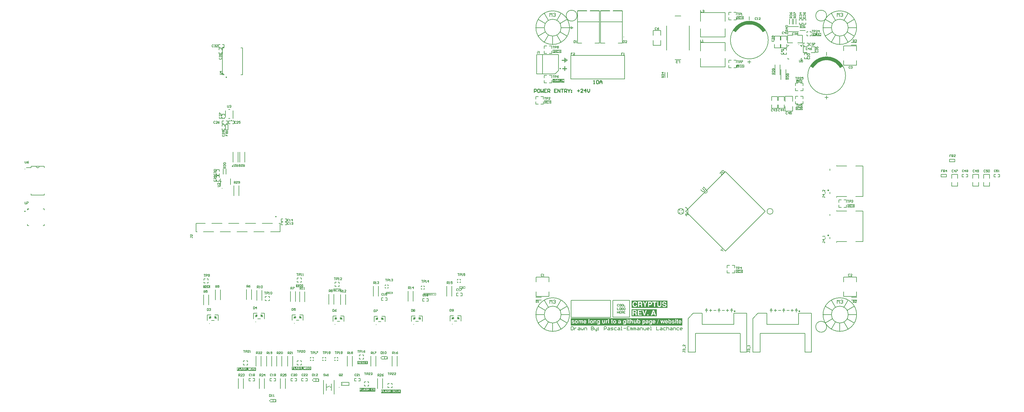
<source format=gto>
G04*
G04 #@! TF.GenerationSoftware,Altium Limited,Altium Designer,24.10.1 (45)*
G04*
G04 Layer_Color=65535*
%FSLAX44Y44*%
%MOMM*%
G71*
G04*
G04 #@! TF.SameCoordinates,24BC4850-7E81-497A-B660-34607D59122C*
G04*
G04*
G04 #@! TF.FilePolarity,Positive*
G04*
G01*
G75*
%ADD10C,0.1270*%
%ADD11C,0.5080*%
%ADD12C,0.2032*%
%ADD13C,0.2540*%
%ADD14C,0.3810*%
%ADD15C,0.2540*%
%ADD16C,0.1905*%
%ADD17C,0.1524*%
%ADD18C,0.1778*%
G36*
X3241094Y2444115D02*
X3239471Y2446726D01*
X3235729Y2451603D01*
X3231383Y2455949D01*
X3226506Y2459691D01*
X3221183Y2462764D01*
X3215504Y2465116D01*
X3209567Y2466707D01*
X3203473Y2467509D01*
X3197327D01*
X3191233Y2466707D01*
X3185295Y2465116D01*
X3179617Y2462764D01*
X3174294Y2459691D01*
X3169417Y2455949D01*
X3165071Y2451603D01*
X3161329Y2446726D01*
X3159706Y2444115D01*
D01*
X3150907Y2449195D01*
X3152780Y2452439D01*
X3157340Y2458383D01*
X3162638Y2463680D01*
X3168581Y2468240D01*
X3175069Y2471986D01*
X3181990Y2474853D01*
X3189227Y2476792D01*
X3196654Y2477770D01*
X3204146D01*
X3211573Y2476792D01*
X3218810Y2474853D01*
X3225731Y2471986D01*
X3232219Y2468240D01*
X3238163Y2463680D01*
X3243460Y2458383D01*
X3248020Y2452439D01*
X3249893Y2449195D01*
D01*
X3241094Y2444115D01*
D02*
G37*
G36*
X3474774Y2336165D02*
X3473151Y2338776D01*
X3469409Y2343653D01*
X3465063Y2347999D01*
X3460186Y2351741D01*
X3454863Y2354814D01*
X3449184Y2357166D01*
X3443247Y2358757D01*
X3437153Y2359559D01*
X3431007D01*
X3424913Y2358757D01*
X3418976Y2357166D01*
X3413297Y2354814D01*
X3407974Y2351741D01*
X3403097Y2347999D01*
X3398751Y2343653D01*
X3395009Y2338776D01*
X3393386Y2336165D01*
D01*
X3384586Y2341245D01*
X3386459Y2344489D01*
X3391020Y2350432D01*
X3396317Y2355730D01*
X3402261Y2360290D01*
X3408749Y2364036D01*
X3415670Y2366903D01*
X3422906Y2368842D01*
X3430334Y2369820D01*
X3437826D01*
X3445253Y2368842D01*
X3452490Y2366903D01*
X3459411Y2364036D01*
X3465899Y2360290D01*
X3471843Y2355730D01*
X3477140Y2350432D01*
X3481700Y2344489D01*
X3483573Y2341245D01*
D01*
X3474774Y2336165D01*
D02*
G37*
G36*
X3185017Y2337379D02*
X3162443D01*
Y2346381D01*
X3185017D01*
Y2337379D01*
D02*
G37*
G36*
X2641721Y2292100D02*
X2605919D01*
Y2302760D01*
X2641721D01*
Y2292100D01*
D02*
G37*
G36*
X2632122Y2381726D02*
X2605358D01*
Y2390934D01*
X2632122D01*
Y2381726D01*
D02*
G37*
G36*
X3183073Y2483326D02*
X3161847D01*
Y2492534D01*
X3183073D01*
Y2483326D01*
D02*
G37*
G36*
X2997705Y1557020D02*
X2660650D01*
Y1578689D01*
X2997705D01*
Y1557020D01*
D02*
G37*
G36*
X2920543Y1584960D02*
X2844800D01*
Y1605969D01*
X2920543D01*
Y1584960D01*
D02*
G37*
G36*
X2952546Y1610360D02*
X2844800D01*
Y1632135D01*
X2952546D01*
Y1610360D01*
D02*
G37*
G36*
X3360389Y2291596D02*
X3342671D01*
Y2300724D01*
X3360389D01*
Y2291596D01*
D02*
G37*
G36*
X3417810Y2432308D02*
X3389390D01*
Y2441952D01*
X3417810D01*
Y2432308D01*
D02*
G37*
G36*
X2069826Y1357327D02*
X2022114D01*
Y1368093D01*
X2069826D01*
Y1357327D01*
D02*
G37*
G36*
X2146889Y1352247D02*
X2087291D01*
Y1363013D01*
X2146889D01*
Y1352247D01*
D02*
G37*
G36*
X1709029Y1419557D02*
X1651391D01*
Y1430323D01*
X1709029D01*
Y1419557D01*
D02*
G37*
G36*
X1875523Y1422097D02*
X1817637D01*
Y1432863D01*
X1875523D01*
Y1422097D01*
D02*
G37*
G36*
X2046617Y1440142D02*
X2015764D01*
Y1449360D01*
X2046617D01*
Y1440142D01*
D02*
G37*
G36*
X2341556Y1668930D02*
X2323738D01*
Y1675232D01*
X2341556D01*
Y1668930D01*
D02*
G37*
G36*
X2253798Y1648499D02*
X2214215D01*
Y1655023D01*
X2253798D01*
Y1648499D01*
D02*
G37*
G36*
X2121925Y1652309D02*
X2102257D01*
Y1658833D01*
X2121925D01*
Y1652309D01*
D02*
G37*
G36*
X1964517Y1659852D02*
X1943945D01*
Y1669070D01*
X1964517D01*
Y1659852D01*
D02*
G37*
G36*
X1850966Y1672557D02*
X1830420D01*
Y1681765D01*
X1850966D01*
Y1672557D01*
D02*
G37*
G36*
X1570184Y1670017D02*
X1549861D01*
Y1679225D01*
X1570184D01*
Y1670017D01*
D02*
G37*
G36*
X3362143Y2209006D02*
X3340917D01*
Y2218214D01*
X3362143D01*
Y2209006D01*
D02*
G37*
G36*
X3180533Y1716246D02*
X3159307D01*
Y1725454D01*
X3180533D01*
Y1716246D01*
D02*
G37*
G36*
X3518353Y1914366D02*
X3497127D01*
Y1923574D01*
X3518353D01*
Y1914366D01*
D02*
G37*
G36*
X2601413Y2228056D02*
X2580187D01*
Y2237264D01*
X2601413D01*
Y2228056D01*
D02*
G37*
%LPC*%
G36*
X3183747Y2345111D02*
X3182415D01*
X3181021Y2340308D01*
X3179610Y2345111D01*
X3178295D01*
X3180450Y2338739D01*
X3181576D01*
X3183747Y2345111D01*
D02*
G37*
G36*
X3177148Y2344936D02*
X3175722D01*
X3173445Y2341138D01*
Y2340102D01*
X3175923D01*
Y2338739D01*
X3177148D01*
Y2340102D01*
X3177793D01*
Y2341117D01*
X3177148D01*
Y2344936D01*
D02*
G37*
G36*
X3170787Y2345074D02*
X3170745D01*
X3170571Y2345068D01*
X3170407Y2345047D01*
X3170254Y2345021D01*
X3170111Y2344984D01*
X3169979Y2344942D01*
X3169857Y2344894D01*
X3169746Y2344846D01*
X3169646Y2344794D01*
X3169556Y2344741D01*
X3169477Y2344693D01*
X3169413Y2344646D01*
X3169361Y2344603D01*
X3169319Y2344566D01*
X3169287Y2344540D01*
X3169266Y2344519D01*
X3169260Y2344514D01*
X3169160Y2344397D01*
X3169076Y2344271D01*
X3169007Y2344133D01*
X3168943Y2343991D01*
X3168891Y2343848D01*
X3168848Y2343705D01*
X3168817Y2343568D01*
X3168790Y2343431D01*
X3168769Y2343298D01*
X3168753Y2343177D01*
X3168748Y2343071D01*
X3168743Y2342976D01*
X3168737Y2342897D01*
Y2342865D01*
Y2342839D01*
Y2342818D01*
Y2342802D01*
Y2342797D01*
Y2342791D01*
X3169915D01*
Y2342908D01*
Y2343018D01*
X3169926Y2343119D01*
X3169937Y2343214D01*
X3169952Y2343304D01*
X3169973Y2343383D01*
X3170000Y2343462D01*
X3170027Y2343531D01*
X3170058Y2343594D01*
X3170090Y2343652D01*
X3170164Y2343758D01*
X3170238Y2343843D01*
X3170322Y2343911D01*
X3170402Y2343964D01*
X3170481Y2344001D01*
X3170560Y2344033D01*
X3170623Y2344049D01*
X3170681Y2344059D01*
X3170729Y2344070D01*
X3170766D01*
X3170835Y2344065D01*
X3170898Y2344059D01*
X3171020Y2344028D01*
X3171125Y2343980D01*
X3171215Y2343932D01*
X3171289Y2343880D01*
X3171342Y2343832D01*
X3171358Y2343816D01*
X3171374Y2343800D01*
X3171379Y2343795D01*
X3171384Y2343790D01*
X3171426Y2343737D01*
X3171469Y2343679D01*
X3171527Y2343568D01*
X3171574Y2343452D01*
X3171601Y2343341D01*
X3171622Y2343246D01*
X3171627Y2343203D01*
Y2343167D01*
X3171633Y2343140D01*
Y2343119D01*
Y2343103D01*
Y2343098D01*
X3171622Y2342960D01*
X3171595Y2342828D01*
X3171553Y2342696D01*
X3171495Y2342569D01*
X3171432Y2342448D01*
X3171358Y2342332D01*
X3171279Y2342226D01*
X3171199Y2342120D01*
X3171120Y2342031D01*
X3171041Y2341946D01*
X3170967Y2341872D01*
X3170904Y2341814D01*
X3170845Y2341766D01*
X3170803Y2341729D01*
X3170777Y2341703D01*
X3170766Y2341698D01*
X3169382Y2340641D01*
X3169266Y2340535D01*
X3169160Y2340414D01*
X3169065Y2340276D01*
X3168986Y2340129D01*
X3168917Y2339975D01*
X3168853Y2339817D01*
X3168806Y2339658D01*
X3168764Y2339500D01*
X3168727Y2339347D01*
X3168700Y2339209D01*
X3168679Y2339077D01*
X3168663Y2338966D01*
X3168658Y2338914D01*
X3168653Y2338871D01*
X3168647Y2338834D01*
Y2338802D01*
X3168642Y2338776D01*
Y2338739D01*
X3172874D01*
Y2339833D01*
X3170238D01*
X3170269Y2339896D01*
X3170306Y2339960D01*
X3170391Y2340076D01*
X3170486Y2340187D01*
X3170576Y2340282D01*
X3170660Y2340361D01*
X3170697Y2340398D01*
X3170734Y2340424D01*
X3170761Y2340446D01*
X3170782Y2340461D01*
X3170793Y2340472D01*
X3170798Y2340477D01*
X3170951Y2340594D01*
X3171094Y2340704D01*
X3171236Y2340810D01*
X3171363Y2340905D01*
X3171416Y2340948D01*
X3171469Y2340984D01*
X3171511Y2341022D01*
X3171548Y2341048D01*
X3171580Y2341069D01*
X3171601Y2341085D01*
X3171617Y2341095D01*
X3171622Y2341101D01*
X3171775Y2341222D01*
X3171918Y2341339D01*
X3172045Y2341455D01*
X3172150Y2341560D01*
X3172198Y2341603D01*
X3172240Y2341645D01*
X3172277Y2341682D01*
X3172309Y2341714D01*
X3172330Y2341740D01*
X3172346Y2341761D01*
X3172356Y2341772D01*
X3172362Y2341777D01*
X3172420Y2341840D01*
X3172473Y2341904D01*
X3172557Y2342020D01*
X3172631Y2342115D01*
X3172684Y2342200D01*
X3172721Y2342263D01*
X3172747Y2342316D01*
X3172763Y2342342D01*
X3172769Y2342353D01*
X3172790Y2342411D01*
X3172805Y2342469D01*
X3172832Y2342606D01*
X3172848Y2342749D01*
X3172863Y2342886D01*
Y2342950D01*
X3172869Y2343013D01*
Y2343066D01*
X3172874Y2343114D01*
Y2343209D01*
X3172869Y2343362D01*
X3172848Y2343505D01*
X3172821Y2343637D01*
X3172784Y2343769D01*
X3172737Y2343885D01*
X3172689Y2343996D01*
X3172631Y2344096D01*
X3172578Y2344191D01*
X3172525Y2344271D01*
X3172467Y2344345D01*
X3172420Y2344408D01*
X3172378Y2344456D01*
X3172335Y2344498D01*
X3172309Y2344530D01*
X3172288Y2344545D01*
X3172282Y2344551D01*
X3172166Y2344641D01*
X3172045Y2344725D01*
X3171923Y2344794D01*
X3171791Y2344852D01*
X3171664Y2344905D01*
X3171537Y2344947D01*
X3171411Y2344979D01*
X3171294Y2345010D01*
X3171178Y2345031D01*
X3171078Y2345047D01*
X3170983Y2345058D01*
X3170904Y2345063D01*
X3170835Y2345068D01*
X3170787Y2345074D01*
D02*
G37*
G36*
X3166349Y2342881D02*
X3165303D01*
Y2341286D01*
X3163713D01*
Y2340240D01*
X3165303D01*
Y2338649D01*
X3166349D01*
Y2340240D01*
X3167939D01*
Y2341286D01*
X3166349D01*
Y2342881D01*
D02*
G37*
%LPD*%
G36*
X3175923Y2341117D02*
X3174316D01*
X3175923Y2343705D01*
Y2341117D01*
D02*
G37*
%LPC*%
G36*
X2640451Y2301490D02*
X2639141D01*
Y2297116D01*
X2636558Y2301490D01*
X2635269D01*
Y2295119D01*
X2636579D01*
Y2299578D01*
X2639162Y2295119D01*
X2640451D01*
Y2301490D01*
D02*
G37*
G36*
X2627222D02*
X2625891D01*
X2624496Y2296688D01*
X2623086Y2301490D01*
X2621770D01*
X2623926Y2295119D01*
X2625051D01*
X2627222Y2301490D01*
D02*
G37*
G36*
X2634112D02*
X2632802D01*
Y2295119D01*
X2634112D01*
Y2301490D01*
D02*
G37*
G36*
X2620624Y2301316D02*
X2619197D01*
X2616920Y2297517D01*
Y2296482D01*
X2619398D01*
Y2295119D01*
X2620624D01*
Y2296482D01*
X2621268D01*
Y2297496D01*
X2620624D01*
Y2301316D01*
D02*
G37*
G36*
X2614263Y2301453D02*
X2614220D01*
X2614046Y2301448D01*
X2613882Y2301427D01*
X2613729Y2301400D01*
X2613586Y2301363D01*
X2613454Y2301321D01*
X2613333Y2301273D01*
X2613222Y2301226D01*
X2613122Y2301173D01*
X2613032Y2301120D01*
X2612953Y2301073D01*
X2612889Y2301025D01*
X2612836Y2300983D01*
X2612794Y2300946D01*
X2612762Y2300920D01*
X2612741Y2300898D01*
X2612736Y2300893D01*
X2612635Y2300777D01*
X2612551Y2300650D01*
X2612482Y2300513D01*
X2612419Y2300370D01*
X2612366Y2300228D01*
X2612324Y2300085D01*
X2612292Y2299947D01*
X2612266Y2299810D01*
X2612245Y2299678D01*
X2612229Y2299556D01*
X2612224Y2299451D01*
X2612218Y2299356D01*
X2612213Y2299276D01*
Y2299245D01*
Y2299218D01*
Y2299197D01*
Y2299181D01*
Y2299176D01*
Y2299171D01*
X2613391D01*
Y2299287D01*
Y2299398D01*
X2613401Y2299498D01*
X2613412Y2299594D01*
X2613428Y2299683D01*
X2613449Y2299763D01*
X2613476Y2299842D01*
X2613502Y2299910D01*
X2613534Y2299974D01*
X2613565Y2300032D01*
X2613639Y2300138D01*
X2613713Y2300222D01*
X2613798Y2300291D01*
X2613877Y2300344D01*
X2613956Y2300381D01*
X2614036Y2300412D01*
X2614099Y2300428D01*
X2614157Y2300439D01*
X2614205Y2300449D01*
X2614242D01*
X2614310Y2300444D01*
X2614373Y2300439D01*
X2614495Y2300407D01*
X2614601Y2300359D01*
X2614691Y2300312D01*
X2614765Y2300259D01*
X2614818Y2300212D01*
X2614833Y2300196D01*
X2614849Y2300180D01*
X2614854Y2300175D01*
X2614860Y2300169D01*
X2614902Y2300116D01*
X2614944Y2300058D01*
X2615002Y2299947D01*
X2615050Y2299831D01*
X2615076Y2299720D01*
X2615097Y2299625D01*
X2615103Y2299583D01*
Y2299546D01*
X2615108Y2299520D01*
Y2299498D01*
Y2299483D01*
Y2299477D01*
X2615097Y2299340D01*
X2615071Y2299208D01*
X2615029Y2299076D01*
X2614971Y2298949D01*
X2614907Y2298827D01*
X2614833Y2298711D01*
X2614754Y2298605D01*
X2614675Y2298500D01*
X2614596Y2298410D01*
X2614516Y2298326D01*
X2614442Y2298251D01*
X2614379Y2298193D01*
X2614321Y2298146D01*
X2614279Y2298109D01*
X2614252Y2298082D01*
X2614242Y2298077D01*
X2612857Y2297021D01*
X2612741Y2296915D01*
X2612635Y2296793D01*
X2612540Y2296656D01*
X2612461Y2296508D01*
X2612392Y2296355D01*
X2612329Y2296196D01*
X2612281Y2296038D01*
X2612239Y2295879D01*
X2612202Y2295726D01*
X2612176Y2295589D01*
X2612155Y2295457D01*
X2612139Y2295346D01*
X2612133Y2295293D01*
X2612128Y2295251D01*
X2612123Y2295214D01*
Y2295182D01*
X2612118Y2295156D01*
Y2295119D01*
X2616349D01*
Y2296212D01*
X2613713D01*
X2613745Y2296276D01*
X2613782Y2296339D01*
X2613867Y2296455D01*
X2613961Y2296566D01*
X2614052Y2296661D01*
X2614136Y2296741D01*
X2614173Y2296777D01*
X2614210Y2296804D01*
X2614236Y2296825D01*
X2614258Y2296841D01*
X2614268Y2296852D01*
X2614273Y2296857D01*
X2614427Y2296973D01*
X2614569Y2297084D01*
X2614712Y2297190D01*
X2614839Y2297285D01*
X2614891Y2297327D01*
X2614944Y2297364D01*
X2614987Y2297401D01*
X2615023Y2297427D01*
X2615055Y2297448D01*
X2615076Y2297464D01*
X2615092Y2297475D01*
X2615097Y2297480D01*
X2615251Y2297602D01*
X2615393Y2297718D01*
X2615520Y2297834D01*
X2615626Y2297940D01*
X2615673Y2297982D01*
X2615716Y2298024D01*
X2615753Y2298061D01*
X2615784Y2298093D01*
X2615805Y2298120D01*
X2615821Y2298141D01*
X2615832Y2298151D01*
X2615837Y2298156D01*
X2615895Y2298220D01*
X2615948Y2298283D01*
X2616033Y2298400D01*
X2616107Y2298495D01*
X2616159Y2298579D01*
X2616196Y2298642D01*
X2616223Y2298695D01*
X2616239Y2298722D01*
X2616244Y2298732D01*
X2616265Y2298790D01*
X2616281Y2298849D01*
X2616307Y2298986D01*
X2616323Y2299129D01*
X2616339Y2299266D01*
Y2299329D01*
X2616344Y2299393D01*
Y2299445D01*
X2616349Y2299493D01*
Y2299588D01*
X2616344Y2299741D01*
X2616323Y2299884D01*
X2616297Y2300016D01*
X2616260Y2300148D01*
X2616212Y2300264D01*
X2616165Y2300375D01*
X2616107Y2300476D01*
X2616054Y2300571D01*
X2616001Y2300650D01*
X2615943Y2300724D01*
X2615895Y2300788D01*
X2615853Y2300835D01*
X2615811Y2300877D01*
X2615784Y2300909D01*
X2615763Y2300925D01*
X2615758Y2300930D01*
X2615641Y2301020D01*
X2615520Y2301104D01*
X2615399Y2301173D01*
X2615266Y2301231D01*
X2615140Y2301284D01*
X2615013Y2301326D01*
X2614886Y2301358D01*
X2614770Y2301390D01*
X2614654Y2301411D01*
X2614553Y2301427D01*
X2614458Y2301437D01*
X2614379Y2301443D01*
X2614310Y2301448D01*
X2614263Y2301453D01*
D02*
G37*
G36*
X2609825Y2299261D02*
X2608779D01*
Y2297665D01*
X2607188D01*
Y2296619D01*
X2608779D01*
Y2295029D01*
X2609825D01*
Y2296619D01*
X2611415D01*
Y2297665D01*
X2609825D01*
Y2299261D01*
D02*
G37*
G36*
X2632442Y2293983D02*
X2627201D01*
Y2293370D01*
X2632442D01*
Y2293983D01*
D02*
G37*
%LPD*%
G36*
X2619398Y2297496D02*
X2617792D01*
X2619398Y2300085D01*
Y2297496D01*
D02*
G37*
%LPC*%
G36*
X2615324Y2389664D02*
X2615113D01*
X2614986Y2389653D01*
X2614743Y2389627D01*
X2614516Y2389579D01*
X2614305Y2389521D01*
X2614104Y2389447D01*
X2613924Y2389373D01*
X2613755Y2389289D01*
X2613602Y2389204D01*
X2613465Y2389114D01*
X2613348Y2389030D01*
X2613243Y2388956D01*
X2613158Y2388882D01*
X2613095Y2388824D01*
X2613042Y2388781D01*
X2613016Y2388750D01*
X2613005Y2388744D01*
Y2388739D01*
X2612857Y2388560D01*
X2612730Y2388369D01*
X2612614Y2388169D01*
X2612519Y2387968D01*
X2612440Y2387762D01*
X2612371Y2387556D01*
X2612313Y2387355D01*
X2612271Y2387165D01*
X2612234Y2386980D01*
X2612207Y2386816D01*
X2612191Y2386663D01*
X2612186Y2386594D01*
X2612181Y2386531D01*
X2612176Y2386478D01*
X2612170Y2386425D01*
Y2386383D01*
X2612165Y2386346D01*
Y2386277D01*
X2612176Y2386008D01*
X2612202Y2385749D01*
X2612244Y2385506D01*
X2612303Y2385279D01*
X2612371Y2385067D01*
X2612445Y2384867D01*
X2612524Y2384687D01*
X2612609Y2384518D01*
X2612688Y2384370D01*
X2612767Y2384243D01*
X2612841Y2384132D01*
X2612910Y2384037D01*
X2612968Y2383963D01*
X2613010Y2383910D01*
X2613026Y2383894D01*
X2613037Y2383879D01*
X2613047Y2383873D01*
Y2383868D01*
X2613206Y2383715D01*
X2613370Y2383583D01*
X2613533Y2383466D01*
X2613702Y2383366D01*
X2613871Y2383282D01*
X2614041Y2383208D01*
X2614199Y2383150D01*
X2614352Y2383107D01*
X2614495Y2383070D01*
X2614627Y2383044D01*
X2614749Y2383023D01*
X2614849Y2383012D01*
X2614928Y2383002D01*
X2614965D01*
X2614991Y2382996D01*
X2615044D01*
X2615166Y2383002D01*
X2615282Y2383007D01*
X2615504Y2383039D01*
X2615715Y2383086D01*
X2615911Y2383144D01*
X2616090Y2383218D01*
X2616254Y2383297D01*
X2616407Y2383382D01*
X2616545Y2383472D01*
X2616661Y2383556D01*
X2616767Y2383641D01*
X2616856Y2383725D01*
X2616931Y2383794D01*
X2616989Y2383858D01*
X2617031Y2383900D01*
X2617052Y2383931D01*
X2617063Y2383942D01*
X2617221Y2383160D01*
X2618019D01*
Y2386610D01*
X2615457D01*
Y2385527D01*
X2616925D01*
X2616909Y2385405D01*
X2616883Y2385294D01*
X2616851Y2385189D01*
X2616809Y2385088D01*
X2616767Y2384993D01*
X2616725Y2384904D01*
X2616677Y2384824D01*
X2616629Y2384750D01*
X2616582Y2384682D01*
X2616534Y2384629D01*
X2616492Y2384576D01*
X2616455Y2384534D01*
X2616423Y2384502D01*
X2616402Y2384481D01*
X2616386Y2384465D01*
X2616381Y2384460D01*
X2616291Y2384386D01*
X2616196Y2384322D01*
X2616106Y2384264D01*
X2616011Y2384217D01*
X2615916Y2384180D01*
X2615821Y2384143D01*
X2615736Y2384116D01*
X2615652Y2384095D01*
X2615573Y2384079D01*
X2615499Y2384064D01*
X2615435Y2384053D01*
X2615377Y2384048D01*
X2615335D01*
X2615298Y2384042D01*
X2615272D01*
X2615124Y2384048D01*
X2614986Y2384069D01*
X2614849Y2384106D01*
X2614727Y2384148D01*
X2614606Y2384196D01*
X2614500Y2384254D01*
X2614400Y2384312D01*
X2614310Y2384375D01*
X2614225Y2384433D01*
X2614152Y2384491D01*
X2614093Y2384550D01*
X2614041Y2384602D01*
X2613998Y2384639D01*
X2613972Y2384676D01*
X2613951Y2384698D01*
X2613946Y2384703D01*
X2613856Y2384830D01*
X2613771Y2384967D01*
X2613702Y2385104D01*
X2613644Y2385247D01*
X2613592Y2385390D01*
X2613549Y2385527D01*
X2613517Y2385664D01*
X2613486Y2385791D01*
X2613465Y2385913D01*
X2613449Y2386029D01*
X2613438Y2386129D01*
X2613433Y2386214D01*
X2613428Y2386283D01*
X2613423Y2386341D01*
Y2386356D01*
Y2386372D01*
Y2386378D01*
Y2386383D01*
X2613428Y2386568D01*
X2613444Y2386742D01*
X2613470Y2386906D01*
X2613502Y2387059D01*
X2613539Y2387202D01*
X2613581Y2387334D01*
X2613623Y2387455D01*
X2613671Y2387566D01*
X2613718Y2387661D01*
X2613761Y2387746D01*
X2613803Y2387820D01*
X2613840Y2387878D01*
X2613871Y2387926D01*
X2613898Y2387962D01*
X2613914Y2387984D01*
X2613919Y2387989D01*
X2614014Y2388095D01*
X2614120Y2388190D01*
X2614225Y2388269D01*
X2614337Y2388338D01*
X2614447Y2388396D01*
X2614558Y2388443D01*
X2614664Y2388486D01*
X2614770Y2388517D01*
X2614865Y2388538D01*
X2614955Y2388560D01*
X2615039Y2388575D01*
X2615108Y2388581D01*
X2615166Y2388586D01*
X2615208Y2388591D01*
X2615245D01*
X2615356Y2388586D01*
X2615462Y2388581D01*
X2615567Y2388565D01*
X2615663Y2388544D01*
X2615842Y2388496D01*
X2616006Y2388427D01*
X2616149Y2388348D01*
X2616275Y2388258D01*
X2616392Y2388163D01*
X2616487Y2388068D01*
X2616571Y2387968D01*
X2616640Y2387873D01*
X2616698Y2387783D01*
X2616746Y2387704D01*
X2616777Y2387635D01*
X2616804Y2387587D01*
X2616809Y2387566D01*
X2616814Y2387550D01*
X2616819Y2387545D01*
Y2387540D01*
X2618019D01*
X2617982Y2387720D01*
X2617934Y2387888D01*
X2617876Y2388047D01*
X2617813Y2388195D01*
X2617749Y2388332D01*
X2617675Y2388459D01*
X2617602Y2388575D01*
X2617533Y2388676D01*
X2617459Y2388771D01*
X2617395Y2388850D01*
X2617332Y2388919D01*
X2617279Y2388977D01*
X2617232Y2389019D01*
X2617200Y2389051D01*
X2617173Y2389072D01*
X2617168Y2389077D01*
X2617025Y2389183D01*
X2616878Y2389273D01*
X2616719Y2389347D01*
X2616561Y2389415D01*
X2616402Y2389474D01*
X2616238Y2389521D01*
X2616085Y2389558D01*
X2615932Y2389590D01*
X2615789Y2389616D01*
X2615657Y2389632D01*
X2615541Y2389648D01*
X2615441Y2389653D01*
X2615356Y2389658D01*
X2615324Y2389664D01*
D02*
G37*
G36*
X2624369Y2389558D02*
X2623059D01*
Y2385184D01*
X2620475Y2389558D01*
X2619186D01*
Y2383186D01*
X2620497D01*
Y2387646D01*
X2623080Y2383186D01*
X2624369D01*
Y2389558D01*
D02*
G37*
G36*
X2628670D02*
X2625574D01*
Y2383186D01*
X2628543D01*
X2628628Y2383192D01*
X2628712Y2383197D01*
X2628871Y2383229D01*
X2629029Y2383276D01*
X2629177Y2383340D01*
X2629314Y2383408D01*
X2629446Y2383493D01*
X2629568Y2383578D01*
X2629679Y2383673D01*
X2629779Y2383762D01*
X2629869Y2383847D01*
X2629948Y2383931D01*
X2630012Y2384000D01*
X2630064Y2384064D01*
X2630102Y2384111D01*
X2630128Y2384143D01*
X2630133Y2384153D01*
X2630260Y2384349D01*
X2630371Y2384544D01*
X2630466Y2384750D01*
X2630551Y2384956D01*
X2630619Y2385162D01*
X2630677Y2385368D01*
X2630725Y2385564D01*
X2630762Y2385749D01*
X2630793Y2385923D01*
X2630815Y2386087D01*
X2630831Y2386230D01*
X2630836Y2386293D01*
X2630841Y2386356D01*
X2630847Y2386409D01*
Y2386457D01*
X2630852Y2386494D01*
Y2386594D01*
X2630841Y2386842D01*
X2630820Y2387086D01*
X2630778Y2387307D01*
X2630730Y2387519D01*
X2630667Y2387720D01*
X2630603Y2387904D01*
X2630529Y2388073D01*
X2630461Y2388227D01*
X2630387Y2388364D01*
X2630313Y2388480D01*
X2630250Y2388586D01*
X2630186Y2388671D01*
X2630139Y2388739D01*
X2630096Y2388787D01*
X2630075Y2388818D01*
X2630064Y2388829D01*
X2629938Y2388956D01*
X2629811Y2389072D01*
X2629684Y2389167D01*
X2629563Y2389252D01*
X2629441Y2389320D01*
X2629319Y2389378D01*
X2629209Y2389426D01*
X2629103Y2389468D01*
X2629003Y2389495D01*
X2628913Y2389521D01*
X2628834Y2389537D01*
X2628770Y2389547D01*
X2628712Y2389553D01*
X2628670Y2389558D01*
D02*
G37*
G36*
X2609666D02*
X2606628D01*
Y2383186D01*
X2607939D01*
Y2385458D01*
X2609761D01*
X2609888Y2385464D01*
X2610009Y2385485D01*
X2610126Y2385511D01*
X2610237Y2385548D01*
X2610342Y2385596D01*
X2610443Y2385643D01*
X2610533Y2385696D01*
X2610617Y2385754D01*
X2610696Y2385807D01*
X2610765Y2385860D01*
X2610823Y2385907D01*
X2610876Y2385955D01*
X2610913Y2385992D01*
X2610945Y2386018D01*
X2610960Y2386039D01*
X2610966Y2386045D01*
X2611061Y2386161D01*
X2611140Y2386277D01*
X2611209Y2386399D01*
X2611272Y2386526D01*
X2611325Y2386647D01*
X2611367Y2386774D01*
X2611399Y2386890D01*
X2611431Y2387006D01*
X2611452Y2387112D01*
X2611468Y2387207D01*
X2611478Y2387297D01*
X2611483Y2387371D01*
X2611489Y2387434D01*
X2611494Y2387482D01*
Y2387519D01*
X2611489Y2387693D01*
X2611473Y2387857D01*
X2611452Y2388010D01*
X2611420Y2388153D01*
X2611383Y2388285D01*
X2611346Y2388412D01*
X2611299Y2388522D01*
X2611256Y2388623D01*
X2611214Y2388713D01*
X2611172Y2388792D01*
X2611129Y2388861D01*
X2611093Y2388914D01*
X2611061Y2388956D01*
X2611040Y2388987D01*
X2611024Y2389009D01*
X2611019Y2389014D01*
X2610923Y2389109D01*
X2610823Y2389194D01*
X2610717Y2389267D01*
X2610601Y2389331D01*
X2610485Y2389384D01*
X2610369Y2389426D01*
X2610258Y2389463D01*
X2610147Y2389489D01*
X2610041Y2389510D01*
X2609941Y2389532D01*
X2609851Y2389542D01*
X2609777Y2389547D01*
X2609714Y2389553D01*
X2609666Y2389558D01*
D02*
G37*
%LPD*%
G36*
X2628443Y2388454D02*
X2628532Y2388433D01*
X2628617Y2388401D01*
X2628701Y2388364D01*
X2628775Y2388316D01*
X2628844Y2388264D01*
X2628913Y2388211D01*
X2628971Y2388153D01*
X2629024Y2388095D01*
X2629071Y2388042D01*
X2629108Y2387989D01*
X2629145Y2387941D01*
X2629166Y2387904D01*
X2629188Y2387873D01*
X2629198Y2387852D01*
X2629203Y2387846D01*
X2629261Y2387735D01*
X2629309Y2387619D01*
X2629357Y2387503D01*
X2629394Y2387387D01*
X2629425Y2387276D01*
X2629452Y2387159D01*
X2629473Y2387054D01*
X2629489Y2386948D01*
X2629504Y2386853D01*
X2629515Y2386763D01*
X2629520Y2386684D01*
X2629526Y2386621D01*
X2629531Y2386562D01*
Y2386526D01*
Y2386499D01*
Y2386488D01*
X2629526Y2386298D01*
X2629515Y2386124D01*
X2629494Y2385955D01*
X2629467Y2385802D01*
X2629436Y2385654D01*
X2629404Y2385522D01*
X2629367Y2385400D01*
X2629330Y2385289D01*
X2629288Y2385194D01*
X2629251Y2385110D01*
X2629219Y2385036D01*
X2629188Y2384978D01*
X2629161Y2384930D01*
X2629140Y2384893D01*
X2629129Y2384872D01*
X2629124Y2384867D01*
X2629045Y2384761D01*
X2628965Y2384671D01*
X2628881Y2384597D01*
X2628791Y2384528D01*
X2628707Y2384470D01*
X2628622Y2384423D01*
X2628538Y2384386D01*
X2628458Y2384354D01*
X2628379Y2384328D01*
X2628311Y2384312D01*
X2628247Y2384296D01*
X2628194Y2384291D01*
X2628152Y2384285D01*
X2628115Y2384280D01*
X2626884D01*
Y2388459D01*
X2628347D01*
X2628443Y2388454D01*
D02*
G37*
G36*
X2609561D02*
X2609677Y2388427D01*
X2609777Y2388390D01*
X2609861Y2388348D01*
X2609930Y2388301D01*
X2609978Y2388264D01*
X2610004Y2388237D01*
X2610015Y2388232D01*
Y2388227D01*
X2610084Y2388132D01*
X2610136Y2388026D01*
X2610173Y2387926D01*
X2610200Y2387825D01*
X2610215Y2387735D01*
X2610221Y2387698D01*
Y2387661D01*
X2610226Y2387635D01*
Y2387614D01*
Y2387603D01*
Y2387598D01*
X2610215Y2387455D01*
X2610189Y2387318D01*
X2610157Y2387202D01*
X2610115Y2387096D01*
X2610094Y2387048D01*
X2610073Y2387012D01*
X2610057Y2386975D01*
X2610041Y2386943D01*
X2610025Y2386922D01*
X2610015Y2386906D01*
X2610009Y2386895D01*
X2610004Y2386890D01*
X2609962Y2386832D01*
X2609915Y2386779D01*
X2609872Y2386732D01*
X2609825Y2386694D01*
X2609777Y2386663D01*
X2609735Y2386636D01*
X2609650Y2386594D01*
X2609576Y2386568D01*
X2609518Y2386557D01*
X2609497Y2386552D01*
X2607939D01*
Y2388464D01*
X2609497D01*
X2609561Y2388454D01*
D02*
G37*
%LPC*%
G36*
X3166276Y2491264D02*
X3166065D01*
X3165938Y2491253D01*
X3165695Y2491227D01*
X3165468Y2491179D01*
X3165256Y2491121D01*
X3165056Y2491047D01*
X3164876Y2490973D01*
X3164707Y2490889D01*
X3164554Y2490804D01*
X3164416Y2490714D01*
X3164300Y2490630D01*
X3164194Y2490556D01*
X3164110Y2490482D01*
X3164047Y2490424D01*
X3163994Y2490381D01*
X3163967Y2490350D01*
X3163957Y2490344D01*
Y2490339D01*
X3163809Y2490159D01*
X3163682Y2489969D01*
X3163566Y2489769D01*
X3163470Y2489568D01*
X3163391Y2489362D01*
X3163323Y2489156D01*
X3163264Y2488955D01*
X3163222Y2488765D01*
X3163185Y2488580D01*
X3163159Y2488416D01*
X3163143Y2488263D01*
X3163138Y2488194D01*
X3163133Y2488131D01*
X3163127Y2488078D01*
X3163122Y2488025D01*
Y2487983D01*
X3163117Y2487946D01*
Y2487877D01*
X3163127Y2487608D01*
X3163154Y2487349D01*
X3163196Y2487106D01*
X3163254Y2486879D01*
X3163323Y2486667D01*
X3163397Y2486467D01*
X3163476Y2486287D01*
X3163560Y2486118D01*
X3163640Y2485970D01*
X3163719Y2485843D01*
X3163793Y2485732D01*
X3163862Y2485637D01*
X3163920Y2485563D01*
X3163962Y2485510D01*
X3163978Y2485494D01*
X3163988Y2485479D01*
X3163999Y2485473D01*
Y2485468D01*
X3164157Y2485315D01*
X3164321Y2485183D01*
X3164485Y2485067D01*
X3164654Y2484966D01*
X3164823Y2484882D01*
X3164992Y2484808D01*
X3165151Y2484749D01*
X3165304Y2484707D01*
X3165446Y2484670D01*
X3165579Y2484644D01*
X3165700Y2484623D01*
X3165800Y2484612D01*
X3165880Y2484602D01*
X3165917D01*
X3165943Y2484596D01*
X3165996D01*
X3166118Y2484602D01*
X3166234Y2484607D01*
X3166456Y2484639D01*
X3166667Y2484686D01*
X3166862Y2484744D01*
X3167042Y2484818D01*
X3167206Y2484897D01*
X3167359Y2484982D01*
X3167496Y2485072D01*
X3167613Y2485156D01*
X3167718Y2485241D01*
X3167808Y2485325D01*
X3167882Y2485394D01*
X3167940Y2485457D01*
X3167982Y2485500D01*
X3168004Y2485531D01*
X3168014Y2485542D01*
X3168173Y2484760D01*
X3168970D01*
Y2488210D01*
X3166408D01*
Y2487127D01*
X3167877D01*
X3167861Y2487005D01*
X3167834Y2486895D01*
X3167803Y2486789D01*
X3167761Y2486688D01*
X3167718Y2486593D01*
X3167676Y2486503D01*
X3167628Y2486424D01*
X3167581Y2486350D01*
X3167533Y2486282D01*
X3167486Y2486229D01*
X3167444Y2486176D01*
X3167407Y2486134D01*
X3167375Y2486102D01*
X3167354Y2486081D01*
X3167338Y2486065D01*
X3167333Y2486060D01*
X3167243Y2485986D01*
X3167148Y2485922D01*
X3167058Y2485864D01*
X3166963Y2485817D01*
X3166868Y2485780D01*
X3166772Y2485743D01*
X3166688Y2485716D01*
X3166604Y2485695D01*
X3166524Y2485679D01*
X3166451Y2485663D01*
X3166387Y2485653D01*
X3166329Y2485648D01*
X3166287D01*
X3166250Y2485642D01*
X3166223D01*
X3166075Y2485648D01*
X3165938Y2485669D01*
X3165800Y2485706D01*
X3165679Y2485748D01*
X3165558Y2485796D01*
X3165452Y2485854D01*
X3165352Y2485912D01*
X3165262Y2485975D01*
X3165177Y2486033D01*
X3165103Y2486091D01*
X3165045Y2486150D01*
X3164992Y2486202D01*
X3164950Y2486239D01*
X3164923Y2486276D01*
X3164902Y2486297D01*
X3164897Y2486303D01*
X3164807Y2486430D01*
X3164723Y2486567D01*
X3164654Y2486704D01*
X3164596Y2486847D01*
X3164543Y2486990D01*
X3164501Y2487127D01*
X3164469Y2487264D01*
X3164438Y2487391D01*
X3164416Y2487513D01*
X3164401Y2487629D01*
X3164390Y2487729D01*
X3164384Y2487814D01*
X3164379Y2487883D01*
X3164374Y2487941D01*
Y2487956D01*
Y2487972D01*
Y2487977D01*
Y2487983D01*
X3164379Y2488168D01*
X3164395Y2488342D01*
X3164422Y2488506D01*
X3164453Y2488659D01*
X3164490Y2488802D01*
X3164532Y2488934D01*
X3164575Y2489055D01*
X3164622Y2489166D01*
X3164670Y2489261D01*
X3164712Y2489346D01*
X3164755Y2489420D01*
X3164791Y2489478D01*
X3164823Y2489525D01*
X3164850Y2489563D01*
X3164865Y2489584D01*
X3164871Y2489589D01*
X3164966Y2489695D01*
X3165071Y2489790D01*
X3165177Y2489869D01*
X3165288Y2489938D01*
X3165399Y2489996D01*
X3165510Y2490043D01*
X3165616Y2490085D01*
X3165721Y2490117D01*
X3165816Y2490138D01*
X3165906Y2490159D01*
X3165991Y2490175D01*
X3166059Y2490181D01*
X3166118Y2490186D01*
X3166160Y2490191D01*
X3166197D01*
X3166308Y2490186D01*
X3166413Y2490181D01*
X3166519Y2490165D01*
X3166614Y2490144D01*
X3166794Y2490096D01*
X3166957Y2490027D01*
X3167100Y2489948D01*
X3167227Y2489858D01*
X3167343Y2489763D01*
X3167438Y2489668D01*
X3167523Y2489568D01*
X3167592Y2489473D01*
X3167650Y2489383D01*
X3167697Y2489304D01*
X3167729Y2489235D01*
X3167755Y2489187D01*
X3167761Y2489166D01*
X3167766Y2489150D01*
X3167771Y2489145D01*
Y2489140D01*
X3168970D01*
X3168933Y2489319D01*
X3168886Y2489489D01*
X3168828Y2489647D01*
X3168764Y2489795D01*
X3168701Y2489932D01*
X3168627Y2490059D01*
X3168553Y2490175D01*
X3168484Y2490276D01*
X3168410Y2490371D01*
X3168347Y2490450D01*
X3168284Y2490519D01*
X3168231Y2490577D01*
X3168183Y2490619D01*
X3168152Y2490651D01*
X3168125Y2490672D01*
X3168120Y2490677D01*
X3167977Y2490783D01*
X3167829Y2490873D01*
X3167671Y2490947D01*
X3167512Y2491015D01*
X3167354Y2491073D01*
X3167190Y2491121D01*
X3167037Y2491158D01*
X3166884Y2491190D01*
X3166741Y2491216D01*
X3166609Y2491232D01*
X3166493Y2491248D01*
X3166392Y2491253D01*
X3166308Y2491258D01*
X3166276Y2491264D01*
D02*
G37*
G36*
X3175321Y2491158D02*
X3174011D01*
Y2486783D01*
X3171427Y2491158D01*
X3170138D01*
Y2484787D01*
X3171448D01*
Y2489245D01*
X3174032Y2484787D01*
X3175321D01*
Y2491158D01*
D02*
G37*
G36*
X3179621D02*
X3176525D01*
Y2484787D01*
X3179495D01*
X3179579Y2484792D01*
X3179664Y2484797D01*
X3179822Y2484829D01*
X3179980Y2484876D01*
X3180128Y2484940D01*
X3180266Y2485008D01*
X3180398Y2485093D01*
X3180519Y2485177D01*
X3180630Y2485273D01*
X3180731Y2485362D01*
X3180821Y2485447D01*
X3180900Y2485531D01*
X3180963Y2485600D01*
X3181016Y2485663D01*
X3181053Y2485711D01*
X3181079Y2485743D01*
X3181085Y2485753D01*
X3181212Y2485949D01*
X3181323Y2486144D01*
X3181418Y2486350D01*
X3181502Y2486556D01*
X3181571Y2486762D01*
X3181629Y2486969D01*
X3181677Y2487164D01*
X3181714Y2487349D01*
X3181745Y2487523D01*
X3181766Y2487687D01*
X3181782Y2487830D01*
X3181787Y2487893D01*
X3181793Y2487956D01*
X3181798Y2488009D01*
Y2488057D01*
X3181803Y2488094D01*
Y2488194D01*
X3181793Y2488443D01*
X3181772Y2488685D01*
X3181729Y2488907D01*
X3181682Y2489119D01*
X3181618Y2489319D01*
X3181555Y2489504D01*
X3181481Y2489673D01*
X3181412Y2489827D01*
X3181339Y2489964D01*
X3181265Y2490080D01*
X3181201Y2490186D01*
X3181138Y2490271D01*
X3181090Y2490339D01*
X3181048Y2490387D01*
X3181027Y2490418D01*
X3181016Y2490429D01*
X3180889Y2490556D01*
X3180763Y2490672D01*
X3180636Y2490767D01*
X3180514Y2490852D01*
X3180393Y2490920D01*
X3180271Y2490978D01*
X3180160Y2491026D01*
X3180055Y2491068D01*
X3179954Y2491095D01*
X3179865Y2491121D01*
X3179785Y2491137D01*
X3179722Y2491147D01*
X3179664Y2491153D01*
X3179621Y2491158D01*
D02*
G37*
%LPD*%
G36*
X3179394Y2490054D02*
X3179484Y2490033D01*
X3179568Y2490001D01*
X3179653Y2489964D01*
X3179727Y2489917D01*
X3179796Y2489864D01*
X3179865Y2489811D01*
X3179922Y2489753D01*
X3179975Y2489695D01*
X3180023Y2489642D01*
X3180060Y2489589D01*
X3180097Y2489541D01*
X3180118Y2489504D01*
X3180139Y2489473D01*
X3180150Y2489452D01*
X3180155Y2489446D01*
X3180213Y2489335D01*
X3180261Y2489219D01*
X3180308Y2489103D01*
X3180345Y2488987D01*
X3180377Y2488876D01*
X3180403Y2488759D01*
X3180424Y2488654D01*
X3180440Y2488548D01*
X3180456Y2488453D01*
X3180467Y2488363D01*
X3180472Y2488284D01*
X3180477Y2488221D01*
X3180482Y2488163D01*
Y2488125D01*
Y2488099D01*
Y2488089D01*
X3180477Y2487898D01*
X3180467Y2487724D01*
X3180446Y2487555D01*
X3180419Y2487402D01*
X3180387Y2487254D01*
X3180356Y2487122D01*
X3180319Y2487000D01*
X3180282Y2486889D01*
X3180240Y2486794D01*
X3180203Y2486710D01*
X3180171Y2486636D01*
X3180139Y2486577D01*
X3180113Y2486530D01*
X3180092Y2486493D01*
X3180081Y2486472D01*
X3180076Y2486467D01*
X3179997Y2486361D01*
X3179917Y2486271D01*
X3179833Y2486197D01*
X3179743Y2486128D01*
X3179659Y2486070D01*
X3179574Y2486023D01*
X3179489Y2485986D01*
X3179410Y2485954D01*
X3179331Y2485928D01*
X3179262Y2485912D01*
X3179199Y2485896D01*
X3179146Y2485891D01*
X3179104Y2485885D01*
X3179066Y2485880D01*
X3177836D01*
Y2490059D01*
X3179299D01*
X3179394Y2490054D01*
D02*
G37*
%LPC*%
G36*
X2978914Y1576149D02*
X2976463D01*
Y1573962D01*
X2978914D01*
Y1576149D01*
D02*
G37*
G36*
X2832316D02*
X2829865D01*
Y1573962D01*
X2832316D01*
Y1576149D01*
D02*
G37*
G36*
X2694509Y1573032D02*
X2694371D01*
X2694065Y1573022D01*
X2693769Y1572969D01*
X2693494Y1572905D01*
X2693241Y1572821D01*
X2693008Y1572715D01*
X2692787Y1572599D01*
X2692586Y1572472D01*
X2692417Y1572345D01*
X2692258Y1572208D01*
X2692121Y1572081D01*
X2692005Y1571965D01*
X2691899Y1571870D01*
X2691825Y1571775D01*
X2691772Y1571711D01*
X2691740Y1571669D01*
X2691730Y1571648D01*
X2691529Y1571891D01*
X2691318Y1572102D01*
X2691096Y1572292D01*
X2690874Y1572451D01*
X2690641Y1572578D01*
X2690420Y1572694D01*
X2690208Y1572789D01*
X2689997Y1572863D01*
X2689807Y1572916D01*
X2689627Y1572958D01*
X2689469Y1572990D01*
X2689331Y1573011D01*
X2689215Y1573022D01*
X2689131Y1573032D01*
X2689056D01*
X2688782Y1573022D01*
X2688539Y1572979D01*
X2688317Y1572926D01*
X2688127Y1572863D01*
X2687968Y1572800D01*
X2687905Y1572768D01*
X2687852Y1572747D01*
X2687810Y1572726D01*
X2687778Y1572705D01*
X2687767Y1572694D01*
X2687757D01*
X2687651Y1572631D01*
X2687545Y1572546D01*
X2687334Y1572366D01*
X2687133Y1572166D01*
X2686954Y1571965D01*
X2686795Y1571785D01*
X2686732Y1571701D01*
X2686668Y1571627D01*
X2686626Y1571574D01*
X2686595Y1571532D01*
X2686573Y1571500D01*
X2686563Y1571490D01*
Y1572874D01*
X2684112D01*
Y1563406D01*
X2686563D01*
Y1569376D01*
X2686573Y1569492D01*
X2686584Y1569598D01*
X2686637Y1569809D01*
X2686711Y1569989D01*
X2686795Y1570148D01*
X2686880Y1570285D01*
X2686954Y1570380D01*
X2687007Y1570443D01*
X2687028Y1570464D01*
X2687123Y1570549D01*
X2687218Y1570623D01*
X2687408Y1570739D01*
X2687598Y1570824D01*
X2687767Y1570877D01*
X2687926Y1570919D01*
X2688053Y1570929D01*
X2688095Y1570940D01*
X2688158D01*
X2688401Y1570929D01*
X2688613Y1570887D01*
X2688803Y1570824D01*
X2688951Y1570760D01*
X2689067Y1570686D01*
X2689152Y1570634D01*
X2689204Y1570591D01*
X2689225Y1570570D01*
X2689342Y1570443D01*
X2689426Y1570317D01*
X2689479Y1570190D01*
X2689521Y1570074D01*
X2689543Y1569968D01*
X2689564Y1569883D01*
Y1569830D01*
Y1569809D01*
Y1563406D01*
X2692015D01*
Y1569366D01*
X2692026Y1569471D01*
X2692036Y1569577D01*
X2692089Y1569778D01*
X2692173Y1569957D01*
X2692269Y1570116D01*
X2692353Y1570243D01*
X2692438Y1570348D01*
X2692491Y1570412D01*
X2692512Y1570422D01*
Y1570433D01*
X2692607Y1570517D01*
X2692702Y1570602D01*
X2692903Y1570729D01*
X2693082Y1570813D01*
X2693251Y1570877D01*
X2693399Y1570919D01*
X2693516Y1570929D01*
X2693558Y1570940D01*
X2693611D01*
X2693854Y1570929D01*
X2694076Y1570887D01*
X2694255Y1570824D01*
X2694414Y1570760D01*
X2694540Y1570686D01*
X2694625Y1570634D01*
X2694678Y1570591D01*
X2694699Y1570570D01*
X2694805Y1570464D01*
X2694879Y1570359D01*
X2694942Y1570264D01*
X2694974Y1570169D01*
X2694995Y1570095D01*
X2695016Y1570042D01*
Y1570000D01*
Y1569989D01*
Y1563406D01*
X2697467D01*
Y1570232D01*
X2697457Y1570486D01*
X2697425Y1570729D01*
X2697383Y1570951D01*
X2697330Y1571162D01*
X2697256Y1571352D01*
X2697182Y1571532D01*
X2697097Y1571690D01*
X2697013Y1571828D01*
X2696928Y1571954D01*
X2696844Y1572060D01*
X2696770Y1572155D01*
X2696696Y1572229D01*
X2696643Y1572292D01*
X2696601Y1572335D01*
X2696569Y1572356D01*
X2696559Y1572366D01*
X2696400Y1572483D01*
X2696231Y1572588D01*
X2696052Y1572673D01*
X2695872Y1572747D01*
X2695692Y1572821D01*
X2695513Y1572874D01*
X2695164Y1572948D01*
X2694995Y1572979D01*
X2694847Y1573000D01*
X2694720Y1573011D01*
X2694604Y1573022D01*
X2694509Y1573032D01*
D02*
G37*
G36*
X2734883D02*
X2734724D01*
X2734429Y1573011D01*
X2734143Y1572969D01*
X2733879Y1572884D01*
X2733636Y1572789D01*
X2733414Y1572662D01*
X2733214Y1572536D01*
X2733034Y1572388D01*
X2732865Y1572250D01*
X2732717Y1572102D01*
X2732601Y1571954D01*
X2732495Y1571828D01*
X2732411Y1571701D01*
X2732336Y1571606D01*
X2732294Y1571521D01*
X2732263Y1571479D01*
X2732252Y1571458D01*
Y1572874D01*
X2729801D01*
Y1563406D01*
X2732252D01*
Y1569492D01*
X2732263Y1569619D01*
X2732273Y1569735D01*
X2732336Y1569947D01*
X2732421Y1570137D01*
X2732527Y1570296D01*
X2732622Y1570422D01*
X2732706Y1570517D01*
X2732770Y1570570D01*
X2732780Y1570591D01*
X2732791D01*
X2733013Y1570739D01*
X2733235Y1570845D01*
X2733467Y1570929D01*
X2733689Y1570982D01*
X2733879Y1571014D01*
X2733953Y1571024D01*
X2734027D01*
X2734080Y1571035D01*
X2734164D01*
X2734429Y1571024D01*
X2734661Y1570993D01*
X2734872Y1570940D01*
X2735042Y1570887D01*
X2735168Y1570824D01*
X2735274Y1570782D01*
X2735327Y1570739D01*
X2735348Y1570729D01*
X2735496Y1570602D01*
X2735602Y1570464D01*
X2735686Y1570327D01*
X2735739Y1570200D01*
X2735771Y1570074D01*
X2735781Y1569978D01*
X2735792Y1569915D01*
Y1569904D01*
Y1569894D01*
Y1563406D01*
X2738243D01*
Y1570042D01*
X2738233Y1570285D01*
X2738201Y1570517D01*
X2738159Y1570739D01*
X2738095Y1570951D01*
X2738021Y1571141D01*
X2737937Y1571320D01*
X2737852Y1571479D01*
X2737768Y1571627D01*
X2737673Y1571764D01*
X2737588Y1571880D01*
X2737503Y1571976D01*
X2737430Y1572060D01*
X2737366Y1572123D01*
X2737324Y1572166D01*
X2737292Y1572197D01*
X2737281Y1572208D01*
X2737091Y1572356D01*
X2736901Y1572483D01*
X2736690Y1572588D01*
X2736479Y1572684D01*
X2736267Y1572768D01*
X2736045Y1572831D01*
X2735845Y1572884D01*
X2735644Y1572926D01*
X2735453Y1572958D01*
X2735284Y1572990D01*
X2735126Y1573011D01*
X2734989Y1573022D01*
X2734883Y1573032D01*
D02*
G37*
G36*
X2882464D02*
X2882390D01*
X2882094Y1573011D01*
X2881809Y1572969D01*
X2881534Y1572884D01*
X2881281Y1572779D01*
X2881048Y1572662D01*
X2880826Y1572525D01*
X2880625Y1572388D01*
X2880435Y1572240D01*
X2880277Y1572081D01*
X2880129Y1571944D01*
X2880002Y1571806D01*
X2879896Y1571690D01*
X2879812Y1571585D01*
X2879759Y1571511D01*
X2879717Y1571458D01*
X2879706Y1571437D01*
Y1572874D01*
X2877255D01*
Y1559581D01*
X2879706D01*
Y1564347D01*
X2879854Y1564199D01*
X2879991Y1564051D01*
X2880129Y1563924D01*
X2880256Y1563808D01*
X2880382Y1563713D01*
X2880499Y1563618D01*
X2880604Y1563544D01*
X2880699Y1563470D01*
X2880869Y1563364D01*
X2880942Y1563322D01*
X2880995Y1563290D01*
X2881038Y1563269D01*
X2881069Y1563248D01*
X2881090Y1563237D01*
X2881101D01*
X2881312Y1563163D01*
X2881545Y1563100D01*
X2881777Y1563058D01*
X2882020Y1563036D01*
X2882221Y1563015D01*
X2882316D01*
X2882390Y1563005D01*
X2882549D01*
X2882855Y1563015D01*
X2883140Y1563068D01*
X2883415Y1563131D01*
X2883669Y1563216D01*
X2883911Y1563322D01*
X2884123Y1563438D01*
X2884334Y1563554D01*
X2884514Y1563681D01*
X2884672Y1563808D01*
X2884820Y1563934D01*
X2884947Y1564040D01*
X2885042Y1564146D01*
X2885127Y1564230D01*
X2885190Y1564304D01*
X2885222Y1564347D01*
X2885232Y1564357D01*
X2885412Y1564621D01*
X2885570Y1564896D01*
X2885708Y1565181D01*
X2885835Y1565477D01*
X2885930Y1565762D01*
X2886014Y1566058D01*
X2886088Y1566333D01*
X2886141Y1566597D01*
X2886183Y1566851D01*
X2886215Y1567083D01*
X2886236Y1567295D01*
X2886257Y1567474D01*
Y1567622D01*
X2886268Y1567728D01*
Y1567823D01*
X2886257Y1568235D01*
X2886226Y1568626D01*
X2886162Y1568996D01*
X2886099Y1569344D01*
X2886014Y1569672D01*
X2885919Y1569978D01*
X2885814Y1570264D01*
X2885718Y1570517D01*
X2885613Y1570750D01*
X2885507Y1570951D01*
X2885412Y1571130D01*
X2885327Y1571278D01*
X2885264Y1571394D01*
X2885211Y1571479D01*
X2885169Y1571521D01*
X2885158Y1571542D01*
X2884947Y1571806D01*
X2884725Y1572039D01*
X2884493Y1572229D01*
X2884260Y1572409D01*
X2884028Y1572546D01*
X2883795Y1572673D01*
X2883573Y1572768D01*
X2883362Y1572842D01*
X2883161Y1572905D01*
X2882971Y1572958D01*
X2882812Y1572990D01*
X2882665Y1573011D01*
X2882549Y1573022D01*
X2882464Y1573032D01*
D02*
G37*
G36*
X2771802D02*
X2771728D01*
X2771580Y1573022D01*
X2771432Y1573011D01*
X2771158Y1572937D01*
X2770883Y1572852D01*
X2770650Y1572747D01*
X2770545Y1572684D01*
X2770450Y1572631D01*
X2770365Y1572588D01*
X2770291Y1572546D01*
X2770228Y1572504D01*
X2770186Y1572472D01*
X2770164Y1572462D01*
X2770154Y1572451D01*
X2770016Y1572345D01*
X2769890Y1572229D01*
X2769773Y1572113D01*
X2769668Y1571986D01*
X2769572Y1571870D01*
X2769488Y1571754D01*
X2769340Y1571532D01*
X2769245Y1571331D01*
X2769203Y1571246D01*
X2769171Y1571172D01*
X2769150Y1571120D01*
X2769129Y1571077D01*
X2769118Y1571046D01*
Y1572874D01*
X2766667D01*
Y1563406D01*
X2769118D01*
Y1568658D01*
X2769129Y1568816D01*
X2769139Y1568954D01*
X2769213Y1569228D01*
X2769298Y1569461D01*
X2769414Y1569662D01*
X2769520Y1569820D01*
X2769562Y1569894D01*
X2769604Y1569947D01*
X2769647Y1569989D01*
X2769678Y1570021D01*
X2769689Y1570031D01*
X2769699Y1570042D01*
X2769815Y1570137D01*
X2769932Y1570232D01*
X2770069Y1570306D01*
X2770196Y1570369D01*
X2770471Y1570464D01*
X2770724Y1570528D01*
X2770851Y1570560D01*
X2770957Y1570570D01*
X2771062Y1570581D01*
X2771147Y1570591D01*
X2771221Y1570602D01*
X2771411D01*
X2771527Y1570591D01*
X2771760Y1570581D01*
X2771866Y1570570D01*
X2771950Y1570560D01*
X2772014Y1570549D01*
X2772035D01*
Y1572990D01*
X2771960Y1573000D01*
X2771897Y1573011D01*
X2771802Y1573032D01*
D02*
G37*
G36*
X2970461D02*
X2970376D01*
X2970038Y1573022D01*
X2969721Y1573000D01*
X2969425Y1572958D01*
X2969140Y1572905D01*
X2968886Y1572842D01*
X2968643Y1572768D01*
X2968432Y1572694D01*
X2968232Y1572620D01*
X2968062Y1572546D01*
X2967914Y1572472D01*
X2967777Y1572398D01*
X2967672Y1572335D01*
X2967587Y1572282D01*
X2967534Y1572240D01*
X2967492Y1572218D01*
X2967481Y1572208D01*
X2967302Y1572050D01*
X2967133Y1571880D01*
X2966995Y1571701D01*
X2966879Y1571521D01*
X2966773Y1571342D01*
X2966689Y1571162D01*
X2966625Y1570982D01*
X2966562Y1570813D01*
X2966519Y1570655D01*
X2966488Y1570507D01*
X2966467Y1570380D01*
X2966456Y1570264D01*
X2966446Y1570169D01*
X2966435Y1570105D01*
Y1570052D01*
Y1570042D01*
X2966446Y1569862D01*
X2966456Y1569693D01*
X2966509Y1569387D01*
X2966604Y1569102D01*
X2966720Y1568848D01*
X2966858Y1568615D01*
X2967016Y1568415D01*
X2967175Y1568246D01*
X2967354Y1568087D01*
X2967523Y1567960D01*
X2967682Y1567855D01*
X2967840Y1567760D01*
X2967978Y1567696D01*
X2968094Y1567643D01*
X2968189Y1567612D01*
X2968242Y1567590D01*
X2968263Y1567580D01*
X2971031Y1566787D01*
X2971148Y1566756D01*
X2971253Y1566714D01*
X2971443Y1566650D01*
X2971591Y1566597D01*
X2971697Y1566544D01*
X2971782Y1566502D01*
X2971834Y1566470D01*
X2971866Y1566460D01*
X2971877Y1566449D01*
X2971961Y1566365D01*
X2972025Y1566270D01*
X2972067Y1566175D01*
X2972099Y1566069D01*
X2972120Y1565984D01*
X2972130Y1565910D01*
Y1565858D01*
Y1565836D01*
X2972120Y1565688D01*
X2972078Y1565551D01*
X2972014Y1565424D01*
X2971951Y1565319D01*
X2971888Y1565234D01*
X2971824Y1565171D01*
X2971782Y1565128D01*
X2971771Y1565118D01*
X2971634Y1565023D01*
X2971475Y1564949D01*
X2971328Y1564896D01*
X2971180Y1564864D01*
X2971053Y1564843D01*
X2970958Y1564822D01*
X2970862D01*
X2970556Y1564833D01*
X2970281Y1564864D01*
X2970038Y1564917D01*
X2969827Y1564970D01*
X2969732Y1565002D01*
X2969658Y1565023D01*
X2969584Y1565054D01*
X2969521Y1565076D01*
X2969478Y1565086D01*
X2969446Y1565107D01*
X2969425Y1565118D01*
X2969415D01*
X2969278Y1565192D01*
X2969151Y1565266D01*
X2969045Y1565350D01*
X2968940Y1565435D01*
X2968855Y1565519D01*
X2968781Y1565604D01*
X2968718Y1565699D01*
X2968665Y1565784D01*
X2968580Y1565942D01*
X2968527Y1566069D01*
X2968517Y1566122D01*
X2968506Y1566153D01*
X2968495Y1566175D01*
Y1566185D01*
X2966086D01*
X2966118Y1565900D01*
X2966160Y1565636D01*
X2966234Y1565393D01*
X2966319Y1565160D01*
X2966414Y1564949D01*
X2966519Y1564759D01*
X2966636Y1564579D01*
X2966752Y1564420D01*
X2966858Y1564273D01*
X2966964Y1564156D01*
X2967069Y1564051D01*
X2967164Y1563966D01*
X2967238Y1563892D01*
X2967291Y1563850D01*
X2967333Y1563818D01*
X2967344Y1563808D01*
X2967576Y1563660D01*
X2967830Y1563533D01*
X2968094Y1563427D01*
X2968369Y1563332D01*
X2968654Y1563248D01*
X2968929Y1563184D01*
X2969203Y1563131D01*
X2969478Y1563089D01*
X2969721Y1563058D01*
X2969964Y1563026D01*
X2970175Y1563005D01*
X2970355Y1562994D01*
X2970503D01*
X2970620Y1562984D01*
X2970714D01*
X2971042Y1562994D01*
X2971349Y1563026D01*
X2971634Y1563068D01*
X2971909Y1563121D01*
X2972162Y1563195D01*
X2972405Y1563269D01*
X2972617Y1563353D01*
X2972817Y1563438D01*
X2972986Y1563522D01*
X2973145Y1563607D01*
X2973271Y1563681D01*
X2973377Y1563755D01*
X2973462Y1563808D01*
X2973525Y1563850D01*
X2973568Y1563882D01*
X2973578Y1563892D01*
X2973768Y1564072D01*
X2973937Y1564262D01*
X2974085Y1564452D01*
X2974212Y1564653D01*
X2974318Y1564854D01*
X2974402Y1565054D01*
X2974476Y1565245D01*
X2974529Y1565435D01*
X2974571Y1565604D01*
X2974614Y1565762D01*
X2974635Y1565910D01*
X2974645Y1566037D01*
X2974656Y1566143D01*
X2974666Y1566217D01*
Y1566280D01*
X2974656Y1566449D01*
X2974645Y1566618D01*
X2974614Y1566777D01*
X2974582Y1566925D01*
X2974476Y1567210D01*
X2974339Y1567464D01*
X2974191Y1567686D01*
X2974011Y1567886D01*
X2973821Y1568066D01*
X2973631Y1568214D01*
X2973441Y1568341D01*
X2973250Y1568457D01*
X2973071Y1568541D01*
X2972923Y1568615D01*
X2972786Y1568668D01*
X2972680Y1568700D01*
X2972648Y1568721D01*
X2972617D01*
X2972606Y1568732D01*
X2972595D01*
X2969108Y1569693D01*
X2969003Y1569746D01*
X2968929Y1569820D01*
X2968865Y1569904D01*
X2968834Y1570010D01*
X2968813Y1570095D01*
X2968802Y1570179D01*
X2968792Y1570232D01*
Y1570253D01*
X2968802Y1570327D01*
X2968813Y1570401D01*
X2968865Y1570538D01*
X2968940Y1570655D01*
X2969024Y1570750D01*
X2969108Y1570824D01*
X2969182Y1570887D01*
X2969235Y1570919D01*
X2969256Y1570929D01*
X2969415Y1571014D01*
X2969573Y1571077D01*
X2969732Y1571120D01*
X2969869Y1571151D01*
X2969996Y1571172D01*
X2970102Y1571183D01*
X2970366D01*
X2970524Y1571162D01*
X2970672Y1571151D01*
X2970820Y1571120D01*
X2970947Y1571098D01*
X2971063Y1571067D01*
X2971169Y1571024D01*
X2971264Y1570993D01*
X2971349Y1570961D01*
X2971422Y1570919D01*
X2971486Y1570887D01*
X2971539Y1570866D01*
X2971570Y1570834D01*
X2971602Y1570824D01*
X2971623Y1570803D01*
X2971708Y1570729D01*
X2971782Y1570655D01*
X2971845Y1570570D01*
X2971898Y1570486D01*
X2971972Y1570327D01*
X2972025Y1570169D01*
X2972046Y1570031D01*
X2972056Y1569926D01*
Y1569883D01*
Y1569852D01*
Y1569830D01*
Y1569820D01*
X2974413D01*
X2974402Y1570084D01*
X2974360Y1570338D01*
X2974307Y1570581D01*
X2974233Y1570803D01*
X2974149Y1571003D01*
X2974054Y1571204D01*
X2973958Y1571373D01*
X2973853Y1571532D01*
X2973747Y1571680D01*
X2973641Y1571796D01*
X2973546Y1571912D01*
X2973462Y1571997D01*
X2973398Y1572060D01*
X2973346Y1572113D01*
X2973303Y1572145D01*
X2973293Y1572155D01*
X2973081Y1572314D01*
X2972849Y1572440D01*
X2972617Y1572567D01*
X2972373Y1572662D01*
X2972120Y1572747D01*
X2971888Y1572821D01*
X2971644Y1572874D01*
X2971422Y1572926D01*
X2971201Y1572958D01*
X2971010Y1572990D01*
X2970831Y1573000D01*
X2970672Y1573022D01*
X2970556D01*
X2970461Y1573032D01*
D02*
G37*
G36*
X2667564D02*
X2667480D01*
X2667142Y1573022D01*
X2666825Y1573000D01*
X2666529Y1572958D01*
X2666244Y1572905D01*
X2665990Y1572842D01*
X2665747Y1572768D01*
X2665536Y1572694D01*
X2665335Y1572620D01*
X2665166Y1572546D01*
X2665018Y1572472D01*
X2664881Y1572398D01*
X2664775Y1572335D01*
X2664691Y1572282D01*
X2664637Y1572240D01*
X2664595Y1572218D01*
X2664585Y1572208D01*
X2664405Y1572050D01*
X2664236Y1571880D01*
X2664099Y1571701D01*
X2663983Y1571521D01*
X2663877Y1571342D01*
X2663792Y1571162D01*
X2663729Y1570982D01*
X2663665Y1570813D01*
X2663623Y1570655D01*
X2663592Y1570507D01*
X2663570Y1570380D01*
X2663560Y1570264D01*
X2663549Y1570169D01*
X2663539Y1570105D01*
Y1570052D01*
Y1570042D01*
X2663549Y1569862D01*
X2663560Y1569693D01*
X2663613Y1569387D01*
X2663708Y1569102D01*
X2663824Y1568848D01*
X2663961Y1568615D01*
X2664120Y1568415D01*
X2664278Y1568246D01*
X2664458Y1568087D01*
X2664627Y1567960D01*
X2664785Y1567855D01*
X2664944Y1567760D01*
X2665081Y1567696D01*
X2665197Y1567643D01*
X2665293Y1567612D01*
X2665345Y1567590D01*
X2665367Y1567580D01*
X2668135Y1566787D01*
X2668251Y1566756D01*
X2668357Y1566714D01*
X2668547Y1566650D01*
X2668695Y1566597D01*
X2668801Y1566544D01*
X2668885Y1566502D01*
X2668938Y1566470D01*
X2668970Y1566460D01*
X2668980Y1566449D01*
X2669065Y1566365D01*
X2669128Y1566270D01*
X2669171Y1566175D01*
X2669202Y1566069D01*
X2669223Y1565984D01*
X2669234Y1565910D01*
Y1565858D01*
Y1565836D01*
X2669223Y1565688D01*
X2669181Y1565551D01*
X2669118Y1565424D01*
X2669054Y1565319D01*
X2668991Y1565234D01*
X2668928Y1565171D01*
X2668885Y1565128D01*
X2668875Y1565118D01*
X2668737Y1565023D01*
X2668579Y1564949D01*
X2668431Y1564896D01*
X2668283Y1564864D01*
X2668156Y1564843D01*
X2668061Y1564822D01*
X2667966D01*
X2667660Y1564833D01*
X2667385Y1564864D01*
X2667142Y1564917D01*
X2666931Y1564970D01*
X2666835Y1565002D01*
X2666761Y1565023D01*
X2666688Y1565054D01*
X2666624Y1565076D01*
X2666582Y1565086D01*
X2666550Y1565107D01*
X2666529Y1565118D01*
X2666518D01*
X2666381Y1565192D01*
X2666254Y1565266D01*
X2666149Y1565350D01*
X2666043Y1565435D01*
X2665958Y1565519D01*
X2665884Y1565604D01*
X2665821Y1565699D01*
X2665768Y1565784D01*
X2665684Y1565942D01*
X2665631Y1566069D01*
X2665620Y1566122D01*
X2665610Y1566153D01*
X2665599Y1566175D01*
Y1566185D01*
X2663190D01*
X2663222Y1565900D01*
X2663264Y1565636D01*
X2663338Y1565393D01*
X2663423Y1565160D01*
X2663517Y1564949D01*
X2663623Y1564759D01*
X2663740Y1564579D01*
X2663856Y1564420D01*
X2663961Y1564273D01*
X2664067Y1564156D01*
X2664173Y1564051D01*
X2664268Y1563966D01*
X2664342Y1563892D01*
X2664395Y1563850D01*
X2664437Y1563818D01*
X2664447Y1563808D01*
X2664680Y1563660D01*
X2664933Y1563533D01*
X2665197Y1563427D01*
X2665472Y1563332D01*
X2665758Y1563248D01*
X2666032Y1563184D01*
X2666307Y1563131D01*
X2666582Y1563089D01*
X2666825Y1563058D01*
X2667068Y1563026D01*
X2667279Y1563005D01*
X2667459Y1562994D01*
X2667607D01*
X2667723Y1562984D01*
X2667818D01*
X2668146Y1562994D01*
X2668452Y1563026D01*
X2668737Y1563068D01*
X2669012Y1563121D01*
X2669266Y1563195D01*
X2669509Y1563269D01*
X2669720Y1563353D01*
X2669921Y1563438D01*
X2670090Y1563522D01*
X2670248Y1563607D01*
X2670375Y1563681D01*
X2670481Y1563755D01*
X2670565Y1563808D01*
X2670629Y1563850D01*
X2670671Y1563882D01*
X2670681Y1563892D01*
X2670872Y1564072D01*
X2671041Y1564262D01*
X2671189Y1564452D01*
X2671316Y1564653D01*
X2671421Y1564854D01*
X2671506Y1565054D01*
X2671580Y1565245D01*
X2671633Y1565435D01*
X2671675Y1565604D01*
X2671717Y1565762D01*
X2671738Y1565910D01*
X2671749Y1566037D01*
X2671759Y1566143D01*
X2671770Y1566217D01*
Y1566280D01*
X2671759Y1566449D01*
X2671749Y1566618D01*
X2671717Y1566777D01*
X2671685Y1566925D01*
X2671580Y1567210D01*
X2671442Y1567464D01*
X2671294Y1567686D01*
X2671115Y1567886D01*
X2670925Y1568066D01*
X2670734Y1568214D01*
X2670544Y1568341D01*
X2670354Y1568457D01*
X2670174Y1568541D01*
X2670027Y1568615D01*
X2669889Y1568668D01*
X2669783Y1568700D01*
X2669752Y1568721D01*
X2669720D01*
X2669709Y1568732D01*
X2669699D01*
X2666212Y1569693D01*
X2666106Y1569746D01*
X2666032Y1569820D01*
X2665969Y1569904D01*
X2665937Y1570010D01*
X2665916Y1570095D01*
X2665905Y1570179D01*
X2665895Y1570232D01*
Y1570253D01*
X2665905Y1570327D01*
X2665916Y1570401D01*
X2665969Y1570538D01*
X2666043Y1570655D01*
X2666128Y1570750D01*
X2666212Y1570824D01*
X2666286Y1570887D01*
X2666339Y1570919D01*
X2666360Y1570929D01*
X2666518Y1571014D01*
X2666677Y1571077D01*
X2666835Y1571120D01*
X2666973Y1571151D01*
X2667100Y1571172D01*
X2667205Y1571183D01*
X2667469D01*
X2667628Y1571162D01*
X2667776Y1571151D01*
X2667924Y1571120D01*
X2668051Y1571098D01*
X2668167Y1571067D01*
X2668272Y1571024D01*
X2668368Y1570993D01*
X2668452Y1570961D01*
X2668526Y1570919D01*
X2668589Y1570887D01*
X2668642Y1570866D01*
X2668674Y1570834D01*
X2668706Y1570824D01*
X2668727Y1570803D01*
X2668811Y1570729D01*
X2668885Y1570655D01*
X2668949Y1570570D01*
X2669001Y1570486D01*
X2669076Y1570327D01*
X2669128Y1570169D01*
X2669149Y1570031D01*
X2669160Y1569926D01*
Y1569883D01*
Y1569852D01*
Y1569830D01*
Y1569820D01*
X2671516D01*
X2671506Y1570084D01*
X2671464Y1570338D01*
X2671411Y1570581D01*
X2671337Y1570803D01*
X2671252Y1571003D01*
X2671157Y1571204D01*
X2671062Y1571373D01*
X2670956Y1571532D01*
X2670851Y1571680D01*
X2670745Y1571796D01*
X2670650Y1571912D01*
X2670565Y1571997D01*
X2670502Y1572060D01*
X2670449Y1572113D01*
X2670407Y1572145D01*
X2670396Y1572155D01*
X2670185Y1572314D01*
X2669952Y1572440D01*
X2669720Y1572567D01*
X2669477Y1572662D01*
X2669223Y1572747D01*
X2668991Y1572821D01*
X2668748Y1572874D01*
X2668526Y1572926D01*
X2668304Y1572958D01*
X2668114Y1572990D01*
X2667934Y1573000D01*
X2667776Y1573022D01*
X2667660D01*
X2667564Y1573032D01*
D02*
G37*
G36*
X2944975Y1572874D02*
X2942439D01*
X2940970Y1566270D01*
X2939597Y1572874D01*
X2937061D01*
X2935676Y1566248D01*
X2934207Y1572874D01*
X2931682D01*
X2934313Y1563406D01*
X2936839D01*
X2938339Y1570095D01*
X2939829Y1563406D01*
X2942344D01*
X2944975Y1572874D01*
D02*
G37*
G36*
X2859503D02*
X2857052D01*
Y1566682D01*
X2857041Y1566566D01*
X2857031Y1566460D01*
X2856956Y1566259D01*
X2856872Y1566080D01*
X2856766Y1565921D01*
X2856650Y1565794D01*
X2856566Y1565699D01*
X2856492Y1565636D01*
X2856481Y1565625D01*
X2856471Y1565614D01*
X2856249Y1565467D01*
X2856016Y1565361D01*
X2855784Y1565276D01*
X2855573Y1565224D01*
X2855393Y1565192D01*
X2855308Y1565181D01*
X2855245D01*
X2855182Y1565171D01*
X2855107D01*
X2854843Y1565181D01*
X2854622Y1565224D01*
X2854421Y1565276D01*
X2854252Y1565340D01*
X2854125Y1565393D01*
X2854030Y1565446D01*
X2853966Y1565488D01*
X2853945Y1565498D01*
X2853797Y1565636D01*
X2853692Y1565784D01*
X2853618Y1565932D01*
X2853565Y1566080D01*
X2853533Y1566206D01*
X2853523Y1566312D01*
X2853512Y1566354D01*
Y1566386D01*
Y1566396D01*
Y1566407D01*
Y1572874D01*
X2851060D01*
Y1566217D01*
X2851071Y1565963D01*
X2851092Y1565720D01*
X2851135Y1565498D01*
X2851187Y1565276D01*
X2851251Y1565086D01*
X2851314Y1564896D01*
X2851388Y1564727D01*
X2851473Y1564568D01*
X2851547Y1564431D01*
X2851620Y1564315D01*
X2851684Y1564209D01*
X2851747Y1564125D01*
X2851800Y1564051D01*
X2851843Y1564008D01*
X2851864Y1563977D01*
X2851874Y1563966D01*
X2852043Y1563797D01*
X2852234Y1563660D01*
X2852424Y1563533D01*
X2852625Y1563427D01*
X2852836Y1563332D01*
X2853036Y1563258D01*
X2853237Y1563195D01*
X2853427Y1563142D01*
X2853607Y1563100D01*
X2853787Y1563079D01*
X2853935Y1563058D01*
X2854061Y1563036D01*
X2854178D01*
X2854252Y1563026D01*
X2854326D01*
X2854643Y1563047D01*
X2854949Y1563089D01*
X2855234Y1563163D01*
X2855498Y1563258D01*
X2855742Y1563374D01*
X2855963Y1563501D01*
X2856164Y1563639D01*
X2856354Y1563787D01*
X2856513Y1563924D01*
X2856650Y1564061D01*
X2856777Y1564188D01*
X2856872Y1564304D01*
X2856956Y1564399D01*
X2857010Y1564473D01*
X2857041Y1564516D01*
X2857052Y1564537D01*
Y1563406D01*
X2859503D01*
Y1572874D01*
D02*
G37*
G36*
X2764363D02*
X2761912D01*
Y1566682D01*
X2761901Y1566566D01*
X2761891Y1566460D01*
X2761817Y1566259D01*
X2761732Y1566080D01*
X2761627Y1565921D01*
X2761510Y1565794D01*
X2761426Y1565699D01*
X2761352Y1565636D01*
X2761341Y1565625D01*
X2761331Y1565614D01*
X2761109Y1565467D01*
X2760876Y1565361D01*
X2760644Y1565276D01*
X2760433Y1565224D01*
X2760253Y1565192D01*
X2760168Y1565181D01*
X2760105D01*
X2760042Y1565171D01*
X2759968D01*
X2759703Y1565181D01*
X2759482Y1565224D01*
X2759281Y1565276D01*
X2759112Y1565340D01*
X2758985Y1565393D01*
X2758890Y1565446D01*
X2758827Y1565488D01*
X2758806Y1565498D01*
X2758658Y1565636D01*
X2758552Y1565784D01*
X2758478Y1565932D01*
X2758425Y1566080D01*
X2758393Y1566206D01*
X2758383Y1566312D01*
X2758372Y1566354D01*
Y1566386D01*
Y1566396D01*
Y1566407D01*
Y1572874D01*
X2755921D01*
Y1566217D01*
X2755931Y1565963D01*
X2755952Y1565720D01*
X2755995Y1565498D01*
X2756047Y1565276D01*
X2756111Y1565086D01*
X2756174Y1564896D01*
X2756248Y1564727D01*
X2756333Y1564568D01*
X2756407Y1564431D01*
X2756481Y1564315D01*
X2756544Y1564209D01*
X2756607Y1564125D01*
X2756660Y1564051D01*
X2756703Y1564008D01*
X2756724Y1563977D01*
X2756734Y1563966D01*
X2756903Y1563797D01*
X2757094Y1563660D01*
X2757284Y1563533D01*
X2757485Y1563427D01*
X2757696Y1563332D01*
X2757897Y1563258D01*
X2758098Y1563195D01*
X2758288Y1563142D01*
X2758467Y1563100D01*
X2758647Y1563079D01*
X2758795Y1563058D01*
X2758922Y1563036D01*
X2759038D01*
X2759112Y1563026D01*
X2759186D01*
X2759503Y1563047D01*
X2759809Y1563089D01*
X2760095Y1563163D01*
X2760359Y1563258D01*
X2760602Y1563374D01*
X2760823Y1563501D01*
X2761024Y1563639D01*
X2761215Y1563787D01*
X2761373Y1563924D01*
X2761510Y1564061D01*
X2761637Y1564188D01*
X2761732Y1564304D01*
X2761817Y1564399D01*
X2761870Y1564473D01*
X2761901Y1564516D01*
X2761912Y1564537D01*
Y1563406D01*
X2764363D01*
Y1572874D01*
D02*
G37*
G36*
X2978914D02*
X2976463D01*
Y1563406D01*
X2978914D01*
Y1572874D01*
D02*
G37*
G36*
X2891710Y1573032D02*
X2891614D01*
X2891255Y1573022D01*
X2890917Y1573000D01*
X2890600Y1572958D01*
X2890315Y1572905D01*
X2890051Y1572842D01*
X2889808Y1572768D01*
X2889586Y1572694D01*
X2889395Y1572620D01*
X2889226Y1572546D01*
X2889078Y1572472D01*
X2888952Y1572398D01*
X2888857Y1572335D01*
X2888772Y1572282D01*
X2888719Y1572240D01*
X2888687Y1572218D01*
X2888677Y1572208D01*
X2888508Y1572050D01*
X2888371Y1571870D01*
X2888244Y1571680D01*
X2888127Y1571479D01*
X2888033Y1571268D01*
X2887958Y1571067D01*
X2887885Y1570856D01*
X2887832Y1570665D01*
X2887789Y1570475D01*
X2887758Y1570296D01*
X2887726Y1570137D01*
X2887705Y1570000D01*
X2887694Y1569883D01*
X2887684Y1569799D01*
Y1569746D01*
Y1569725D01*
X2890008D01*
X2890040Y1570000D01*
X2890093Y1570232D01*
X2890188Y1570443D01*
X2890294Y1570612D01*
X2890421Y1570771D01*
X2890569Y1570887D01*
X2890716Y1570993D01*
X2890875Y1571077D01*
X2891033Y1571141D01*
X2891181Y1571183D01*
X2891319Y1571225D01*
X2891445Y1571246D01*
X2891551Y1571257D01*
X2891625Y1571268D01*
X2891699D01*
X2891974Y1571257D01*
X2892217Y1571225D01*
X2892428Y1571183D01*
X2892608Y1571120D01*
X2892756Y1571046D01*
X2892872Y1570961D01*
X2892978Y1570877D01*
X2893051Y1570792D01*
X2893115Y1570697D01*
X2893157Y1570612D01*
X2893189Y1570528D01*
X2893210Y1570454D01*
X2893221Y1570391D01*
X2893231Y1570348D01*
Y1570317D01*
Y1570306D01*
X2893199Y1570116D01*
X2893157Y1569947D01*
X2893094Y1569799D01*
X2893030Y1569693D01*
X2892957Y1569598D01*
X2892903Y1569545D01*
X2892861Y1569503D01*
X2892851Y1569492D01*
X2892703Y1569408D01*
X2892534Y1569323D01*
X2892354Y1569260D01*
X2892174Y1569207D01*
X2892005Y1569165D01*
X2891931Y1569154D01*
X2891868Y1569133D01*
X2891815Y1569123D01*
X2891773D01*
X2891752Y1569112D01*
X2891741D01*
X2891509Y1569080D01*
X2891287Y1569049D01*
X2891086Y1569028D01*
X2890906Y1569006D01*
X2890737Y1568985D01*
X2890590Y1568964D01*
X2890452Y1568943D01*
X2890336Y1568932D01*
X2890230Y1568911D01*
X2890146Y1568901D01*
X2890072Y1568890D01*
X2890008Y1568880D01*
X2889966D01*
X2889924Y1568869D01*
X2889903D01*
X2889691Y1568827D01*
X2889491Y1568774D01*
X2889301Y1568710D01*
X2889131Y1568636D01*
X2888962Y1568552D01*
X2888814Y1568478D01*
X2888677Y1568383D01*
X2888550Y1568298D01*
X2888445Y1568214D01*
X2888339Y1568140D01*
X2888254Y1568066D01*
X2888191Y1567992D01*
X2888138Y1567939D01*
X2888096Y1567897D01*
X2888075Y1567876D01*
X2888064Y1567865D01*
X2887948Y1567707D01*
X2887842Y1567548D01*
X2887747Y1567379D01*
X2887673Y1567210D01*
X2887610Y1567052D01*
X2887557Y1566882D01*
X2887473Y1566576D01*
X2887441Y1566439D01*
X2887420Y1566312D01*
X2887409Y1566196D01*
X2887398Y1566090D01*
X2887388Y1566016D01*
Y1565900D01*
X2887398Y1565646D01*
X2887420Y1565403D01*
X2887451Y1565181D01*
X2887504Y1564970D01*
X2887557Y1564780D01*
X2887610Y1564600D01*
X2887673Y1564431D01*
X2887747Y1564294D01*
X2887810Y1564156D01*
X2887874Y1564051D01*
X2887927Y1563956D01*
X2887990Y1563871D01*
X2888033Y1563818D01*
X2888064Y1563765D01*
X2888085Y1563744D01*
X2888096Y1563734D01*
X2888233Y1563607D01*
X2888392Y1563491D01*
X2888550Y1563385D01*
X2888730Y1563300D01*
X2888899Y1563226D01*
X2889068Y1563163D01*
X2889237Y1563121D01*
X2889406Y1563079D01*
X2889565Y1563047D01*
X2889713Y1563026D01*
X2889839Y1563005D01*
X2889955Y1562994D01*
X2890051Y1562984D01*
X2890177D01*
X2890484Y1562994D01*
X2890790Y1563036D01*
X2891075Y1563110D01*
X2891361Y1563195D01*
X2891625Y1563290D01*
X2891868Y1563406D01*
X2892101Y1563533D01*
X2892322Y1563660D01*
X2892513Y1563776D01*
X2892682Y1563903D01*
X2892840Y1564019D01*
X2892967Y1564114D01*
X2893062Y1564199D01*
X2893136Y1564273D01*
X2893189Y1564315D01*
X2893199Y1564325D01*
X2893242Y1564104D01*
X2893284Y1563913D01*
X2893326Y1563755D01*
X2893369Y1563628D01*
X2893400Y1563522D01*
X2893432Y1563459D01*
X2893453Y1563417D01*
X2893464Y1563406D01*
X2896074D01*
Y1563713D01*
X2895978Y1563797D01*
X2895894Y1563892D01*
X2895820Y1563977D01*
X2895767Y1564072D01*
X2895661Y1564252D01*
X2895598Y1564420D01*
X2895566Y1564558D01*
X2895545Y1564674D01*
X2895535Y1564716D01*
Y1564748D01*
Y1564769D01*
Y1564780D01*
Y1570000D01*
X2895524Y1570274D01*
X2895492Y1570538D01*
X2895439Y1570771D01*
X2895366Y1571003D01*
X2895281Y1571215D01*
X2895175Y1571405D01*
X2895059Y1571585D01*
X2894922Y1571754D01*
X2894774Y1571902D01*
X2894626Y1572050D01*
X2894467Y1572176D01*
X2894298Y1572292D01*
X2894119Y1572398D01*
X2893939Y1572493D01*
X2893580Y1572652D01*
X2893210Y1572779D01*
X2892851Y1572874D01*
X2892523Y1572937D01*
X2892375Y1572969D01*
X2892227Y1572990D01*
X2892101Y1573000D01*
X2891974Y1573011D01*
X2891868Y1573022D01*
X2891783D01*
X2891710Y1573032D01*
D02*
G37*
G36*
X2842903Y1576149D02*
X2840452D01*
Y1563406D01*
X2843073D01*
Y1568901D01*
X2843083Y1569059D01*
X2843094Y1569207D01*
X2843157Y1569482D01*
X2843242Y1569725D01*
X2843347Y1569936D01*
X2843389Y1570021D01*
X2843442Y1570105D01*
X2843484Y1570169D01*
X2843527Y1570222D01*
X2843558Y1570274D01*
X2843590Y1570306D01*
X2843601Y1570317D01*
X2843611Y1570327D01*
X2843717Y1570433D01*
X2843823Y1570517D01*
X2843939Y1570591D01*
X2844055Y1570655D01*
X2844277Y1570760D01*
X2844499Y1570824D01*
X2844689Y1570866D01*
X2844763Y1570877D01*
X2844837Y1570887D01*
X2844890Y1570898D01*
X2844974D01*
X2845207Y1570877D01*
X2845418Y1570834D01*
X2845598Y1570771D01*
X2845746Y1570697D01*
X2845872Y1570623D01*
X2845968Y1570560D01*
X2846021Y1570517D01*
X2846042Y1570496D01*
X2846179Y1570338D01*
X2846284Y1570169D01*
X2846359Y1569989D01*
X2846411Y1569820D01*
X2846443Y1569662D01*
X2846454Y1569545D01*
X2846464Y1569492D01*
Y1569461D01*
Y1569440D01*
Y1569429D01*
Y1563406D01*
X2848916D01*
Y1570422D01*
X2848905Y1570644D01*
X2848873Y1570845D01*
X2848831Y1571046D01*
X2848768Y1571225D01*
X2848704Y1571394D01*
X2848620Y1571553D01*
X2848535Y1571701D01*
X2848451Y1571828D01*
X2848366Y1571954D01*
X2848282Y1572050D01*
X2848197Y1572145D01*
X2848134Y1572208D01*
X2848070Y1572271D01*
X2848028Y1572314D01*
X2847996Y1572335D01*
X2847986Y1572345D01*
X2847817Y1572462D01*
X2847637Y1572567D01*
X2847457Y1572662D01*
X2847278Y1572747D01*
X2847098Y1572810D01*
X2846919Y1572863D01*
X2846581Y1572948D01*
X2846422Y1572979D01*
X2846284Y1573000D01*
X2846158Y1573011D01*
X2846042Y1573022D01*
X2845957Y1573032D01*
X2845830D01*
X2845482Y1573022D01*
X2845154Y1572979D01*
X2844847Y1572905D01*
X2844562Y1572821D01*
X2844298Y1572726D01*
X2844055Y1572610D01*
X2843833Y1572483D01*
X2843643Y1572366D01*
X2843474Y1572240D01*
X2843315Y1572113D01*
X2843188Y1571997D01*
X2843094Y1571902D01*
X2843009Y1571817D01*
X2842946Y1571743D01*
X2842914Y1571701D01*
X2842903Y1571690D01*
Y1576149D01*
D02*
G37*
G36*
X2832316Y1572874D02*
X2829865D01*
Y1563406D01*
X2832316D01*
Y1572874D01*
D02*
G37*
G36*
X2808235Y1573032D02*
X2808140D01*
X2807780Y1573022D01*
X2807443Y1573000D01*
X2807126Y1572958D01*
X2806840Y1572905D01*
X2806576Y1572842D01*
X2806333Y1572768D01*
X2806111Y1572694D01*
X2805921Y1572620D01*
X2805752Y1572546D01*
X2805604Y1572472D01*
X2805477Y1572398D01*
X2805382Y1572335D01*
X2805298Y1572282D01*
X2805245Y1572240D01*
X2805213Y1572218D01*
X2805202Y1572208D01*
X2805033Y1572050D01*
X2804896Y1571870D01*
X2804769Y1571680D01*
X2804653Y1571479D01*
X2804558Y1571268D01*
X2804484Y1571067D01*
X2804410Y1570856D01*
X2804357Y1570665D01*
X2804315Y1570475D01*
X2804283Y1570296D01*
X2804251Y1570137D01*
X2804230Y1570000D01*
X2804220Y1569883D01*
X2804209Y1569799D01*
Y1569746D01*
Y1569725D01*
X2806534D01*
X2806566Y1570000D01*
X2806618Y1570232D01*
X2806713Y1570443D01*
X2806819Y1570612D01*
X2806946Y1570771D01*
X2807094Y1570887D01*
X2807242Y1570993D01*
X2807400Y1571077D01*
X2807559Y1571141D01*
X2807707Y1571183D01*
X2807844Y1571225D01*
X2807971Y1571246D01*
X2808076Y1571257D01*
X2808150Y1571268D01*
X2808224D01*
X2808499Y1571257D01*
X2808742Y1571225D01*
X2808954Y1571183D01*
X2809133Y1571120D01*
X2809281Y1571046D01*
X2809397Y1570961D01*
X2809503Y1570877D01*
X2809577Y1570792D01*
X2809640Y1570697D01*
X2809683Y1570612D01*
X2809714Y1570528D01*
X2809735Y1570454D01*
X2809746Y1570391D01*
X2809756Y1570348D01*
Y1570317D01*
Y1570306D01*
X2809725Y1570116D01*
X2809683Y1569947D01*
X2809619Y1569799D01*
X2809556Y1569693D01*
X2809482Y1569598D01*
X2809429Y1569545D01*
X2809387Y1569503D01*
X2809376Y1569492D01*
X2809228Y1569408D01*
X2809059Y1569323D01*
X2808879Y1569260D01*
X2808700Y1569207D01*
X2808531Y1569165D01*
X2808457Y1569154D01*
X2808394Y1569133D01*
X2808340Y1569123D01*
X2808298D01*
X2808277Y1569112D01*
X2808267D01*
X2808034Y1569080D01*
X2807812Y1569049D01*
X2807612Y1569028D01*
X2807432Y1569006D01*
X2807263Y1568985D01*
X2807115Y1568964D01*
X2806978Y1568943D01*
X2806861Y1568932D01*
X2806756Y1568911D01*
X2806671Y1568901D01*
X2806597Y1568890D01*
X2806534Y1568880D01*
X2806491D01*
X2806449Y1568869D01*
X2806428D01*
X2806217Y1568827D01*
X2806016Y1568774D01*
X2805826Y1568710D01*
X2805657Y1568636D01*
X2805488Y1568552D01*
X2805340Y1568478D01*
X2805202Y1568383D01*
X2805076Y1568298D01*
X2804970Y1568214D01*
X2804864Y1568140D01*
X2804780Y1568066D01*
X2804716Y1567992D01*
X2804663Y1567939D01*
X2804621Y1567897D01*
X2804600Y1567876D01*
X2804590Y1567865D01*
X2804473Y1567707D01*
X2804368Y1567548D01*
X2804272Y1567379D01*
X2804199Y1567210D01*
X2804135Y1567052D01*
X2804082Y1566882D01*
X2803998Y1566576D01*
X2803966Y1566439D01*
X2803945Y1566312D01*
X2803934Y1566196D01*
X2803924Y1566090D01*
X2803913Y1566016D01*
Y1565900D01*
X2803924Y1565646D01*
X2803945Y1565403D01*
X2803977Y1565181D01*
X2804030Y1564970D01*
X2804082Y1564780D01*
X2804135Y1564600D01*
X2804199Y1564431D01*
X2804272Y1564294D01*
X2804336Y1564156D01*
X2804399Y1564051D01*
X2804452Y1563956D01*
X2804516Y1563871D01*
X2804558Y1563818D01*
X2804590Y1563765D01*
X2804611Y1563744D01*
X2804621Y1563734D01*
X2804759Y1563607D01*
X2804917Y1563491D01*
X2805076Y1563385D01*
X2805255Y1563300D01*
X2805424Y1563226D01*
X2805593Y1563163D01*
X2805762Y1563121D01*
X2805931Y1563079D01*
X2806090Y1563047D01*
X2806238Y1563026D01*
X2806365Y1563005D01*
X2806481Y1562994D01*
X2806576Y1562984D01*
X2806703D01*
X2807009Y1562994D01*
X2807316Y1563036D01*
X2807601Y1563110D01*
X2807886Y1563195D01*
X2808150Y1563290D01*
X2808394Y1563406D01*
X2808626Y1563533D01*
X2808848Y1563660D01*
X2809038Y1563776D01*
X2809207Y1563903D01*
X2809366Y1564019D01*
X2809492Y1564114D01*
X2809587Y1564199D01*
X2809661Y1564273D01*
X2809714Y1564315D01*
X2809725Y1564325D01*
X2809767Y1564104D01*
X2809809Y1563913D01*
X2809852Y1563755D01*
X2809894Y1563628D01*
X2809926Y1563522D01*
X2809957Y1563459D01*
X2809978Y1563417D01*
X2809989Y1563406D01*
X2812599D01*
Y1563713D01*
X2812504Y1563797D01*
X2812419Y1563892D01*
X2812345Y1563977D01*
X2812292Y1564072D01*
X2812187Y1564252D01*
X2812123Y1564420D01*
X2812092Y1564558D01*
X2812071Y1564674D01*
X2812060Y1564716D01*
Y1564748D01*
Y1564769D01*
Y1564780D01*
Y1570000D01*
X2812049Y1570274D01*
X2812018Y1570538D01*
X2811965Y1570771D01*
X2811891Y1571003D01*
X2811806Y1571215D01*
X2811701Y1571405D01*
X2811584Y1571585D01*
X2811447Y1571754D01*
X2811299Y1571902D01*
X2811151Y1572050D01*
X2810993Y1572176D01*
X2810824Y1572292D01*
X2810644Y1572398D01*
X2810464Y1572493D01*
X2810105Y1572652D01*
X2809735Y1572779D01*
X2809376Y1572874D01*
X2809048Y1572937D01*
X2808901Y1572969D01*
X2808753Y1572990D01*
X2808626Y1573000D01*
X2808499Y1573011D01*
X2808394Y1573022D01*
X2808309D01*
X2808235Y1573032D01*
D02*
G37*
G36*
X2775997Y1576149D02*
X2773546D01*
Y1563406D01*
X2775997D01*
Y1576149D01*
D02*
G37*
G36*
X2716793D02*
X2714342D01*
Y1563406D01*
X2716793D01*
Y1576149D01*
D02*
G37*
G36*
X2926674Y1575906D02*
X2925575D01*
X2921908Y1563163D01*
X2923007D01*
X2926674Y1575906D01*
D02*
G37*
G36*
X2990748Y1573032D02*
X2990653D01*
X2990273Y1573022D01*
X2989914Y1572969D01*
X2989586Y1572905D01*
X2989280Y1572821D01*
X2988994Y1572715D01*
X2988730Y1572599D01*
X2988487Y1572472D01*
X2988276Y1572345D01*
X2988086Y1572218D01*
X2987927Y1572092D01*
X2987779Y1571976D01*
X2987674Y1571870D01*
X2987578Y1571785D01*
X2987515Y1571722D01*
X2987473Y1571669D01*
X2987462Y1571658D01*
X2987272Y1571384D01*
X2987092Y1571098D01*
X2986945Y1570792D01*
X2986818Y1570464D01*
X2986712Y1570137D01*
X2986628Y1569820D01*
X2986554Y1569492D01*
X2986490Y1569186D01*
X2986448Y1568890D01*
X2986416Y1568615D01*
X2986385Y1568372D01*
X2986374Y1568161D01*
X2986363Y1568066D01*
Y1567981D01*
X2986353Y1567908D01*
Y1567738D01*
X2986363Y1567305D01*
X2986416Y1566904D01*
X2986479Y1566523D01*
X2986564Y1566164D01*
X2986670Y1565836D01*
X2986786Y1565541D01*
X2986913Y1565266D01*
X2987039Y1565023D01*
X2987166Y1564801D01*
X2987293Y1564611D01*
X2987409Y1564452D01*
X2987515Y1564315D01*
X2987599Y1564220D01*
X2987663Y1564146D01*
X2987716Y1564093D01*
X2987726Y1564082D01*
X2987948Y1563892D01*
X2988181Y1563734D01*
X2988413Y1563596D01*
X2988656Y1563470D01*
X2988899Y1563374D01*
X2989132Y1563279D01*
X2989364Y1563216D01*
X2989586Y1563163D01*
X2989787Y1563110D01*
X2989977Y1563079D01*
X2990146Y1563058D01*
X2990294Y1563047D01*
X2990410Y1563036D01*
X2990505Y1563026D01*
X2990579D01*
X2990865Y1563036D01*
X2991140Y1563058D01*
X2991393Y1563100D01*
X2991646Y1563153D01*
X2991890Y1563216D01*
X2992122Y1563290D01*
X2992333Y1563364D01*
X2992523Y1563448D01*
X2992703Y1563522D01*
X2992862Y1563596D01*
X2992999Y1563670D01*
X2993115Y1563734D01*
X2993200Y1563787D01*
X2993274Y1563829D01*
X2993316Y1563850D01*
X2993327Y1563860D01*
X2993549Y1564019D01*
X2993760Y1564199D01*
X2993950Y1564378D01*
X2994119Y1564558D01*
X2994278Y1564748D01*
X2994415Y1564928D01*
X2994542Y1565107D01*
X2994648Y1565287D01*
X2994753Y1565446D01*
X2994827Y1565593D01*
X2994901Y1565731D01*
X2994954Y1565847D01*
X2994996Y1565942D01*
X2995028Y1566016D01*
X2995038Y1566069D01*
X2995049Y1566080D01*
X2992576D01*
X2992513Y1565921D01*
X2992429Y1565784D01*
X2992333Y1565657D01*
X2992238Y1565551D01*
X2992143Y1565456D01*
X2992059Y1565393D01*
X2992006Y1565340D01*
X2991995Y1565329D01*
X2991985D01*
X2991784Y1565213D01*
X2991594Y1565128D01*
X2991404Y1565065D01*
X2991224Y1565023D01*
X2991076Y1565002D01*
X2990960Y1564991D01*
X2990917Y1564981D01*
X2990854D01*
X2990685Y1564991D01*
X2990526Y1565002D01*
X2990241Y1565065D01*
X2989987Y1565160D01*
X2989872Y1565213D01*
X2989776Y1565266D01*
X2989681Y1565308D01*
X2989607Y1565361D01*
X2989533Y1565414D01*
X2989480Y1565456D01*
X2989438Y1565488D01*
X2989406Y1565519D01*
X2989385Y1565530D01*
X2989375Y1565541D01*
X2989280Y1565657D01*
X2989185Y1565773D01*
X2989111Y1565889D01*
X2989047Y1566016D01*
X2988942Y1566270D01*
X2988878Y1566502D01*
X2988836Y1566714D01*
X2988825Y1566809D01*
X2988815Y1566882D01*
X2988804Y1566956D01*
Y1566999D01*
Y1567030D01*
Y1567041D01*
Y1567126D01*
X2988815Y1567189D01*
Y1567252D01*
X2988825Y1567295D01*
Y1567337D01*
X2988836Y1567358D01*
Y1567379D01*
X2995112D01*
X2995144Y1567633D01*
X2995155Y1567760D01*
Y1567876D01*
X2995165Y1567981D01*
Y1568129D01*
X2995155Y1568531D01*
X2995112Y1568911D01*
X2995049Y1569270D01*
X2994975Y1569609D01*
X2994880Y1569926D01*
X2994774Y1570222D01*
X2994658Y1570486D01*
X2994542Y1570729D01*
X2994425Y1570951D01*
X2994309Y1571141D01*
X2994203Y1571299D01*
X2994109Y1571437D01*
X2994035Y1571542D01*
X2993971Y1571616D01*
X2993929Y1571669D01*
X2993918Y1571680D01*
X2993675Y1571923D01*
X2993422Y1572123D01*
X2993157Y1572303D01*
X2992883Y1572462D01*
X2992619Y1572588D01*
X2992344Y1572705D01*
X2992080Y1572789D01*
X2991826Y1572863D01*
X2991583Y1572916D01*
X2991361Y1572958D01*
X2991161Y1572990D01*
X2990992Y1573011D01*
X2990854Y1573022D01*
X2990748Y1573032D01*
D02*
G37*
G36*
X2949973D02*
X2949878D01*
X2949497Y1573022D01*
X2949138Y1572969D01*
X2948810Y1572905D01*
X2948504Y1572821D01*
X2948219Y1572715D01*
X2947954Y1572599D01*
X2947711Y1572472D01*
X2947500Y1572345D01*
X2947310Y1572218D01*
X2947151Y1572092D01*
X2947003Y1571976D01*
X2946898Y1571870D01*
X2946803Y1571785D01*
X2946739Y1571722D01*
X2946697Y1571669D01*
X2946686Y1571658D01*
X2946496Y1571384D01*
X2946317Y1571098D01*
X2946169Y1570792D01*
X2946042Y1570464D01*
X2945936Y1570137D01*
X2945852Y1569820D01*
X2945778Y1569492D01*
X2945714Y1569186D01*
X2945672Y1568890D01*
X2945640Y1568615D01*
X2945609Y1568372D01*
X2945598Y1568161D01*
X2945587Y1568066D01*
Y1567981D01*
X2945577Y1567908D01*
Y1567738D01*
X2945587Y1567305D01*
X2945640Y1566904D01*
X2945704Y1566523D01*
X2945788Y1566164D01*
X2945894Y1565836D01*
X2946010Y1565541D01*
X2946137Y1565266D01*
X2946264Y1565023D01*
X2946391Y1564801D01*
X2946517Y1564611D01*
X2946634Y1564452D01*
X2946739Y1564315D01*
X2946824Y1564220D01*
X2946887Y1564146D01*
X2946940Y1564093D01*
X2946951Y1564082D01*
X2947173Y1563892D01*
X2947405Y1563734D01*
X2947638Y1563596D01*
X2947881Y1563470D01*
X2948123Y1563374D01*
X2948356Y1563279D01*
X2948589Y1563216D01*
X2948810Y1563163D01*
X2949011Y1563110D01*
X2949201Y1563079D01*
X2949370Y1563058D01*
X2949518Y1563047D01*
X2949634Y1563036D01*
X2949730Y1563026D01*
X2949803D01*
X2950089Y1563036D01*
X2950363Y1563058D01*
X2950617Y1563100D01*
X2950871Y1563153D01*
X2951114Y1563216D01*
X2951346Y1563290D01*
X2951558Y1563364D01*
X2951748Y1563448D01*
X2951927Y1563522D01*
X2952086Y1563596D01*
X2952223Y1563670D01*
X2952339Y1563734D01*
X2952424Y1563787D01*
X2952498Y1563829D01*
X2952540Y1563850D01*
X2952551Y1563860D01*
X2952773Y1564019D01*
X2952984Y1564199D01*
X2953174Y1564378D01*
X2953343Y1564558D01*
X2953502Y1564748D01*
X2953639Y1564928D01*
X2953766Y1565107D01*
X2953872Y1565287D01*
X2953977Y1565446D01*
X2954051Y1565593D01*
X2954125Y1565731D01*
X2954178Y1565847D01*
X2954220Y1565942D01*
X2954252Y1566016D01*
X2954263Y1566069D01*
X2954273Y1566080D01*
X2951801D01*
X2951737Y1565921D01*
X2951653Y1565784D01*
X2951558Y1565657D01*
X2951462Y1565551D01*
X2951367Y1565456D01*
X2951283Y1565393D01*
X2951230Y1565340D01*
X2951219Y1565329D01*
X2951209D01*
X2951008Y1565213D01*
X2950818Y1565128D01*
X2950628Y1565065D01*
X2950448Y1565023D01*
X2950300Y1565002D01*
X2950184Y1564991D01*
X2950142Y1564981D01*
X2950078D01*
X2949909Y1564991D01*
X2949751Y1565002D01*
X2949466Y1565065D01*
X2949212Y1565160D01*
X2949096Y1565213D01*
X2949001Y1565266D01*
X2948906Y1565308D01*
X2948831Y1565361D01*
X2948758Y1565414D01*
X2948705Y1565456D01*
X2948662Y1565488D01*
X2948631Y1565519D01*
X2948610Y1565530D01*
X2948599Y1565541D01*
X2948504Y1565657D01*
X2948409Y1565773D01*
X2948335Y1565889D01*
X2948271Y1566016D01*
X2948166Y1566270D01*
X2948102Y1566502D01*
X2948060Y1566714D01*
X2948050Y1566809D01*
X2948039Y1566882D01*
X2948028Y1566956D01*
Y1566999D01*
Y1567030D01*
Y1567041D01*
Y1567126D01*
X2948039Y1567189D01*
Y1567252D01*
X2948050Y1567295D01*
Y1567337D01*
X2948060Y1567358D01*
Y1567379D01*
X2954337D01*
X2954368Y1567633D01*
X2954379Y1567760D01*
Y1567876D01*
X2954389Y1567981D01*
Y1568129D01*
X2954379Y1568531D01*
X2954337Y1568911D01*
X2954273Y1569270D01*
X2954199Y1569609D01*
X2954104Y1569926D01*
X2953998Y1570222D01*
X2953882Y1570486D01*
X2953766Y1570729D01*
X2953650Y1570951D01*
X2953534Y1571141D01*
X2953428Y1571299D01*
X2953333Y1571437D01*
X2953259Y1571542D01*
X2953195Y1571616D01*
X2953153Y1571669D01*
X2953143Y1571680D01*
X2952899Y1571923D01*
X2952646Y1572123D01*
X2952382Y1572303D01*
X2952107Y1572462D01*
X2951843Y1572588D01*
X2951568Y1572705D01*
X2951304Y1572789D01*
X2951050Y1572863D01*
X2950807Y1572916D01*
X2950586Y1572958D01*
X2950385Y1572990D01*
X2950216Y1573011D01*
X2950078Y1573022D01*
X2949973Y1573032D01*
D02*
G37*
G36*
X2912082D02*
X2911986D01*
X2911606Y1573022D01*
X2911247Y1572969D01*
X2910919Y1572905D01*
X2910613Y1572821D01*
X2910327Y1572715D01*
X2910063Y1572599D01*
X2909820Y1572472D01*
X2909609Y1572345D01*
X2909419Y1572218D01*
X2909260Y1572092D01*
X2909113Y1571976D01*
X2909007Y1571870D01*
X2908912Y1571785D01*
X2908848Y1571722D01*
X2908806Y1571669D01*
X2908795Y1571658D01*
X2908605Y1571384D01*
X2908426Y1571098D01*
X2908278Y1570792D01*
X2908151Y1570464D01*
X2908045Y1570137D01*
X2907961Y1569820D01*
X2907887Y1569492D01*
X2907823Y1569186D01*
X2907781Y1568890D01*
X2907749Y1568615D01*
X2907718Y1568372D01*
X2907707Y1568161D01*
X2907697Y1568066D01*
Y1567981D01*
X2907686Y1567908D01*
Y1567738D01*
X2907697Y1567305D01*
X2907749Y1566904D01*
X2907813Y1566523D01*
X2907897Y1566164D01*
X2908003Y1565836D01*
X2908119Y1565541D01*
X2908246Y1565266D01*
X2908373Y1565023D01*
X2908499Y1564801D01*
X2908626Y1564611D01*
X2908743Y1564452D01*
X2908848Y1564315D01*
X2908933Y1564220D01*
X2908996Y1564146D01*
X2909049Y1564093D01*
X2909059Y1564082D01*
X2909282Y1563892D01*
X2909514Y1563734D01*
X2909746Y1563596D01*
X2909989Y1563470D01*
X2910233Y1563374D01*
X2910465Y1563279D01*
X2910697Y1563216D01*
X2910919Y1563163D01*
X2911120Y1563110D01*
X2911310Y1563079D01*
X2911479Y1563058D01*
X2911627Y1563047D01*
X2911743Y1563036D01*
X2911838Y1563026D01*
X2911913D01*
X2912198Y1563036D01*
X2912473Y1563058D01*
X2912726Y1563100D01*
X2912980Y1563153D01*
X2913223Y1563216D01*
X2913455Y1563290D01*
X2913666Y1563364D01*
X2913857Y1563448D01*
X2914036Y1563522D01*
X2914195Y1563596D01*
X2914332Y1563670D01*
X2914449Y1563734D01*
X2914533Y1563787D01*
X2914607Y1563829D01*
X2914649Y1563850D01*
X2914660Y1563860D01*
X2914882Y1564019D01*
X2915093Y1564199D01*
X2915283Y1564378D01*
X2915452Y1564558D01*
X2915611Y1564748D01*
X2915748Y1564928D01*
X2915875Y1565107D01*
X2915981Y1565287D01*
X2916086Y1565446D01*
X2916160Y1565593D01*
X2916234Y1565731D01*
X2916287Y1565847D01*
X2916329Y1565942D01*
X2916361Y1566016D01*
X2916371Y1566069D01*
X2916382Y1566080D01*
X2913910D01*
X2913846Y1565921D01*
X2913762Y1565784D01*
X2913666Y1565657D01*
X2913571Y1565551D01*
X2913476Y1565456D01*
X2913392Y1565393D01*
X2913339Y1565340D01*
X2913329Y1565329D01*
X2913318D01*
X2913117Y1565213D01*
X2912927Y1565128D01*
X2912737Y1565065D01*
X2912557Y1565023D01*
X2912409Y1565002D01*
X2912293Y1564991D01*
X2912251Y1564981D01*
X2912187D01*
X2912018Y1564991D01*
X2911860Y1565002D01*
X2911574Y1565065D01*
X2911321Y1565160D01*
X2911205Y1565213D01*
X2911109Y1565266D01*
X2911014Y1565308D01*
X2910941Y1565361D01*
X2910866Y1565414D01*
X2910814Y1565456D01*
X2910771Y1565488D01*
X2910740Y1565519D01*
X2910718Y1565530D01*
X2910708Y1565541D01*
X2910613Y1565657D01*
X2910518Y1565773D01*
X2910444Y1565889D01*
X2910380Y1566016D01*
X2910275Y1566270D01*
X2910211Y1566502D01*
X2910169Y1566714D01*
X2910158Y1566809D01*
X2910148Y1566882D01*
X2910137Y1566956D01*
Y1566999D01*
Y1567030D01*
Y1567041D01*
Y1567126D01*
X2910148Y1567189D01*
Y1567252D01*
X2910158Y1567295D01*
Y1567337D01*
X2910169Y1567358D01*
Y1567379D01*
X2916446D01*
X2916477Y1567633D01*
X2916488Y1567760D01*
Y1567876D01*
X2916498Y1567981D01*
Y1568129D01*
X2916488Y1568531D01*
X2916446Y1568911D01*
X2916382Y1569270D01*
X2916308Y1569609D01*
X2916213Y1569926D01*
X2916107Y1570222D01*
X2915991Y1570486D01*
X2915875Y1570729D01*
X2915759Y1570951D01*
X2915642Y1571141D01*
X2915537Y1571299D01*
X2915442Y1571437D01*
X2915368Y1571542D01*
X2915304Y1571616D01*
X2915262Y1571669D01*
X2915251Y1571680D01*
X2915009Y1571923D01*
X2914755Y1572123D01*
X2914491Y1572303D01*
X2914216Y1572462D01*
X2913952Y1572588D01*
X2913677Y1572705D01*
X2913413Y1572789D01*
X2913159Y1572863D01*
X2912916Y1572916D01*
X2912694Y1572958D01*
X2912494Y1572990D01*
X2912325Y1573011D01*
X2912187Y1573022D01*
X2912082Y1573032D01*
D02*
G37*
G36*
X2703374D02*
X2703279D01*
X2702899Y1573022D01*
X2702539Y1572969D01*
X2702212Y1572905D01*
X2701905Y1572821D01*
X2701620Y1572715D01*
X2701356Y1572599D01*
X2701113Y1572472D01*
X2700901Y1572345D01*
X2700711Y1572218D01*
X2700553Y1572092D01*
X2700405Y1571976D01*
X2700299Y1571870D01*
X2700204Y1571785D01*
X2700141Y1571722D01*
X2700098Y1571669D01*
X2700088Y1571658D01*
X2699898Y1571384D01*
X2699718Y1571098D01*
X2699570Y1570792D01*
X2699443Y1570464D01*
X2699338Y1570137D01*
X2699253Y1569820D01*
X2699179Y1569492D01*
X2699116Y1569186D01*
X2699073Y1568890D01*
X2699042Y1568615D01*
X2699010Y1568372D01*
X2699000Y1568161D01*
X2698989Y1568066D01*
Y1567981D01*
X2698978Y1567908D01*
Y1567738D01*
X2698989Y1567305D01*
X2699042Y1566904D01*
X2699105Y1566523D01*
X2699190Y1566164D01*
X2699295Y1565836D01*
X2699412Y1565541D01*
X2699538Y1565266D01*
X2699665Y1565023D01*
X2699792Y1564801D01*
X2699919Y1564611D01*
X2700035Y1564452D01*
X2700141Y1564315D01*
X2700225Y1564220D01*
X2700289Y1564146D01*
X2700341Y1564093D01*
X2700352Y1564082D01*
X2700574Y1563892D01*
X2700806Y1563734D01*
X2701039Y1563596D01*
X2701282Y1563470D01*
X2701525Y1563374D01*
X2701758Y1563279D01*
X2701990Y1563216D01*
X2702212Y1563163D01*
X2702412Y1563110D01*
X2702603Y1563079D01*
X2702772Y1563058D01*
X2702920Y1563047D01*
X2703036Y1563036D01*
X2703131Y1563026D01*
X2703205D01*
X2703490Y1563036D01*
X2703765Y1563058D01*
X2704019Y1563100D01*
X2704272Y1563153D01*
X2704515Y1563216D01*
X2704748Y1563290D01*
X2704959Y1563364D01*
X2705149Y1563448D01*
X2705329Y1563522D01*
X2705487Y1563596D01*
X2705625Y1563670D01*
X2705741Y1563734D01*
X2705826Y1563787D01*
X2705899Y1563829D01*
X2705942Y1563850D01*
X2705952Y1563860D01*
X2706174Y1564019D01*
X2706385Y1564199D01*
X2706576Y1564378D01*
X2706745Y1564558D01*
X2706903Y1564748D01*
X2707041Y1564928D01*
X2707167Y1565107D01*
X2707273Y1565287D01*
X2707379Y1565446D01*
X2707453Y1565593D01*
X2707527Y1565731D01*
X2707579Y1565847D01*
X2707622Y1565942D01*
X2707654Y1566016D01*
X2707664Y1566069D01*
X2707675Y1566080D01*
X2705202D01*
X2705139Y1565921D01*
X2705054Y1565784D01*
X2704959Y1565657D01*
X2704864Y1565551D01*
X2704769Y1565456D01*
X2704684Y1565393D01*
X2704631Y1565340D01*
X2704621Y1565329D01*
X2704610D01*
X2704409Y1565213D01*
X2704219Y1565128D01*
X2704029Y1565065D01*
X2703849Y1565023D01*
X2703701Y1565002D01*
X2703585Y1564991D01*
X2703543Y1564981D01*
X2703480D01*
X2703311Y1564991D01*
X2703152Y1565002D01*
X2702867Y1565065D01*
X2702613Y1565160D01*
X2702497Y1565213D01*
X2702402Y1565266D01*
X2702307Y1565308D01*
X2702233Y1565361D01*
X2702159Y1565414D01*
X2702106Y1565456D01*
X2702064Y1565488D01*
X2702032Y1565519D01*
X2702011Y1565530D01*
X2702000Y1565541D01*
X2701905Y1565657D01*
X2701810Y1565773D01*
X2701736Y1565889D01*
X2701673Y1566016D01*
X2701567Y1566270D01*
X2701504Y1566502D01*
X2701461Y1566714D01*
X2701451Y1566809D01*
X2701440Y1566882D01*
X2701430Y1566956D01*
Y1566999D01*
Y1567030D01*
Y1567041D01*
Y1567126D01*
X2701440Y1567189D01*
Y1567252D01*
X2701451Y1567295D01*
Y1567337D01*
X2701461Y1567358D01*
Y1567379D01*
X2707738D01*
X2707769Y1567633D01*
X2707780Y1567760D01*
Y1567876D01*
X2707791Y1567981D01*
Y1568129D01*
X2707780Y1568531D01*
X2707738Y1568911D01*
X2707675Y1569270D01*
X2707601Y1569609D01*
X2707505Y1569926D01*
X2707400Y1570222D01*
X2707284Y1570486D01*
X2707167Y1570729D01*
X2707051Y1570951D01*
X2706935Y1571141D01*
X2706829Y1571299D01*
X2706734Y1571437D01*
X2706660Y1571542D01*
X2706597Y1571616D01*
X2706555Y1571669D01*
X2706544Y1571680D01*
X2706301Y1571923D01*
X2706047Y1572123D01*
X2705783Y1572303D01*
X2705508Y1572462D01*
X2705244Y1572588D01*
X2704969Y1572705D01*
X2704706Y1572789D01*
X2704452Y1572863D01*
X2704209Y1572916D01*
X2703987Y1572958D01*
X2703786Y1572990D01*
X2703617Y1573011D01*
X2703480Y1573022D01*
X2703374Y1573032D01*
D02*
G37*
G36*
X2984049Y1575251D02*
X2981598D01*
Y1572684D01*
X2980393D01*
Y1571056D01*
X2981598D01*
Y1564917D01*
X2981609Y1564769D01*
X2981630Y1564632D01*
X2981661Y1564505D01*
X2981703Y1564378D01*
X2981809Y1564146D01*
X2981925Y1563945D01*
X2982042Y1563787D01*
X2982105Y1563723D01*
X2982148Y1563670D01*
X2982190Y1563628D01*
X2982221Y1563586D01*
X2982242Y1563575D01*
X2982253Y1563565D01*
X2982380Y1563470D01*
X2982517Y1563385D01*
X2982644Y1563300D01*
X2982781Y1563237D01*
X2983045Y1563142D01*
X2983299Y1563079D01*
X2983415Y1563047D01*
X2983521Y1563036D01*
X2983616Y1563026D01*
X2983690Y1563015D01*
X2983753Y1563005D01*
X2983849D01*
X2984113Y1563015D01*
X2984388Y1563036D01*
X2984651Y1563068D01*
X2984895Y1563110D01*
X2985000Y1563131D01*
X2985106Y1563153D01*
X2985190Y1563163D01*
X2985264Y1563184D01*
X2985328Y1563195D01*
X2985370Y1563205D01*
X2985402Y1563216D01*
X2985412D01*
Y1564907D01*
X2985286Y1564896D01*
X2985180D01*
X2985085Y1564886D01*
X2985000Y1564875D01*
X2984948D01*
X2984895Y1564864D01*
X2984863D01*
X2984715Y1564875D01*
X2984599Y1564886D01*
X2984482Y1564917D01*
X2984398Y1564949D01*
X2984313Y1564991D01*
X2984250Y1565033D01*
X2984197Y1565086D01*
X2984155Y1565139D01*
X2984091Y1565245D01*
X2984060Y1565329D01*
X2984049Y1565393D01*
Y1565403D01*
Y1565414D01*
Y1571056D01*
X2985412D01*
Y1572684D01*
X2984049D01*
Y1575251D01*
D02*
G37*
G36*
X2958373Y1576149D02*
X2955922D01*
Y1563406D01*
X2958373D01*
Y1564315D01*
X2958595Y1564072D01*
X2958806Y1563860D01*
X2959007Y1563692D01*
X2959197Y1563554D01*
X2959345Y1563448D01*
X2959461Y1563374D01*
X2959503Y1563353D01*
X2959535Y1563332D01*
X2959556Y1563322D01*
X2959567D01*
X2959852Y1563216D01*
X2960148Y1563142D01*
X2960444Y1563079D01*
X2960729Y1563047D01*
X2960856Y1563036D01*
X2960972Y1563026D01*
X2961078Y1563015D01*
X2961173D01*
X2961247Y1563005D01*
X2961353D01*
X2961511Y1563015D01*
X2961659Y1563026D01*
X2961944Y1563089D01*
X2962230Y1563174D01*
X2962483Y1563290D01*
X2962726Y1563438D01*
X2962948Y1563586D01*
X2963159Y1563755D01*
X2963339Y1563934D01*
X2963508Y1564104D01*
X2963656Y1564273D01*
X2963783Y1564420D01*
X2963889Y1564568D01*
X2963973Y1564685D01*
X2964026Y1564780D01*
X2964068Y1564833D01*
X2964079Y1564854D01*
X2964227Y1565139D01*
X2964364Y1565435D01*
X2964480Y1565720D01*
X2964576Y1566006D01*
X2964660Y1566280D01*
X2964724Y1566544D01*
X2964787Y1566798D01*
X2964829Y1567041D01*
X2964861Y1567263D01*
X2964892Y1567464D01*
X2964914Y1567643D01*
X2964924Y1567791D01*
Y1567918D01*
X2964935Y1568013D01*
Y1568087D01*
X2964924Y1568489D01*
X2964892Y1568880D01*
X2964839Y1569239D01*
X2964766Y1569588D01*
X2964681Y1569904D01*
X2964597Y1570200D01*
X2964502Y1570464D01*
X2964396Y1570708D01*
X2964301Y1570929D01*
X2964195Y1571120D01*
X2964110Y1571289D01*
X2964026Y1571426D01*
X2963952Y1571532D01*
X2963899Y1571606D01*
X2963867Y1571658D01*
X2963857Y1571669D01*
X2963646Y1571912D01*
X2963424Y1572123D01*
X2963191Y1572303D01*
X2962948Y1572462D01*
X2962705Y1572588D01*
X2962462Y1572705D01*
X2962230Y1572789D01*
X2961997Y1572863D01*
X2961786Y1572916D01*
X2961585Y1572958D01*
X2961406Y1572990D01*
X2961258Y1573011D01*
X2961131Y1573022D01*
X2961036Y1573032D01*
X2960951D01*
X2960613Y1573022D01*
X2960296Y1572969D01*
X2960011Y1572905D01*
X2959747Y1572810D01*
X2959514Y1572705D01*
X2959303Y1572588D01*
X2959113Y1572462D01*
X2958954Y1572324D01*
X2958806Y1572197D01*
X2958690Y1572060D01*
X2958584Y1571944D01*
X2958510Y1571838D01*
X2958447Y1571743D01*
X2958405Y1571680D01*
X2958383Y1571637D01*
X2958373Y1571616D01*
Y1576149D01*
D02*
G37*
G36*
X2864184D02*
X2861733D01*
Y1563406D01*
X2864184D01*
Y1564315D01*
X2864406Y1564072D01*
X2864617Y1563860D01*
X2864818Y1563692D01*
X2865008Y1563554D01*
X2865156Y1563448D01*
X2865273Y1563374D01*
X2865315Y1563353D01*
X2865346Y1563332D01*
X2865367Y1563322D01*
X2865378D01*
X2865663Y1563216D01*
X2865959Y1563142D01*
X2866255Y1563079D01*
X2866541Y1563047D01*
X2866667Y1563036D01*
X2866783Y1563026D01*
X2866889Y1563015D01*
X2866984D01*
X2867058Y1563005D01*
X2867164D01*
X2867322Y1563015D01*
X2867470Y1563026D01*
X2867755Y1563089D01*
X2868041Y1563174D01*
X2868294Y1563290D01*
X2868537Y1563438D01*
X2868759Y1563586D01*
X2868971Y1563755D01*
X2869150Y1563934D01*
X2869319Y1564104D01*
X2869467Y1564273D01*
X2869594Y1564420D01*
X2869700Y1564568D01*
X2869784Y1564685D01*
X2869837Y1564780D01*
X2869879Y1564833D01*
X2869890Y1564854D01*
X2870038Y1565139D01*
X2870175Y1565435D01*
X2870291Y1565720D01*
X2870386Y1566006D01*
X2870471Y1566280D01*
X2870534Y1566544D01*
X2870598Y1566798D01*
X2870640Y1567041D01*
X2870672Y1567263D01*
X2870703Y1567464D01*
X2870725Y1567643D01*
X2870735Y1567791D01*
Y1567918D01*
X2870746Y1568013D01*
Y1568087D01*
X2870735Y1568489D01*
X2870703Y1568880D01*
X2870651Y1569239D01*
X2870577Y1569588D01*
X2870492Y1569904D01*
X2870408Y1570200D01*
X2870312Y1570464D01*
X2870207Y1570708D01*
X2870112Y1570929D01*
X2870006Y1571120D01*
X2869922Y1571289D01*
X2869837Y1571426D01*
X2869763Y1571532D01*
X2869710Y1571606D01*
X2869679Y1571658D01*
X2869668Y1571669D01*
X2869457Y1571912D01*
X2869235Y1572123D01*
X2869002Y1572303D01*
X2868759Y1572462D01*
X2868516Y1572588D01*
X2868273Y1572705D01*
X2868041Y1572789D01*
X2867808Y1572863D01*
X2867597Y1572916D01*
X2867396Y1572958D01*
X2867216Y1572990D01*
X2867069Y1573011D01*
X2866942Y1573022D01*
X2866847Y1573032D01*
X2866762D01*
X2866424Y1573022D01*
X2866107Y1572969D01*
X2865822Y1572905D01*
X2865558Y1572810D01*
X2865325Y1572705D01*
X2865114Y1572588D01*
X2864924Y1572462D01*
X2864765Y1572324D01*
X2864617Y1572197D01*
X2864501Y1572060D01*
X2864395Y1571944D01*
X2864321Y1571838D01*
X2864258Y1571743D01*
X2864216Y1571680D01*
X2864195Y1571637D01*
X2864184Y1571616D01*
Y1576149D01*
D02*
G37*
G36*
X2837451Y1575251D02*
X2835000D01*
Y1572684D01*
X2833795D01*
Y1571056D01*
X2835000D01*
Y1564917D01*
X2835010Y1564769D01*
X2835031Y1564632D01*
X2835063Y1564505D01*
X2835105Y1564378D01*
X2835211Y1564146D01*
X2835327Y1563945D01*
X2835443Y1563787D01*
X2835507Y1563723D01*
X2835549Y1563670D01*
X2835591Y1563628D01*
X2835623Y1563586D01*
X2835644Y1563575D01*
X2835655Y1563565D01*
X2835782Y1563470D01*
X2835919Y1563385D01*
X2836046Y1563300D01*
X2836183Y1563237D01*
X2836447Y1563142D01*
X2836701Y1563079D01*
X2836817Y1563047D01*
X2836923Y1563036D01*
X2837018Y1563026D01*
X2837092Y1563015D01*
X2837155Y1563005D01*
X2837250D01*
X2837515Y1563015D01*
X2837789Y1563036D01*
X2838053Y1563068D01*
X2838297Y1563110D01*
X2838402Y1563131D01*
X2838508Y1563153D01*
X2838592Y1563163D01*
X2838666Y1563184D01*
X2838730Y1563195D01*
X2838772Y1563205D01*
X2838804Y1563216D01*
X2838814D01*
Y1564907D01*
X2838687Y1564896D01*
X2838582D01*
X2838487Y1564886D01*
X2838402Y1564875D01*
X2838349D01*
X2838297Y1564864D01*
X2838265D01*
X2838117Y1564875D01*
X2838000Y1564886D01*
X2837884Y1564917D01*
X2837800Y1564949D01*
X2837715Y1564991D01*
X2837652Y1565033D01*
X2837599Y1565086D01*
X2837557Y1565139D01*
X2837493Y1565245D01*
X2837462Y1565329D01*
X2837451Y1565393D01*
Y1565403D01*
Y1565414D01*
Y1571056D01*
X2838814D01*
Y1572684D01*
X2837451D01*
Y1575251D01*
D02*
G37*
G36*
X2793336Y1573032D02*
X2793188D01*
X2792787Y1573022D01*
X2792407Y1572979D01*
X2792047Y1572916D01*
X2791720Y1572831D01*
X2791403Y1572726D01*
X2791128Y1572620D01*
X2790864Y1572504D01*
X2790631Y1572377D01*
X2790431Y1572250D01*
X2790251Y1572134D01*
X2790092Y1572028D01*
X2789966Y1571923D01*
X2789871Y1571838D01*
X2789796Y1571775D01*
X2789754Y1571732D01*
X2789744Y1571722D01*
X2789532Y1571468D01*
X2789342Y1571194D01*
X2789184Y1570898D01*
X2789046Y1570602D01*
X2788920Y1570296D01*
X2788824Y1570000D01*
X2788740Y1569704D01*
X2788676Y1569418D01*
X2788634Y1569144D01*
X2788592Y1568890D01*
X2788571Y1568668D01*
X2788550Y1568468D01*
X2788539Y1568309D01*
X2788529Y1568246D01*
Y1568087D01*
X2788539Y1567654D01*
X2788582Y1567252D01*
X2788645Y1566861D01*
X2788719Y1566502D01*
X2788814Y1566175D01*
X2788909Y1565868D01*
X2789025Y1565583D01*
X2789142Y1565340D01*
X2789247Y1565107D01*
X2789363Y1564917D01*
X2789459Y1564748D01*
X2789554Y1564611D01*
X2789627Y1564494D01*
X2789691Y1564420D01*
X2789733Y1564378D01*
X2789744Y1564357D01*
X2789987Y1564125D01*
X2790240Y1563913D01*
X2790504Y1563734D01*
X2790779Y1563575D01*
X2791064Y1563448D01*
X2791339Y1563332D01*
X2791614Y1563248D01*
X2791878Y1563174D01*
X2792121Y1563121D01*
X2792354Y1563079D01*
X2792554Y1563047D01*
X2792734Y1563026D01*
X2792882Y1563015D01*
X2792988Y1563005D01*
X2793083D01*
X2793495Y1563015D01*
X2793886Y1563058D01*
X2794256Y1563121D01*
X2794594Y1563205D01*
X2794911Y1563311D01*
X2795196Y1563417D01*
X2795460Y1563533D01*
X2795693Y1563660D01*
X2795904Y1563787D01*
X2796084Y1563903D01*
X2796242Y1564008D01*
X2796369Y1564114D01*
X2796475Y1564199D01*
X2796548Y1564262D01*
X2796591Y1564304D01*
X2796601Y1564315D01*
X2796823Y1564568D01*
X2797014Y1564854D01*
X2797183Y1565139D01*
X2797330Y1565446D01*
X2797447Y1565752D01*
X2797552Y1566058D01*
X2797637Y1566365D01*
X2797700Y1566661D01*
X2797753Y1566935D01*
X2797795Y1567189D01*
X2797816Y1567421D01*
X2797838Y1567622D01*
X2797848Y1567781D01*
X2797859Y1567855D01*
Y1568013D01*
X2797848Y1568446D01*
X2797806Y1568848D01*
X2797743Y1569228D01*
X2797668Y1569588D01*
X2797574Y1569915D01*
X2797468Y1570211D01*
X2797352Y1570496D01*
X2797246Y1570739D01*
X2797130Y1570961D01*
X2797014Y1571151D01*
X2796908Y1571320D01*
X2796813Y1571458D01*
X2796739Y1571563D01*
X2796675Y1571637D01*
X2796633Y1571690D01*
X2796623Y1571701D01*
X2796379Y1571933D01*
X2796115Y1572145D01*
X2795851Y1572314D01*
X2795566Y1572472D01*
X2795280Y1572599D01*
X2794995Y1572705D01*
X2794710Y1572800D01*
X2794446Y1572863D01*
X2794182Y1572916D01*
X2793949Y1572958D01*
X2793738Y1572990D01*
X2793548Y1573011D01*
X2793400Y1573022D01*
X2793336Y1573032D01*
D02*
G37*
G36*
X2785993Y1575251D02*
X2783541D01*
Y1572684D01*
X2782337D01*
Y1571056D01*
X2783541D01*
Y1564917D01*
X2783552Y1564769D01*
X2783573Y1564632D01*
X2783605Y1564505D01*
X2783647Y1564378D01*
X2783753Y1564146D01*
X2783869Y1563945D01*
X2783985Y1563787D01*
X2784048Y1563723D01*
X2784091Y1563670D01*
X2784133Y1563628D01*
X2784165Y1563586D01*
X2784186Y1563575D01*
X2784196Y1563565D01*
X2784323Y1563470D01*
X2784460Y1563385D01*
X2784587Y1563300D01*
X2784725Y1563237D01*
X2784989Y1563142D01*
X2785243Y1563079D01*
X2785359Y1563047D01*
X2785464Y1563036D01*
X2785559Y1563026D01*
X2785634Y1563015D01*
X2785697Y1563005D01*
X2785792D01*
X2786056Y1563015D01*
X2786331Y1563036D01*
X2786595Y1563068D01*
X2786838Y1563110D01*
X2786944Y1563131D01*
X2787049Y1563153D01*
X2787134Y1563163D01*
X2787208Y1563184D01*
X2787271Y1563195D01*
X2787314Y1563205D01*
X2787345Y1563216D01*
X2787356D01*
Y1564907D01*
X2787229Y1564896D01*
X2787123D01*
X2787028Y1564886D01*
X2786944Y1564875D01*
X2786891D01*
X2786838Y1564864D01*
X2786806D01*
X2786658Y1564875D01*
X2786542Y1564886D01*
X2786426Y1564917D01*
X2786341Y1564949D01*
X2786257Y1564991D01*
X2786194Y1565033D01*
X2786141Y1565086D01*
X2786098Y1565139D01*
X2786035Y1565245D01*
X2786003Y1565329D01*
X2785993Y1565393D01*
Y1565403D01*
Y1565414D01*
Y1571056D01*
X2787356D01*
Y1572684D01*
X2785993D01*
Y1575251D01*
D02*
G37*
G36*
X2723450Y1573032D02*
X2723302D01*
X2722901Y1573022D01*
X2722520Y1572979D01*
X2722161Y1572916D01*
X2721833Y1572831D01*
X2721516Y1572726D01*
X2721242Y1572620D01*
X2720977Y1572504D01*
X2720745Y1572377D01*
X2720544Y1572250D01*
X2720365Y1572134D01*
X2720206Y1572028D01*
X2720080Y1571923D01*
X2719984Y1571838D01*
X2719910Y1571775D01*
X2719868Y1571732D01*
X2719857Y1571722D01*
X2719646Y1571468D01*
X2719456Y1571194D01*
X2719297Y1570898D01*
X2719160Y1570602D01*
X2719034Y1570296D01*
X2718938Y1570000D01*
X2718854Y1569704D01*
X2718790Y1569418D01*
X2718748Y1569144D01*
X2718706Y1568890D01*
X2718685Y1568668D01*
X2718664Y1568468D01*
X2718653Y1568309D01*
X2718643Y1568246D01*
Y1568087D01*
X2718653Y1567654D01*
X2718695Y1567252D01*
X2718759Y1566861D01*
X2718833Y1566502D01*
X2718928Y1566175D01*
X2719023Y1565868D01*
X2719139Y1565583D01*
X2719255Y1565340D01*
X2719361Y1565107D01*
X2719477Y1564917D01*
X2719572Y1564748D01*
X2719667Y1564611D01*
X2719742Y1564494D01*
X2719805Y1564420D01*
X2719847Y1564378D01*
X2719857Y1564357D01*
X2720101Y1564125D01*
X2720354Y1563913D01*
X2720618Y1563734D01*
X2720893Y1563575D01*
X2721178Y1563448D01*
X2721453Y1563332D01*
X2721728Y1563248D01*
X2721992Y1563174D01*
X2722235Y1563121D01*
X2722468Y1563079D01*
X2722668Y1563047D01*
X2722848Y1563026D01*
X2722996Y1563015D01*
X2723102Y1563005D01*
X2723197D01*
X2723609Y1563015D01*
X2724000Y1563058D01*
X2724370Y1563121D01*
X2724708Y1563205D01*
X2725025Y1563311D01*
X2725310Y1563417D01*
X2725574Y1563533D01*
X2725807Y1563660D01*
X2726018Y1563787D01*
X2726198Y1563903D01*
X2726356Y1564008D01*
X2726483Y1564114D01*
X2726588Y1564199D01*
X2726662Y1564262D01*
X2726705Y1564304D01*
X2726715Y1564315D01*
X2726937Y1564568D01*
X2727127Y1564854D01*
X2727296Y1565139D01*
X2727444Y1565446D01*
X2727560Y1565752D01*
X2727666Y1566058D01*
X2727751Y1566365D01*
X2727814Y1566661D01*
X2727867Y1566935D01*
X2727909Y1567189D01*
X2727930Y1567421D01*
X2727951Y1567622D01*
X2727962Y1567781D01*
X2727973Y1567855D01*
Y1568013D01*
X2727962Y1568446D01*
X2727920Y1568848D01*
X2727856Y1569228D01*
X2727782Y1569588D01*
X2727687Y1569915D01*
X2727581Y1570211D01*
X2727466Y1570496D01*
X2727360Y1570739D01*
X2727244Y1570961D01*
X2727127Y1571151D01*
X2727021Y1571320D01*
X2726927Y1571458D01*
X2726853Y1571563D01*
X2726789Y1571637D01*
X2726747Y1571690D01*
X2726736Y1571701D01*
X2726493Y1571933D01*
X2726229Y1572145D01*
X2725965Y1572314D01*
X2725680Y1572472D01*
X2725394Y1572599D01*
X2725109Y1572705D01*
X2724824Y1572800D01*
X2724560Y1572863D01*
X2724295Y1572916D01*
X2724063Y1572958D01*
X2723852Y1572990D01*
X2723661Y1573011D01*
X2723513Y1573022D01*
X2723450Y1573032D01*
D02*
G37*
G36*
X2677814D02*
X2677666D01*
X2677264Y1573022D01*
X2676884Y1572979D01*
X2676525Y1572916D01*
X2676197Y1572831D01*
X2675880Y1572726D01*
X2675605Y1572620D01*
X2675341Y1572504D01*
X2675109Y1572377D01*
X2674908Y1572250D01*
X2674728Y1572134D01*
X2674570Y1572028D01*
X2674443Y1571923D01*
X2674348Y1571838D01*
X2674274Y1571775D01*
X2674232Y1571732D01*
X2674221Y1571722D01*
X2674010Y1571468D01*
X2673820Y1571194D01*
X2673661Y1570898D01*
X2673524Y1570602D01*
X2673397Y1570296D01*
X2673302Y1570000D01*
X2673217Y1569704D01*
X2673154Y1569418D01*
X2673112Y1569144D01*
X2673069Y1568890D01*
X2673048Y1568668D01*
X2673027Y1568468D01*
X2673017Y1568309D01*
X2673006Y1568246D01*
Y1568087D01*
X2673017Y1567654D01*
X2673059Y1567252D01*
X2673122Y1566861D01*
X2673196Y1566502D01*
X2673292Y1566175D01*
X2673387Y1565868D01*
X2673503Y1565583D01*
X2673619Y1565340D01*
X2673725Y1565107D01*
X2673841Y1564917D01*
X2673936Y1564748D01*
X2674031Y1564611D01*
X2674105Y1564494D01*
X2674168Y1564420D01*
X2674211Y1564378D01*
X2674221Y1564357D01*
X2674464Y1564125D01*
X2674718Y1563913D01*
X2674982Y1563734D01*
X2675257Y1563575D01*
X2675542Y1563448D01*
X2675817Y1563332D01*
X2676092Y1563248D01*
X2676356Y1563174D01*
X2676599Y1563121D01*
X2676831Y1563079D01*
X2677032Y1563047D01*
X2677212Y1563026D01*
X2677360Y1563015D01*
X2677465Y1563005D01*
X2677560D01*
X2677972Y1563015D01*
X2678363Y1563058D01*
X2678733Y1563121D01*
X2679071Y1563205D01*
X2679388Y1563311D01*
X2679673Y1563417D01*
X2679938Y1563533D01*
X2680170Y1563660D01*
X2680381Y1563787D01*
X2680561Y1563903D01*
X2680720Y1564008D01*
X2680847Y1564114D01*
X2680952Y1564199D01*
X2681026Y1564262D01*
X2681068Y1564304D01*
X2681079Y1564315D01*
X2681301Y1564568D01*
X2681491Y1564854D01*
X2681660Y1565139D01*
X2681808Y1565446D01*
X2681924Y1565752D01*
X2682030Y1566058D01*
X2682114Y1566365D01*
X2682178Y1566661D01*
X2682231Y1566935D01*
X2682273Y1567189D01*
X2682294Y1567421D01*
X2682315Y1567622D01*
X2682326Y1567781D01*
X2682336Y1567855D01*
Y1568013D01*
X2682326Y1568446D01*
X2682284Y1568848D01*
X2682220Y1569228D01*
X2682146Y1569588D01*
X2682051Y1569915D01*
X2681945Y1570211D01*
X2681829Y1570496D01*
X2681724Y1570739D01*
X2681607Y1570961D01*
X2681491Y1571151D01*
X2681385Y1571320D01*
X2681290Y1571458D01*
X2681216Y1571563D01*
X2681153Y1571637D01*
X2681111Y1571690D01*
X2681100Y1571701D01*
X2680857Y1571933D01*
X2680593Y1572145D01*
X2680329Y1572314D01*
X2680043Y1572472D01*
X2679758Y1572599D01*
X2679473Y1572705D01*
X2679188Y1572800D01*
X2678923Y1572863D01*
X2678659Y1572916D01*
X2678427Y1572958D01*
X2678215Y1572990D01*
X2678025Y1573011D01*
X2677877Y1573022D01*
X2677814Y1573032D01*
D02*
G37*
G36*
X2901219D02*
X2901124D01*
X2900818Y1573011D01*
X2900533Y1572969D01*
X2900258Y1572895D01*
X2899994Y1572800D01*
X2899751Y1572694D01*
X2899518Y1572567D01*
X2899307Y1572430D01*
X2899117Y1572303D01*
X2898947Y1572166D01*
X2898789Y1572028D01*
X2898662Y1571902D01*
X2898546Y1571796D01*
X2898462Y1571701D01*
X2898398Y1571627D01*
X2898356Y1571585D01*
X2898345Y1571563D01*
X2898145Y1571278D01*
X2897975Y1570982D01*
X2897827Y1570686D01*
X2897701Y1570380D01*
X2897585Y1570074D01*
X2897500Y1569767D01*
X2897426Y1569471D01*
X2897363Y1569197D01*
X2897320Y1568932D01*
X2897289Y1568689D01*
X2897257Y1568478D01*
X2897246Y1568288D01*
X2897236Y1568140D01*
X2897225Y1568076D01*
Y1567929D01*
X2897236Y1567506D01*
X2897267Y1567104D01*
X2897331Y1566724D01*
X2897394Y1566375D01*
X2897479Y1566048D01*
X2897574Y1565752D01*
X2897669Y1565477D01*
X2897775Y1565234D01*
X2897870Y1565012D01*
X2897965Y1564822D01*
X2898060Y1564653D01*
X2898145Y1564516D01*
X2898218Y1564410D01*
X2898271Y1564336D01*
X2898303Y1564294D01*
X2898314Y1564273D01*
X2898514Y1564051D01*
X2898736Y1563850D01*
X2898958Y1563681D01*
X2899190Y1563544D01*
X2899423Y1563417D01*
X2899655Y1563311D01*
X2899877Y1563226D01*
X2900099Y1563163D01*
X2900300Y1563110D01*
X2900490Y1563068D01*
X2900670Y1563047D01*
X2900818Y1563026D01*
X2900934Y1563015D01*
X2901029Y1563005D01*
X2901103D01*
X2901452Y1563015D01*
X2901769Y1563058D01*
X2902043Y1563121D01*
X2902160Y1563153D01*
X2902276Y1563184D01*
X2902371Y1563216D01*
X2902456Y1563248D01*
X2902530Y1563279D01*
X2902593Y1563311D01*
X2902646Y1563332D01*
X2902678Y1563353D01*
X2902699Y1563364D01*
X2902709D01*
X2902804Y1563417D01*
X2902910Y1563480D01*
X2903111Y1563628D01*
X2903290Y1563787D01*
X2903459Y1563956D01*
X2903607Y1564104D01*
X2903723Y1564230D01*
X2903766Y1564283D01*
X2903798Y1564315D01*
X2903808Y1564336D01*
X2903819Y1564347D01*
Y1564304D01*
X2903829Y1564252D01*
Y1564188D01*
Y1564114D01*
X2903840Y1563934D01*
Y1563744D01*
Y1563565D01*
Y1563480D01*
Y1563406D01*
Y1563343D01*
Y1563300D01*
Y1563269D01*
Y1563258D01*
X2903829Y1563089D01*
X2903808Y1562931D01*
X2903787Y1562783D01*
X2903745Y1562645D01*
X2903639Y1562402D01*
X2903586Y1562286D01*
X2903533Y1562191D01*
X2903470Y1562096D01*
X2903417Y1562022D01*
X2903364Y1561959D01*
X2903311Y1561906D01*
X2903269Y1561853D01*
X2903248Y1561821D01*
X2903227Y1561811D01*
X2903216Y1561800D01*
X2903100Y1561705D01*
X2902973Y1561620D01*
X2902846Y1561536D01*
X2902709Y1561472D01*
X2902445Y1561377D01*
X2902191Y1561314D01*
X2902075Y1561282D01*
X2901970Y1561272D01*
X2901864Y1561261D01*
X2901779Y1561251D01*
X2901716Y1561240D01*
X2901621D01*
X2901389Y1561251D01*
X2901166Y1561293D01*
X2900976Y1561346D01*
X2900807Y1561409D01*
X2900681Y1561462D01*
X2900575Y1561515D01*
X2900511Y1561557D01*
X2900501Y1561568D01*
X2900490D01*
X2900332Y1561694D01*
X2900205Y1561821D01*
X2900099Y1561948D01*
X2900036Y1562064D01*
X2899983Y1562159D01*
X2899951Y1562233D01*
X2899930Y1562286D01*
Y1562307D01*
X2897363D01*
X2897394Y1562075D01*
X2897437Y1561853D01*
X2897500Y1561642D01*
X2897585Y1561451D01*
X2897669Y1561272D01*
X2897764Y1561103D01*
X2897870Y1560955D01*
X2897975Y1560817D01*
X2898081Y1560691D01*
X2898176Y1560585D01*
X2898271Y1560500D01*
X2898356Y1560426D01*
X2898430Y1560363D01*
X2898483Y1560321D01*
X2898514Y1560300D01*
X2898525Y1560289D01*
X2898736Y1560162D01*
X2898958Y1560046D01*
X2899201Y1559951D01*
X2899444Y1559866D01*
X2899687Y1559792D01*
X2899930Y1559740D01*
X2900173Y1559687D01*
X2900406Y1559655D01*
X2900617Y1559623D01*
X2900828Y1559602D01*
X2901008Y1559581D01*
X2901166Y1559571D01*
X2901293Y1559560D01*
X2901473D01*
X2901895Y1559571D01*
X2902286Y1559613D01*
X2902656Y1559666D01*
X2903005Y1559740D01*
X2903322Y1559824D01*
X2903607Y1559919D01*
X2903871Y1560014D01*
X2904114Y1560120D01*
X2904326Y1560226D01*
X2904505Y1560321D01*
X2904664Y1560416D01*
X2904791Y1560500D01*
X2904897Y1560574D01*
X2904970Y1560627D01*
X2905013Y1560670D01*
X2905023Y1560680D01*
X2905213Y1560870D01*
X2905372Y1561060D01*
X2905520Y1561261D01*
X2905636Y1561462D01*
X2905742Y1561663D01*
X2905826Y1561853D01*
X2905900Y1562043D01*
X2905953Y1562233D01*
X2906006Y1562402D01*
X2906038Y1562561D01*
X2906059Y1562698D01*
X2906069Y1562825D01*
X2906080Y1562920D01*
X2906090Y1562994D01*
Y1572874D01*
X2903840D01*
Y1571458D01*
X2903723Y1571606D01*
X2903618Y1571732D01*
X2903502Y1571859D01*
X2903406Y1571976D01*
X2903216Y1572166D01*
X2903047Y1572324D01*
X2902921Y1572440D01*
X2902815Y1572525D01*
X2902751Y1572578D01*
X2902741Y1572588D01*
X2902730D01*
X2902466Y1572736D01*
X2902191Y1572842D01*
X2901927Y1572926D01*
X2901674Y1572979D01*
X2901557Y1573000D01*
X2901452Y1573011D01*
X2901357Y1573022D01*
X2901283D01*
X2901219Y1573032D01*
D02*
G37*
G36*
X2822605D02*
X2822510D01*
X2822204Y1573011D01*
X2821919Y1572969D01*
X2821644Y1572895D01*
X2821380Y1572800D01*
X2821136Y1572694D01*
X2820904Y1572567D01*
X2820693Y1572430D01*
X2820503Y1572303D01*
X2820334Y1572166D01*
X2820175Y1572028D01*
X2820048Y1571902D01*
X2819932Y1571796D01*
X2819847Y1571701D01*
X2819784Y1571627D01*
X2819742Y1571585D01*
X2819731Y1571563D01*
X2819531Y1571278D01*
X2819361Y1570982D01*
X2819214Y1570686D01*
X2819087Y1570380D01*
X2818970Y1570074D01*
X2818886Y1569767D01*
X2818812Y1569471D01*
X2818748Y1569197D01*
X2818706Y1568932D01*
X2818675Y1568689D01*
X2818643Y1568478D01*
X2818632Y1568288D01*
X2818622Y1568140D01*
X2818611Y1568076D01*
Y1567929D01*
X2818622Y1567506D01*
X2818653Y1567104D01*
X2818717Y1566724D01*
X2818780Y1566375D01*
X2818865Y1566048D01*
X2818960Y1565752D01*
X2819055Y1565477D01*
X2819160Y1565234D01*
X2819256Y1565012D01*
X2819351Y1564822D01*
X2819446Y1564653D01*
X2819531Y1564516D01*
X2819604Y1564410D01*
X2819657Y1564336D01*
X2819689Y1564294D01*
X2819699Y1564273D01*
X2819900Y1564051D01*
X2820122Y1563850D01*
X2820344Y1563681D01*
X2820576Y1563544D01*
X2820809Y1563417D01*
X2821041Y1563311D01*
X2821263Y1563226D01*
X2821485Y1563163D01*
X2821686Y1563110D01*
X2821876Y1563068D01*
X2822056Y1563047D01*
X2822204Y1563026D01*
X2822320Y1563015D01*
X2822415Y1563005D01*
X2822489D01*
X2822838Y1563015D01*
X2823155Y1563058D01*
X2823430Y1563121D01*
X2823546Y1563153D01*
X2823662Y1563184D01*
X2823757Y1563216D01*
X2823842Y1563248D01*
X2823915Y1563279D01*
X2823979Y1563311D01*
X2824032Y1563332D01*
X2824063Y1563353D01*
X2824084Y1563364D01*
X2824095D01*
X2824190Y1563417D01*
X2824296Y1563480D01*
X2824497Y1563628D01*
X2824676Y1563787D01*
X2824845Y1563956D01*
X2824993Y1564104D01*
X2825110Y1564230D01*
X2825152Y1564283D01*
X2825183Y1564315D01*
X2825194Y1564336D01*
X2825204Y1564347D01*
Y1564304D01*
X2825215Y1564252D01*
Y1564188D01*
Y1564114D01*
X2825226Y1563934D01*
Y1563744D01*
Y1563565D01*
Y1563480D01*
Y1563406D01*
Y1563343D01*
Y1563300D01*
Y1563269D01*
Y1563258D01*
X2825215Y1563089D01*
X2825194Y1562931D01*
X2825173Y1562783D01*
X2825131Y1562645D01*
X2825025Y1562402D01*
X2824972Y1562286D01*
X2824919Y1562191D01*
X2824856Y1562096D01*
X2824803Y1562022D01*
X2824750Y1561959D01*
X2824697Y1561906D01*
X2824655Y1561853D01*
X2824634Y1561821D01*
X2824613Y1561811D01*
X2824602Y1561800D01*
X2824486Y1561705D01*
X2824359Y1561620D01*
X2824232Y1561536D01*
X2824095Y1561472D01*
X2823831Y1561377D01*
X2823577Y1561314D01*
X2823461Y1561282D01*
X2823355Y1561272D01*
X2823250Y1561261D01*
X2823165Y1561251D01*
X2823102Y1561240D01*
X2823007D01*
X2822774Y1561251D01*
X2822552Y1561293D01*
X2822362Y1561346D01*
X2822193Y1561409D01*
X2822066Y1561462D01*
X2821961Y1561515D01*
X2821897Y1561557D01*
X2821887Y1561568D01*
X2821876D01*
X2821718Y1561694D01*
X2821591Y1561821D01*
X2821485Y1561948D01*
X2821422Y1562064D01*
X2821369Y1562159D01*
X2821337Y1562233D01*
X2821316Y1562286D01*
Y1562307D01*
X2818748D01*
X2818780Y1562075D01*
X2818823Y1561853D01*
X2818886Y1561642D01*
X2818970Y1561451D01*
X2819055Y1561272D01*
X2819150Y1561103D01*
X2819256Y1560955D01*
X2819361Y1560817D01*
X2819467Y1560691D01*
X2819562Y1560585D01*
X2819657Y1560500D01*
X2819742Y1560426D01*
X2819816Y1560363D01*
X2819868Y1560321D01*
X2819900Y1560300D01*
X2819911Y1560289D01*
X2820122Y1560162D01*
X2820344Y1560046D01*
X2820587Y1559951D01*
X2820830Y1559866D01*
X2821073Y1559792D01*
X2821316Y1559740D01*
X2821559Y1559687D01*
X2821792Y1559655D01*
X2822003Y1559623D01*
X2822214Y1559602D01*
X2822394Y1559581D01*
X2822552Y1559571D01*
X2822679Y1559560D01*
X2822859D01*
X2823282Y1559571D01*
X2823672Y1559613D01*
X2824042Y1559666D01*
X2824391Y1559740D01*
X2824708Y1559824D01*
X2824993Y1559919D01*
X2825257Y1560014D01*
X2825500Y1560120D01*
X2825712Y1560226D01*
X2825891Y1560321D01*
X2826050Y1560416D01*
X2826177Y1560500D01*
X2826282Y1560574D01*
X2826356Y1560627D01*
X2826399Y1560670D01*
X2826409Y1560680D01*
X2826599Y1560870D01*
X2826758Y1561060D01*
X2826906Y1561261D01*
X2827022Y1561462D01*
X2827128Y1561663D01*
X2827212Y1561853D01*
X2827286Y1562043D01*
X2827339Y1562233D01*
X2827392Y1562402D01*
X2827424Y1562561D01*
X2827445Y1562698D01*
X2827455Y1562825D01*
X2827466Y1562920D01*
X2827477Y1562994D01*
Y1572874D01*
X2825226D01*
Y1571458D01*
X2825110Y1571606D01*
X2825004Y1571732D01*
X2824888Y1571859D01*
X2824792Y1571976D01*
X2824602Y1572166D01*
X2824433Y1572324D01*
X2824307Y1572440D01*
X2824201Y1572525D01*
X2824137Y1572578D01*
X2824127Y1572588D01*
X2824116D01*
X2823852Y1572736D01*
X2823577Y1572842D01*
X2823313Y1572926D01*
X2823060Y1572979D01*
X2822943Y1573000D01*
X2822838Y1573011D01*
X2822743Y1573022D01*
X2822669D01*
X2822605Y1573032D01*
D02*
G37*
G36*
X2743960D02*
X2743864D01*
X2743558Y1573011D01*
X2743273Y1572969D01*
X2742998Y1572895D01*
X2742734Y1572800D01*
X2742491Y1572694D01*
X2742258Y1572567D01*
X2742047Y1572430D01*
X2741857Y1572303D01*
X2741688Y1572166D01*
X2741529Y1572028D01*
X2741403Y1571902D01*
X2741286Y1571796D01*
X2741202Y1571701D01*
X2741138Y1571627D01*
X2741096Y1571585D01*
X2741086Y1571563D01*
X2740885Y1571278D01*
X2740716Y1570982D01*
X2740568Y1570686D01*
X2740441Y1570380D01*
X2740325Y1570074D01*
X2740240Y1569767D01*
X2740166Y1569471D01*
X2740103Y1569197D01*
X2740061Y1568932D01*
X2740029Y1568689D01*
X2739997Y1568478D01*
X2739987Y1568288D01*
X2739976Y1568140D01*
X2739966Y1568076D01*
Y1567929D01*
X2739976Y1567506D01*
X2740008Y1567104D01*
X2740071Y1566724D01*
X2740135Y1566375D01*
X2740219Y1566048D01*
X2740314Y1565752D01*
X2740409Y1565477D01*
X2740515Y1565234D01*
X2740610Y1565012D01*
X2740705Y1564822D01*
X2740800Y1564653D01*
X2740885Y1564516D01*
X2740959Y1564410D01*
X2741011Y1564336D01*
X2741043Y1564294D01*
X2741054Y1564273D01*
X2741255Y1564051D01*
X2741476Y1563850D01*
X2741698Y1563681D01*
X2741931Y1563544D01*
X2742163Y1563417D01*
X2742396Y1563311D01*
X2742617Y1563226D01*
X2742839Y1563163D01*
X2743040Y1563110D01*
X2743231Y1563068D01*
X2743410Y1563047D01*
X2743558Y1563026D01*
X2743674Y1563015D01*
X2743770Y1563005D01*
X2743843D01*
X2744192Y1563015D01*
X2744509Y1563058D01*
X2744784Y1563121D01*
X2744900Y1563153D01*
X2745016Y1563184D01*
X2745111Y1563216D01*
X2745196Y1563248D01*
X2745270Y1563279D01*
X2745333Y1563311D01*
X2745386Y1563332D01*
X2745418Y1563353D01*
X2745439Y1563364D01*
X2745450D01*
X2745544Y1563417D01*
X2745650Y1563480D01*
X2745851Y1563628D01*
X2746031Y1563787D01*
X2746200Y1563956D01*
X2746348Y1564104D01*
X2746464Y1564230D01*
X2746506Y1564283D01*
X2746538Y1564315D01*
X2746548Y1564336D01*
X2746559Y1564347D01*
Y1564304D01*
X2746570Y1564252D01*
Y1564188D01*
Y1564114D01*
X2746580Y1563934D01*
Y1563744D01*
Y1563565D01*
Y1563480D01*
Y1563406D01*
Y1563343D01*
Y1563300D01*
Y1563269D01*
Y1563258D01*
X2746570Y1563089D01*
X2746548Y1562931D01*
X2746527Y1562783D01*
X2746485Y1562645D01*
X2746379Y1562402D01*
X2746326Y1562286D01*
X2746273Y1562191D01*
X2746210Y1562096D01*
X2746158Y1562022D01*
X2746104Y1561959D01*
X2746052Y1561906D01*
X2746010Y1561853D01*
X2745988Y1561821D01*
X2745967Y1561811D01*
X2745957Y1561800D01*
X2745840Y1561705D01*
X2745714Y1561620D01*
X2745587Y1561536D01*
X2745450Y1561472D01*
X2745185Y1561377D01*
X2744932Y1561314D01*
X2744815Y1561282D01*
X2744710Y1561272D01*
X2744604Y1561261D01*
X2744520Y1561251D01*
X2744456Y1561240D01*
X2744361D01*
X2744129Y1561251D01*
X2743907Y1561293D01*
X2743716Y1561346D01*
X2743547Y1561409D01*
X2743421Y1561462D01*
X2743315Y1561515D01*
X2743252Y1561557D01*
X2743241Y1561568D01*
X2743231D01*
X2743072Y1561694D01*
X2742945Y1561821D01*
X2742839Y1561948D01*
X2742776Y1562064D01*
X2742723Y1562159D01*
X2742692Y1562233D01*
X2742671Y1562286D01*
Y1562307D01*
X2740103D01*
X2740135Y1562075D01*
X2740177Y1561853D01*
X2740240Y1561642D01*
X2740325Y1561451D01*
X2740409Y1561272D01*
X2740504Y1561103D01*
X2740610Y1560955D01*
X2740716Y1560817D01*
X2740821Y1560691D01*
X2740916Y1560585D01*
X2741011Y1560500D01*
X2741096Y1560426D01*
X2741170Y1560363D01*
X2741223Y1560321D01*
X2741255Y1560300D01*
X2741265Y1560289D01*
X2741476Y1560162D01*
X2741698Y1560046D01*
X2741942Y1559951D01*
X2742184Y1559866D01*
X2742427Y1559792D01*
X2742671Y1559740D01*
X2742914Y1559687D01*
X2743146Y1559655D01*
X2743357Y1559623D01*
X2743569Y1559602D01*
X2743748Y1559581D01*
X2743907Y1559571D01*
X2744034Y1559560D01*
X2744213D01*
X2744636Y1559571D01*
X2745027Y1559613D01*
X2745397Y1559666D01*
X2745745Y1559740D01*
X2746062Y1559824D01*
X2746348Y1559919D01*
X2746612Y1560014D01*
X2746855Y1560120D01*
X2747066Y1560226D01*
X2747246Y1560321D01*
X2747404Y1560416D01*
X2747531Y1560500D01*
X2747637Y1560574D01*
X2747711Y1560627D01*
X2747753Y1560670D01*
X2747763Y1560680D01*
X2747954Y1560870D01*
X2748112Y1561060D01*
X2748260Y1561261D01*
X2748376Y1561462D01*
X2748482Y1561663D01*
X2748567Y1561853D01*
X2748640Y1562043D01*
X2748693Y1562233D01*
X2748746Y1562402D01*
X2748778Y1562561D01*
X2748799Y1562698D01*
X2748810Y1562825D01*
X2748820Y1562920D01*
X2748831Y1562994D01*
Y1572874D01*
X2746580D01*
Y1571458D01*
X2746464Y1571606D01*
X2746358Y1571732D01*
X2746242Y1571859D01*
X2746147Y1571976D01*
X2745957Y1572166D01*
X2745787Y1572324D01*
X2745661Y1572440D01*
X2745555Y1572525D01*
X2745492Y1572578D01*
X2745481Y1572588D01*
X2745471D01*
X2745206Y1572736D01*
X2744932Y1572842D01*
X2744667Y1572926D01*
X2744414Y1572979D01*
X2744298Y1573000D01*
X2744192Y1573011D01*
X2744097Y1573022D01*
X2744023D01*
X2743960Y1573032D01*
D02*
G37*
%LPD*%
G36*
X2881872Y1570856D02*
X2882041Y1570834D01*
X2882200Y1570792D01*
X2882348Y1570739D01*
X2882474Y1570686D01*
X2882601Y1570623D01*
X2882718Y1570549D01*
X2882823Y1570475D01*
X2882918Y1570401D01*
X2882992Y1570327D01*
X2883066Y1570264D01*
X2883119Y1570211D01*
X2883161Y1570158D01*
X2883204Y1570116D01*
X2883214Y1570095D01*
X2883225Y1570084D01*
X2883330Y1569936D01*
X2883415Y1569767D01*
X2883499Y1569609D01*
X2883563Y1569440D01*
X2883669Y1569091D01*
X2883732Y1568763D01*
X2883753Y1568615D01*
X2883774Y1568478D01*
X2883785Y1568351D01*
X2883795Y1568246D01*
X2883806Y1568161D01*
Y1568087D01*
Y1568045D01*
Y1568034D01*
X2883795Y1567781D01*
X2883785Y1567548D01*
X2883753Y1567326D01*
X2883721Y1567115D01*
X2883679Y1566925D01*
X2883626Y1566745D01*
X2883573Y1566576D01*
X2883521Y1566428D01*
X2883468Y1566301D01*
X2883415Y1566185D01*
X2883372Y1566080D01*
X2883320Y1565995D01*
X2883288Y1565932D01*
X2883257Y1565889D01*
X2883246Y1565858D01*
X2883235Y1565847D01*
X2883130Y1565699D01*
X2883013Y1565583D01*
X2882887Y1565467D01*
X2882760Y1565382D01*
X2882644Y1565298D01*
X2882517Y1565234D01*
X2882401Y1565181D01*
X2882284Y1565139D01*
X2882073Y1565076D01*
X2881989Y1565054D01*
X2881904Y1565044D01*
X2881841D01*
X2881798Y1565033D01*
X2881756D01*
X2881587Y1565044D01*
X2881429Y1565065D01*
X2881281Y1565107D01*
X2881133Y1565160D01*
X2880879Y1565287D01*
X2880773Y1565361D01*
X2880668Y1565446D01*
X2880573Y1565519D01*
X2880499Y1565593D01*
X2880424Y1565657D01*
X2880372Y1565720D01*
X2880330Y1565773D01*
X2880298Y1565815D01*
X2880277Y1565836D01*
X2880266Y1565847D01*
X2880171Y1566006D01*
X2880086Y1566175D01*
X2880002Y1566354D01*
X2879939Y1566534D01*
X2879843Y1566893D01*
X2879780Y1567242D01*
X2879749Y1567400D01*
X2879738Y1567548D01*
X2879727Y1567675D01*
X2879717Y1567791D01*
X2879706Y1567886D01*
Y1567950D01*
Y1568003D01*
Y1568013D01*
X2879717Y1568235D01*
X2879727Y1568457D01*
X2879759Y1568658D01*
X2879801Y1568848D01*
X2879843Y1569028D01*
X2879886Y1569197D01*
X2879939Y1569355D01*
X2880002Y1569492D01*
X2880055Y1569619D01*
X2880108Y1569735D01*
X2880150Y1569830D01*
X2880192Y1569904D01*
X2880234Y1569968D01*
X2880266Y1570010D01*
X2880277Y1570042D01*
X2880287Y1570052D01*
X2880403Y1570200D01*
X2880520Y1570317D01*
X2880636Y1570433D01*
X2880752Y1570528D01*
X2880869Y1570602D01*
X2880995Y1570665D01*
X2881101Y1570718D01*
X2881217Y1570760D01*
X2881407Y1570824D01*
X2881492Y1570845D01*
X2881566Y1570856D01*
X2881619Y1570866D01*
X2881703D01*
X2881872Y1570856D01*
D02*
G37*
G36*
X2893231Y1567527D02*
X2893221Y1567295D01*
X2893210Y1567083D01*
X2893178Y1566882D01*
X2893147Y1566692D01*
X2893094Y1566523D01*
X2893041Y1566365D01*
X2892978Y1566217D01*
X2892914Y1566069D01*
X2892830Y1565942D01*
X2892756Y1565826D01*
X2892576Y1565625D01*
X2892396Y1565456D01*
X2892206Y1565329D01*
X2892005Y1565224D01*
X2891826Y1565150D01*
X2891646Y1565086D01*
X2891498Y1565054D01*
X2891361Y1565033D01*
X2891255Y1565012D01*
X2891171D01*
X2890938Y1565023D01*
X2890727Y1565054D01*
X2890547Y1565107D01*
X2890389Y1565181D01*
X2890262Y1565266D01*
X2890146Y1565350D01*
X2890061Y1565456D01*
X2889987Y1565551D01*
X2889934Y1565657D01*
X2889892Y1565752D01*
X2889861Y1565836D01*
X2889839Y1565921D01*
X2889829Y1565995D01*
X2889818Y1566048D01*
Y1566080D01*
Y1566090D01*
X2889829Y1566227D01*
X2889850Y1566354D01*
X2889871Y1566470D01*
X2889913Y1566566D01*
X2890008Y1566756D01*
X2890125Y1566893D01*
X2890241Y1566999D01*
X2890336Y1567083D01*
X2890378Y1567104D01*
X2890410Y1567126D01*
X2890421Y1567136D01*
X2890431D01*
X2890526Y1567178D01*
X2890632Y1567221D01*
X2890748Y1567263D01*
X2890885Y1567295D01*
X2891171Y1567358D01*
X2891456Y1567421D01*
X2891593Y1567442D01*
X2891720Y1567464D01*
X2891836Y1567485D01*
X2891942Y1567495D01*
X2892037Y1567516D01*
X2892101D01*
X2892143Y1567527D01*
X2892153D01*
X2892354Y1567559D01*
X2892555Y1567612D01*
X2892734Y1567675D01*
X2892903Y1567738D01*
X2893030Y1567802D01*
X2893136Y1567844D01*
X2893178Y1567865D01*
X2893210Y1567886D01*
X2893221Y1567897D01*
X2893231D01*
Y1567527D01*
D02*
G37*
G36*
X2809756D02*
X2809746Y1567295D01*
X2809735Y1567083D01*
X2809704Y1566882D01*
X2809672Y1566692D01*
X2809619Y1566523D01*
X2809566Y1566365D01*
X2809503Y1566217D01*
X2809439Y1566069D01*
X2809355Y1565942D01*
X2809281Y1565826D01*
X2809101Y1565625D01*
X2808922Y1565456D01*
X2808732Y1565329D01*
X2808531Y1565224D01*
X2808351Y1565150D01*
X2808172Y1565086D01*
X2808024Y1565054D01*
X2807886Y1565033D01*
X2807780Y1565012D01*
X2807696D01*
X2807464Y1565023D01*
X2807252Y1565054D01*
X2807073Y1565107D01*
X2806914Y1565181D01*
X2806787Y1565266D01*
X2806671Y1565350D01*
X2806587Y1565456D01*
X2806512Y1565551D01*
X2806460Y1565657D01*
X2806418Y1565752D01*
X2806386Y1565836D01*
X2806365Y1565921D01*
X2806354Y1565995D01*
X2806344Y1566048D01*
Y1566080D01*
Y1566090D01*
X2806354Y1566227D01*
X2806375Y1566354D01*
X2806396Y1566470D01*
X2806439Y1566566D01*
X2806534Y1566756D01*
X2806650Y1566893D01*
X2806766Y1566999D01*
X2806861Y1567083D01*
X2806904Y1567104D01*
X2806935Y1567126D01*
X2806946Y1567136D01*
X2806956D01*
X2807051Y1567178D01*
X2807157Y1567221D01*
X2807273Y1567263D01*
X2807411Y1567295D01*
X2807696Y1567358D01*
X2807981Y1567421D01*
X2808119Y1567442D01*
X2808246Y1567464D01*
X2808362Y1567485D01*
X2808467Y1567495D01*
X2808563Y1567516D01*
X2808626D01*
X2808668Y1567527D01*
X2808679D01*
X2808879Y1567559D01*
X2809080Y1567612D01*
X2809260Y1567675D01*
X2809429Y1567738D01*
X2809556Y1567802D01*
X2809661Y1567844D01*
X2809704Y1567865D01*
X2809735Y1567886D01*
X2809746Y1567897D01*
X2809756D01*
Y1567527D01*
D02*
G37*
G36*
X2990896Y1570972D02*
X2991044Y1570961D01*
X2991308Y1570898D01*
X2991552Y1570803D01*
X2991752Y1570676D01*
X2991932Y1570528D01*
X2992080Y1570359D01*
X2992196Y1570179D01*
X2992302Y1570000D01*
X2992386Y1569820D01*
X2992450Y1569640D01*
X2992502Y1569471D01*
X2992534Y1569323D01*
X2992555Y1569197D01*
X2992566Y1569102D01*
X2992576Y1569038D01*
Y1569028D01*
Y1569017D01*
X2988804D01*
X2988825Y1569197D01*
X2988857Y1569366D01*
X2988899Y1569524D01*
X2988942Y1569662D01*
X2989058Y1569926D01*
X2989185Y1570158D01*
X2989333Y1570348D01*
X2989502Y1570507D01*
X2989671Y1570634D01*
X2989840Y1570739D01*
X2990009Y1570813D01*
X2990178Y1570877D01*
X2990326Y1570919D01*
X2990463Y1570951D01*
X2990579Y1570972D01*
X2990664Y1570982D01*
X2990738D01*
X2990896Y1570972D01*
D02*
G37*
G36*
X2950121D02*
X2950269Y1570961D01*
X2950533Y1570898D01*
X2950776Y1570803D01*
X2950977Y1570676D01*
X2951156Y1570528D01*
X2951304Y1570359D01*
X2951420Y1570179D01*
X2951526Y1570000D01*
X2951610Y1569820D01*
X2951674Y1569640D01*
X2951727Y1569471D01*
X2951758Y1569323D01*
X2951779Y1569197D01*
X2951790Y1569102D01*
X2951801Y1569038D01*
Y1569028D01*
Y1569017D01*
X2948028D01*
X2948050Y1569197D01*
X2948081Y1569366D01*
X2948123Y1569524D01*
X2948166Y1569662D01*
X2948282Y1569926D01*
X2948409Y1570158D01*
X2948557Y1570348D01*
X2948726Y1570507D01*
X2948895Y1570634D01*
X2949064Y1570739D01*
X2949233Y1570813D01*
X2949402Y1570877D01*
X2949550Y1570919D01*
X2949688Y1570951D01*
X2949803Y1570972D01*
X2949888Y1570982D01*
X2949962D01*
X2950121Y1570972D01*
D02*
G37*
G36*
X2912230D02*
X2912377Y1570961D01*
X2912642Y1570898D01*
X2912885Y1570803D01*
X2913085Y1570676D01*
X2913265Y1570528D01*
X2913413Y1570359D01*
X2913529Y1570179D01*
X2913635Y1570000D01*
X2913719Y1569820D01*
X2913783Y1569640D01*
X2913835Y1569471D01*
X2913867Y1569323D01*
X2913889Y1569197D01*
X2913899Y1569102D01*
X2913910Y1569038D01*
Y1569028D01*
Y1569017D01*
X2910137D01*
X2910158Y1569197D01*
X2910190Y1569366D01*
X2910233Y1569524D01*
X2910275Y1569662D01*
X2910391Y1569926D01*
X2910518Y1570158D01*
X2910666Y1570348D01*
X2910835Y1570507D01*
X2911004Y1570634D01*
X2911173Y1570739D01*
X2911342Y1570813D01*
X2911511Y1570877D01*
X2911659Y1570919D01*
X2911796Y1570951D01*
X2911913Y1570972D01*
X2911997Y1570982D01*
X2912071D01*
X2912230Y1570972D01*
D02*
G37*
G36*
X2703522D02*
X2703670Y1570961D01*
X2703934Y1570898D01*
X2704177Y1570803D01*
X2704378Y1570676D01*
X2704557Y1570528D01*
X2704706Y1570359D01*
X2704821Y1570179D01*
X2704927Y1570000D01*
X2705012Y1569820D01*
X2705075Y1569640D01*
X2705128Y1569471D01*
X2705160Y1569323D01*
X2705181Y1569197D01*
X2705191Y1569102D01*
X2705202Y1569038D01*
Y1569028D01*
Y1569017D01*
X2701430D01*
X2701451Y1569197D01*
X2701483Y1569366D01*
X2701525Y1569524D01*
X2701567Y1569662D01*
X2701683Y1569926D01*
X2701810Y1570158D01*
X2701958Y1570348D01*
X2702127Y1570507D01*
X2702296Y1570634D01*
X2702465Y1570739D01*
X2702634Y1570813D01*
X2702803Y1570877D01*
X2702951Y1570919D01*
X2703089Y1570951D01*
X2703205Y1570972D01*
X2703289Y1570982D01*
X2703364D01*
X2703522Y1570972D01*
D02*
G37*
G36*
X2960529Y1570908D02*
X2960698Y1570887D01*
X2960846Y1570845D01*
X2960993Y1570792D01*
X2961247Y1570665D01*
X2961363Y1570591D01*
X2961469Y1570517D01*
X2961564Y1570433D01*
X2961638Y1570359D01*
X2961712Y1570296D01*
X2961765Y1570232D01*
X2961807Y1570179D01*
X2961849Y1570137D01*
X2961860Y1570116D01*
X2961870Y1570105D01*
X2961976Y1569947D01*
X2962061Y1569778D01*
X2962145Y1569609D01*
X2962209Y1569429D01*
X2962314Y1569059D01*
X2962378Y1568721D01*
X2962399Y1568563D01*
X2962420Y1568415D01*
X2962430Y1568277D01*
X2962441Y1568161D01*
X2962451Y1568066D01*
Y1568003D01*
Y1567950D01*
Y1567939D01*
X2962441Y1567707D01*
X2962430Y1567485D01*
X2962399Y1567284D01*
X2962367Y1567083D01*
X2962325Y1566904D01*
X2962272Y1566735D01*
X2962219Y1566576D01*
X2962177Y1566428D01*
X2962124Y1566301D01*
X2962071Y1566196D01*
X2962018Y1566101D01*
X2961976Y1566016D01*
X2961944Y1565953D01*
X2961913Y1565910D01*
X2961902Y1565879D01*
X2961891Y1565868D01*
X2961786Y1565731D01*
X2961670Y1565604D01*
X2961553Y1565498D01*
X2961427Y1565403D01*
X2961310Y1565329D01*
X2961183Y1565266D01*
X2961068Y1565213D01*
X2960962Y1565171D01*
X2960750Y1565107D01*
X2960666Y1565086D01*
X2960592Y1565076D01*
X2960529D01*
X2960486Y1565065D01*
X2960444D01*
X2960275Y1565076D01*
X2960116Y1565097D01*
X2959958Y1565139D01*
X2959821Y1565192D01*
X2959556Y1565319D01*
X2959451Y1565393D01*
X2959345Y1565477D01*
X2959250Y1565551D01*
X2959176Y1565625D01*
X2959102Y1565688D01*
X2959049Y1565752D01*
X2959007Y1565805D01*
X2958975Y1565847D01*
X2958954Y1565868D01*
X2958943Y1565879D01*
X2958848Y1566037D01*
X2958753Y1566206D01*
X2958680Y1566375D01*
X2958616Y1566555D01*
X2958510Y1566914D01*
X2958447Y1567242D01*
X2958426Y1567400D01*
X2958405Y1567538D01*
X2958394Y1567664D01*
X2958383Y1567781D01*
X2958373Y1567865D01*
Y1567939D01*
Y1567981D01*
Y1567992D01*
X2958383Y1568224D01*
X2958394Y1568446D01*
X2958426Y1568647D01*
X2958468Y1568848D01*
X2958510Y1569038D01*
X2958553Y1569207D01*
X2958605Y1569366D01*
X2958669Y1569514D01*
X2958722Y1569640D01*
X2958774Y1569757D01*
X2958817Y1569852D01*
X2958859Y1569936D01*
X2958901Y1570000D01*
X2958933Y1570042D01*
X2958943Y1570074D01*
X2958954Y1570084D01*
X2959070Y1570232D01*
X2959187Y1570359D01*
X2959303Y1570475D01*
X2959419Y1570570D01*
X2959535Y1570644D01*
X2959651Y1570718D01*
X2959768Y1570771D01*
X2959873Y1570813D01*
X2960063Y1570877D01*
X2960148Y1570898D01*
X2960222Y1570908D01*
X2960275Y1570919D01*
X2960359D01*
X2960529Y1570908D01*
D02*
G37*
G36*
X2866340D02*
X2866509Y1570887D01*
X2866656Y1570845D01*
X2866805Y1570792D01*
X2867058Y1570665D01*
X2867174Y1570591D01*
X2867280Y1570517D01*
X2867375Y1570433D01*
X2867449Y1570359D01*
X2867523Y1570296D01*
X2867576Y1570232D01*
X2867618Y1570179D01*
X2867661Y1570137D01*
X2867671Y1570116D01*
X2867682Y1570105D01*
X2867787Y1569947D01*
X2867872Y1569778D01*
X2867956Y1569609D01*
X2868020Y1569429D01*
X2868125Y1569059D01*
X2868189Y1568721D01*
X2868210Y1568563D01*
X2868231Y1568415D01*
X2868242Y1568277D01*
X2868252Y1568161D01*
X2868263Y1568066D01*
Y1568003D01*
Y1567950D01*
Y1567939D01*
X2868252Y1567707D01*
X2868242Y1567485D01*
X2868210Y1567284D01*
X2868178Y1567083D01*
X2868136Y1566904D01*
X2868083Y1566735D01*
X2868030Y1566576D01*
X2867988Y1566428D01*
X2867935Y1566301D01*
X2867882Y1566196D01*
X2867830Y1566101D01*
X2867787Y1566016D01*
X2867755Y1565953D01*
X2867724Y1565910D01*
X2867713Y1565879D01*
X2867703Y1565868D01*
X2867597Y1565731D01*
X2867481Y1565604D01*
X2867365Y1565498D01*
X2867238Y1565403D01*
X2867122Y1565329D01*
X2866995Y1565266D01*
X2866878Y1565213D01*
X2866773Y1565171D01*
X2866562Y1565107D01*
X2866477Y1565086D01*
X2866403Y1565076D01*
X2866340D01*
X2866297Y1565065D01*
X2866255D01*
X2866086Y1565076D01*
X2865927Y1565097D01*
X2865769Y1565139D01*
X2865632Y1565192D01*
X2865367Y1565319D01*
X2865262Y1565393D01*
X2865156Y1565477D01*
X2865061Y1565551D01*
X2864987Y1565625D01*
X2864913Y1565688D01*
X2864860Y1565752D01*
X2864818Y1565805D01*
X2864786Y1565847D01*
X2864765Y1565868D01*
X2864755Y1565879D01*
X2864659Y1566037D01*
X2864565Y1566206D01*
X2864490Y1566375D01*
X2864427Y1566555D01*
X2864321Y1566914D01*
X2864258Y1567242D01*
X2864237Y1567400D01*
X2864216Y1567538D01*
X2864205Y1567664D01*
X2864195Y1567781D01*
X2864184Y1567865D01*
Y1567939D01*
Y1567981D01*
Y1567992D01*
X2864195Y1568224D01*
X2864205Y1568446D01*
X2864237Y1568647D01*
X2864279Y1568848D01*
X2864321Y1569038D01*
X2864364Y1569207D01*
X2864417Y1569366D01*
X2864480Y1569514D01*
X2864533Y1569640D01*
X2864586Y1569757D01*
X2864628Y1569852D01*
X2864670Y1569936D01*
X2864713Y1570000D01*
X2864744Y1570042D01*
X2864755Y1570074D01*
X2864765Y1570084D01*
X2864881Y1570232D01*
X2864998Y1570359D01*
X2865114Y1570475D01*
X2865230Y1570570D01*
X2865346Y1570644D01*
X2865463Y1570718D01*
X2865579Y1570771D01*
X2865685Y1570813D01*
X2865875Y1570877D01*
X2865959Y1570898D01*
X2866033Y1570908D01*
X2866086Y1570919D01*
X2866170D01*
X2866340Y1570908D01*
D02*
G37*
G36*
X2793368Y1570940D02*
X2793537Y1570919D01*
X2793696Y1570877D01*
X2793843Y1570824D01*
X2794108Y1570686D01*
X2794235Y1570612D01*
X2794340Y1570538D01*
X2794435Y1570464D01*
X2794530Y1570391D01*
X2794604Y1570317D01*
X2794657Y1570253D01*
X2794710Y1570200D01*
X2794742Y1570158D01*
X2794763Y1570137D01*
X2794773Y1570126D01*
X2794890Y1569968D01*
X2794985Y1569799D01*
X2795069Y1569619D01*
X2795143Y1569450D01*
X2795207Y1569270D01*
X2795249Y1569091D01*
X2795333Y1568753D01*
X2795355Y1568594D01*
X2795376Y1568446D01*
X2795386Y1568320D01*
X2795397Y1568214D01*
X2795407Y1568119D01*
Y1568055D01*
Y1568003D01*
Y1567992D01*
X2795397Y1567760D01*
X2795386Y1567538D01*
X2795355Y1567326D01*
X2795312Y1567126D01*
X2795270Y1566935D01*
X2795217Y1566766D01*
X2795154Y1566608D01*
X2795101Y1566470D01*
X2795048Y1566333D01*
X2794985Y1566227D01*
X2794932Y1566132D01*
X2794890Y1566048D01*
X2794847Y1565984D01*
X2794826Y1565942D01*
X2794805Y1565910D01*
X2794795Y1565900D01*
X2794678Y1565762D01*
X2794551Y1565636D01*
X2794425Y1565530D01*
X2794287Y1565435D01*
X2794160Y1565361D01*
X2794023Y1565298D01*
X2793896Y1565245D01*
X2793780Y1565202D01*
X2793664Y1565160D01*
X2793558Y1565139D01*
X2793463Y1565118D01*
X2793379Y1565107D01*
X2793315D01*
X2793262Y1565097D01*
X2793220D01*
X2793051Y1565107D01*
X2792882Y1565128D01*
X2792734Y1565171D01*
X2792576Y1565224D01*
X2792311Y1565350D01*
X2792184Y1565424D01*
X2792079Y1565498D01*
X2791984Y1565572D01*
X2791889Y1565646D01*
X2791815Y1565710D01*
X2791751Y1565773D01*
X2791699Y1565826D01*
X2791667Y1565868D01*
X2791646Y1565889D01*
X2791635Y1565900D01*
X2791519Y1566058D01*
X2791424Y1566217D01*
X2791339Y1566375D01*
X2791265Y1566544D01*
X2791202Y1566703D01*
X2791149Y1566861D01*
X2791075Y1567168D01*
X2791043Y1567305D01*
X2791022Y1567432D01*
X2791012Y1567548D01*
X2791001Y1567643D01*
X2790991Y1567728D01*
Y1567781D01*
Y1567823D01*
Y1567834D01*
X2791001Y1568087D01*
X2791022Y1568320D01*
X2791043Y1568541D01*
X2791086Y1568763D01*
X2791128Y1568954D01*
X2791181Y1569144D01*
X2791244Y1569313D01*
X2791297Y1569461D01*
X2791350Y1569598D01*
X2791413Y1569725D01*
X2791466Y1569830D01*
X2791508Y1569915D01*
X2791551Y1569989D01*
X2791582Y1570031D01*
X2791593Y1570063D01*
X2791603Y1570074D01*
X2791720Y1570232D01*
X2791847Y1570359D01*
X2791984Y1570486D01*
X2792111Y1570581D01*
X2792248Y1570665D01*
X2792375Y1570739D01*
X2792512Y1570792D01*
X2792628Y1570845D01*
X2792745Y1570877D01*
X2792850Y1570908D01*
X2792945Y1570919D01*
X2793030Y1570940D01*
X2793093D01*
X2793146Y1570951D01*
X2793188D01*
X2793368Y1570940D01*
D02*
G37*
G36*
X2723482D02*
X2723651Y1570919D01*
X2723810Y1570877D01*
X2723958Y1570824D01*
X2724221Y1570686D01*
X2724348Y1570612D01*
X2724454Y1570538D01*
X2724549Y1570464D01*
X2724644Y1570391D01*
X2724718Y1570317D01*
X2724771Y1570253D01*
X2724824Y1570200D01*
X2724856Y1570158D01*
X2724877Y1570137D01*
X2724887Y1570126D01*
X2725003Y1569968D01*
X2725099Y1569799D01*
X2725183Y1569619D01*
X2725257Y1569450D01*
X2725320Y1569270D01*
X2725363Y1569091D01*
X2725447Y1568753D01*
X2725468Y1568594D01*
X2725490Y1568446D01*
X2725500Y1568320D01*
X2725511Y1568214D01*
X2725521Y1568119D01*
Y1568055D01*
Y1568003D01*
Y1567992D01*
X2725511Y1567760D01*
X2725500Y1567538D01*
X2725468Y1567326D01*
X2725426Y1567126D01*
X2725384Y1566935D01*
X2725331Y1566766D01*
X2725268Y1566608D01*
X2725215Y1566470D01*
X2725162Y1566333D01*
X2725099Y1566227D01*
X2725046Y1566132D01*
X2725003Y1566048D01*
X2724961Y1565984D01*
X2724940Y1565942D01*
X2724919Y1565910D01*
X2724908Y1565900D01*
X2724792Y1565762D01*
X2724665Y1565636D01*
X2724539Y1565530D01*
X2724401Y1565435D01*
X2724274Y1565361D01*
X2724137Y1565298D01*
X2724010Y1565245D01*
X2723894Y1565202D01*
X2723778Y1565160D01*
X2723672Y1565139D01*
X2723577Y1565118D01*
X2723492Y1565107D01*
X2723429D01*
X2723376Y1565097D01*
X2723334D01*
X2723165Y1565107D01*
X2722996Y1565128D01*
X2722848Y1565171D01*
X2722690Y1565224D01*
X2722425Y1565350D01*
X2722298Y1565424D01*
X2722193Y1565498D01*
X2722098Y1565572D01*
X2722003Y1565646D01*
X2721929Y1565710D01*
X2721865Y1565773D01*
X2721812Y1565826D01*
X2721781Y1565868D01*
X2721760Y1565889D01*
X2721749Y1565900D01*
X2721633Y1566058D01*
X2721538Y1566217D01*
X2721453Y1566375D01*
X2721379Y1566544D01*
X2721316Y1566703D01*
X2721263Y1566861D01*
X2721189Y1567168D01*
X2721157Y1567305D01*
X2721136Y1567432D01*
X2721125Y1567548D01*
X2721115Y1567643D01*
X2721104Y1567728D01*
Y1567781D01*
Y1567823D01*
Y1567834D01*
X2721115Y1568087D01*
X2721136Y1568320D01*
X2721157Y1568541D01*
X2721200Y1568763D01*
X2721242Y1568954D01*
X2721295Y1569144D01*
X2721358Y1569313D01*
X2721411Y1569461D01*
X2721464Y1569598D01*
X2721527Y1569725D01*
X2721580Y1569830D01*
X2721622Y1569915D01*
X2721664Y1569989D01*
X2721696Y1570031D01*
X2721707Y1570063D01*
X2721717Y1570074D01*
X2721833Y1570232D01*
X2721960Y1570359D01*
X2722098Y1570486D01*
X2722224Y1570581D01*
X2722362Y1570665D01*
X2722489Y1570739D01*
X2722626Y1570792D01*
X2722742Y1570845D01*
X2722859Y1570877D01*
X2722964Y1570908D01*
X2723059Y1570919D01*
X2723144Y1570940D01*
X2723207D01*
X2723260Y1570951D01*
X2723302D01*
X2723482Y1570940D01*
D02*
G37*
G36*
X2677845D02*
X2678015Y1570919D01*
X2678173Y1570877D01*
X2678321Y1570824D01*
X2678585Y1570686D01*
X2678712Y1570612D01*
X2678818Y1570538D01*
X2678913Y1570464D01*
X2679008Y1570391D01*
X2679082Y1570317D01*
X2679135Y1570253D01*
X2679188Y1570200D01*
X2679219Y1570158D01*
X2679240Y1570137D01*
X2679251Y1570126D01*
X2679367Y1569968D01*
X2679462Y1569799D01*
X2679547Y1569619D01*
X2679621Y1569450D01*
X2679684Y1569270D01*
X2679726Y1569091D01*
X2679811Y1568753D01*
X2679832Y1568594D01*
X2679853Y1568446D01*
X2679864Y1568320D01*
X2679874Y1568214D01*
X2679885Y1568119D01*
Y1568055D01*
Y1568003D01*
Y1567992D01*
X2679874Y1567760D01*
X2679864Y1567538D01*
X2679832Y1567326D01*
X2679790Y1567126D01*
X2679748Y1566935D01*
X2679695Y1566766D01*
X2679631Y1566608D01*
X2679579Y1566470D01*
X2679526Y1566333D01*
X2679462Y1566227D01*
X2679409Y1566132D01*
X2679367Y1566048D01*
X2679325Y1565984D01*
X2679304Y1565942D01*
X2679283Y1565910D01*
X2679272Y1565900D01*
X2679156Y1565762D01*
X2679029Y1565636D01*
X2678902Y1565530D01*
X2678765Y1565435D01*
X2678638Y1565361D01*
X2678501Y1565298D01*
X2678374Y1565245D01*
X2678258Y1565202D01*
X2678141Y1565160D01*
X2678036Y1565139D01*
X2677941Y1565118D01*
X2677856Y1565107D01*
X2677793D01*
X2677740Y1565097D01*
X2677698D01*
X2677529Y1565107D01*
X2677360Y1565128D01*
X2677212Y1565171D01*
X2677053Y1565224D01*
X2676789Y1565350D01*
X2676662Y1565424D01*
X2676556Y1565498D01*
X2676461Y1565572D01*
X2676366Y1565646D01*
X2676292Y1565710D01*
X2676229Y1565773D01*
X2676176Y1565826D01*
X2676144Y1565868D01*
X2676123Y1565889D01*
X2676113Y1565900D01*
X2675996Y1566058D01*
X2675901Y1566217D01*
X2675817Y1566375D01*
X2675743Y1566544D01*
X2675680Y1566703D01*
X2675627Y1566861D01*
X2675553Y1567168D01*
X2675521Y1567305D01*
X2675500Y1567432D01*
X2675489Y1567548D01*
X2675479Y1567643D01*
X2675468Y1567728D01*
Y1567781D01*
Y1567823D01*
Y1567834D01*
X2675479Y1568087D01*
X2675500Y1568320D01*
X2675521Y1568541D01*
X2675563Y1568763D01*
X2675605Y1568954D01*
X2675658Y1569144D01*
X2675722Y1569313D01*
X2675775Y1569461D01*
X2675827Y1569598D01*
X2675891Y1569725D01*
X2675944Y1569830D01*
X2675986Y1569915D01*
X2676028Y1569989D01*
X2676060Y1570031D01*
X2676070Y1570063D01*
X2676081Y1570074D01*
X2676197Y1570232D01*
X2676324Y1570359D01*
X2676461Y1570486D01*
X2676588Y1570581D01*
X2676725Y1570665D01*
X2676852Y1570739D01*
X2676990Y1570792D01*
X2677106Y1570845D01*
X2677222Y1570877D01*
X2677328Y1570908D01*
X2677423Y1570919D01*
X2677508Y1570940D01*
X2677571D01*
X2677624Y1570951D01*
X2677666D01*
X2677845Y1570940D01*
D02*
G37*
G36*
X2901790Y1570824D02*
X2901959Y1570803D01*
X2902117Y1570760D01*
X2902265Y1570708D01*
X2902540Y1570581D01*
X2902656Y1570507D01*
X2902773Y1570433D01*
X2902868Y1570348D01*
X2902952Y1570274D01*
X2903026Y1570211D01*
X2903090Y1570148D01*
X2903142Y1570095D01*
X2903174Y1570052D01*
X2903195Y1570031D01*
X2903206Y1570021D01*
X2903322Y1569862D01*
X2903417Y1569704D01*
X2903502Y1569535D01*
X2903576Y1569366D01*
X2903639Y1569197D01*
X2903681Y1569028D01*
X2903766Y1568710D01*
X2903787Y1568563D01*
X2903808Y1568425D01*
X2903819Y1568309D01*
X2903829Y1568203D01*
X2903840Y1568119D01*
Y1568055D01*
Y1568013D01*
Y1568003D01*
X2903829Y1567738D01*
X2903808Y1567485D01*
X2903777Y1567252D01*
X2903734Y1567030D01*
X2903681Y1566830D01*
X2903629Y1566640D01*
X2903565Y1566470D01*
X2903512Y1566322D01*
X2903449Y1566185D01*
X2903385Y1566069D01*
X2903333Y1565963D01*
X2903280Y1565879D01*
X2903238Y1565815D01*
X2903206Y1565773D01*
X2903185Y1565741D01*
X2903174Y1565731D01*
X2903058Y1565604D01*
X2902931Y1565488D01*
X2902804Y1565382D01*
X2902667Y1565298D01*
X2902530Y1565224D01*
X2902403Y1565160D01*
X2902276Y1565118D01*
X2902149Y1565076D01*
X2902033Y1565044D01*
X2901927Y1565023D01*
X2901822Y1565002D01*
X2901737Y1564991D01*
X2901674Y1564981D01*
X2901579D01*
X2901410Y1564991D01*
X2901251Y1565012D01*
X2901103Y1565054D01*
X2900966Y1565107D01*
X2900702Y1565234D01*
X2900480Y1565382D01*
X2900385Y1565456D01*
X2900300Y1565530D01*
X2900226Y1565593D01*
X2900173Y1565657D01*
X2900121Y1565710D01*
X2900089Y1565752D01*
X2900068Y1565773D01*
X2900057Y1565784D01*
X2899951Y1565942D01*
X2899856Y1566101D01*
X2899772Y1566270D01*
X2899708Y1566439D01*
X2899645Y1566608D01*
X2899592Y1566777D01*
X2899518Y1567094D01*
X2899497Y1567242D01*
X2899476Y1567379D01*
X2899465Y1567495D01*
X2899455Y1567601D01*
X2899444Y1567686D01*
Y1567749D01*
Y1567791D01*
Y1567802D01*
X2899455Y1568045D01*
X2899465Y1568277D01*
X2899497Y1568499D01*
X2899539Y1568700D01*
X2899582Y1568901D01*
X2899634Y1569080D01*
X2899687Y1569239D01*
X2899740Y1569387D01*
X2899793Y1569524D01*
X2899846Y1569640D01*
X2899898Y1569746D01*
X2899941Y1569830D01*
X2899983Y1569894D01*
X2900015Y1569936D01*
X2900025Y1569968D01*
X2900036Y1569978D01*
X2900152Y1570126D01*
X2900279Y1570264D01*
X2900406Y1570380D01*
X2900533Y1570475D01*
X2900659Y1570560D01*
X2900797Y1570623D01*
X2900923Y1570686D01*
X2901050Y1570729D01*
X2901166Y1570760D01*
X2901272Y1570792D01*
X2901367Y1570813D01*
X2901452Y1570824D01*
X2901515D01*
X2901568Y1570834D01*
X2901610D01*
X2901790Y1570824D01*
D02*
G37*
G36*
X2823176D02*
X2823345Y1570803D01*
X2823503Y1570760D01*
X2823651Y1570708D01*
X2823926Y1570581D01*
X2824042Y1570507D01*
X2824159Y1570433D01*
X2824254Y1570348D01*
X2824338Y1570274D01*
X2824412Y1570211D01*
X2824475Y1570148D01*
X2824529Y1570095D01*
X2824560Y1570052D01*
X2824581Y1570031D01*
X2824592Y1570021D01*
X2824708Y1569862D01*
X2824803Y1569704D01*
X2824888Y1569535D01*
X2824962Y1569366D01*
X2825025Y1569197D01*
X2825067Y1569028D01*
X2825152Y1568710D01*
X2825173Y1568563D01*
X2825194Y1568425D01*
X2825204Y1568309D01*
X2825215Y1568203D01*
X2825226Y1568119D01*
Y1568055D01*
Y1568013D01*
Y1568003D01*
X2825215Y1567738D01*
X2825194Y1567485D01*
X2825162Y1567252D01*
X2825120Y1567030D01*
X2825067Y1566830D01*
X2825014Y1566640D01*
X2824951Y1566470D01*
X2824898Y1566322D01*
X2824835Y1566185D01*
X2824771Y1566069D01*
X2824719Y1565963D01*
X2824666Y1565879D01*
X2824623Y1565815D01*
X2824592Y1565773D01*
X2824571Y1565741D01*
X2824560Y1565731D01*
X2824444Y1565604D01*
X2824317Y1565488D01*
X2824190Y1565382D01*
X2824053Y1565298D01*
X2823915Y1565224D01*
X2823789Y1565160D01*
X2823662Y1565118D01*
X2823535Y1565076D01*
X2823419Y1565044D01*
X2823313Y1565023D01*
X2823208Y1565002D01*
X2823123Y1564991D01*
X2823060Y1564981D01*
X2822964D01*
X2822795Y1564991D01*
X2822637Y1565012D01*
X2822489Y1565054D01*
X2822352Y1565107D01*
X2822087Y1565234D01*
X2821866Y1565382D01*
X2821771Y1565456D01*
X2821686Y1565530D01*
X2821612Y1565593D01*
X2821559Y1565657D01*
X2821506Y1565710D01*
X2821475Y1565752D01*
X2821454Y1565773D01*
X2821443Y1565784D01*
X2821337Y1565942D01*
X2821242Y1566101D01*
X2821158Y1566270D01*
X2821094Y1566439D01*
X2821031Y1566608D01*
X2820978Y1566777D01*
X2820904Y1567094D01*
X2820883Y1567242D01*
X2820862Y1567379D01*
X2820851Y1567495D01*
X2820841Y1567601D01*
X2820830Y1567686D01*
Y1567749D01*
Y1567791D01*
Y1567802D01*
X2820841Y1568045D01*
X2820851Y1568277D01*
X2820883Y1568499D01*
X2820925Y1568700D01*
X2820967Y1568901D01*
X2821020Y1569080D01*
X2821073Y1569239D01*
X2821126Y1569387D01*
X2821179Y1569524D01*
X2821232Y1569640D01*
X2821284Y1569746D01*
X2821327Y1569830D01*
X2821369Y1569894D01*
X2821401Y1569936D01*
X2821411Y1569968D01*
X2821422Y1569978D01*
X2821538Y1570126D01*
X2821665Y1570264D01*
X2821792Y1570380D01*
X2821919Y1570475D01*
X2822045Y1570560D01*
X2822183Y1570623D01*
X2822309Y1570686D01*
X2822436Y1570729D01*
X2822552Y1570760D01*
X2822658Y1570792D01*
X2822753Y1570813D01*
X2822838Y1570824D01*
X2822901D01*
X2822954Y1570834D01*
X2822996D01*
X2823176Y1570824D01*
D02*
G37*
G36*
X2744530D02*
X2744699Y1570803D01*
X2744858Y1570760D01*
X2745005Y1570708D01*
X2745280Y1570581D01*
X2745397Y1570507D01*
X2745513Y1570433D01*
X2745608Y1570348D01*
X2745692Y1570274D01*
X2745766Y1570211D01*
X2745830Y1570148D01*
X2745883Y1570095D01*
X2745914Y1570052D01*
X2745935Y1570031D01*
X2745946Y1570021D01*
X2746062Y1569862D01*
X2746158Y1569704D01*
X2746242Y1569535D01*
X2746316Y1569366D01*
X2746379Y1569197D01*
X2746422Y1569028D01*
X2746506Y1568710D01*
X2746527Y1568563D01*
X2746548Y1568425D01*
X2746559Y1568309D01*
X2746570Y1568203D01*
X2746580Y1568119D01*
Y1568055D01*
Y1568013D01*
Y1568003D01*
X2746570Y1567738D01*
X2746548Y1567485D01*
X2746517Y1567252D01*
X2746474Y1567030D01*
X2746422Y1566830D01*
X2746369Y1566640D01*
X2746305Y1566470D01*
X2746252Y1566322D01*
X2746189Y1566185D01*
X2746126Y1566069D01*
X2746073Y1565963D01*
X2746020Y1565879D01*
X2745978Y1565815D01*
X2745946Y1565773D01*
X2745925Y1565741D01*
X2745914Y1565731D01*
X2745798Y1565604D01*
X2745671Y1565488D01*
X2745544Y1565382D01*
X2745407Y1565298D01*
X2745270Y1565224D01*
X2745143Y1565160D01*
X2745016Y1565118D01*
X2744890Y1565076D01*
X2744773Y1565044D01*
X2744667Y1565023D01*
X2744562Y1565002D01*
X2744477Y1564991D01*
X2744414Y1564981D01*
X2744319D01*
X2744150Y1564991D01*
X2743991Y1565012D01*
X2743843Y1565054D01*
X2743706Y1565107D01*
X2743442Y1565234D01*
X2743220Y1565382D01*
X2743125Y1565456D01*
X2743040Y1565530D01*
X2742966Y1565593D01*
X2742914Y1565657D01*
X2742861Y1565710D01*
X2742829Y1565752D01*
X2742808Y1565773D01*
X2742797Y1565784D01*
X2742692Y1565942D01*
X2742596Y1566101D01*
X2742512Y1566270D01*
X2742449Y1566439D01*
X2742385Y1566608D01*
X2742332Y1566777D01*
X2742258Y1567094D01*
X2742237Y1567242D01*
X2742216Y1567379D01*
X2742206Y1567495D01*
X2742195Y1567601D01*
X2742184Y1567686D01*
Y1567749D01*
Y1567791D01*
Y1567802D01*
X2742195Y1568045D01*
X2742206Y1568277D01*
X2742237Y1568499D01*
X2742279Y1568700D01*
X2742322Y1568901D01*
X2742375Y1569080D01*
X2742427Y1569239D01*
X2742480Y1569387D01*
X2742533Y1569524D01*
X2742586Y1569640D01*
X2742639Y1569746D01*
X2742681Y1569830D01*
X2742723Y1569894D01*
X2742755Y1569936D01*
X2742766Y1569968D01*
X2742776Y1569978D01*
X2742892Y1570126D01*
X2743019Y1570264D01*
X2743146Y1570380D01*
X2743273Y1570475D01*
X2743399Y1570560D01*
X2743537Y1570623D01*
X2743664Y1570686D01*
X2743791Y1570729D01*
X2743907Y1570760D01*
X2744012Y1570792D01*
X2744107Y1570813D01*
X2744192Y1570824D01*
X2744255D01*
X2744308Y1570834D01*
X2744351D01*
X2744530Y1570824D01*
D02*
G37*
%LPC*%
G36*
X2890081Y1603429D02*
X2886753D01*
X2883266Y1591423D01*
X2879739Y1603429D01*
X2876451D01*
X2881839Y1587500D01*
X2884653D01*
X2890081Y1603429D01*
D02*
G37*
G36*
X2912548D02*
X2908770D01*
X2903223Y1587500D01*
X2906565D01*
X2907635Y1590683D01*
X2913552D01*
X2914674Y1587500D01*
X2918003D01*
X2912548Y1603429D01*
D02*
G37*
G36*
X2895179Y1590683D02*
X2891904D01*
Y1587500D01*
X2895179D01*
Y1590683D01*
D02*
G37*
G36*
X2874615Y1603429D02*
X2863084D01*
Y1587500D01*
X2874984D01*
Y1590234D01*
X2866360D01*
Y1594328D01*
X2873980D01*
Y1597063D01*
X2866360D01*
Y1600695D01*
X2874615D01*
Y1603429D01*
D02*
G37*
G36*
X2856440D02*
X2847340D01*
Y1587500D01*
X2850616D01*
Y1593787D01*
X2854499D01*
X2854710Y1593774D01*
X2854908Y1593761D01*
X2855093Y1593721D01*
X2855265Y1593681D01*
X2855410Y1593629D01*
X2855542Y1593576D01*
X2855661Y1593523D01*
X2855767Y1593457D01*
X2855846Y1593391D01*
X2855925Y1593338D01*
X2856044Y1593232D01*
X2856097Y1593153D01*
X2856123Y1593140D01*
Y1593127D01*
X2856216Y1592942D01*
X2856295Y1592730D01*
X2856348Y1592493D01*
X2856374Y1592268D01*
X2856401Y1592057D01*
Y1591964D01*
X2856414Y1591885D01*
Y1591819D01*
Y1591766D01*
Y1591740D01*
Y1591727D01*
Y1589323D01*
X2856427Y1589045D01*
X2856480Y1588742D01*
X2856546Y1588438D01*
X2856638Y1588147D01*
X2856718Y1587896D01*
X2856744Y1587777D01*
X2856784Y1587685D01*
X2856810Y1587606D01*
X2856837Y1587553D01*
X2856850Y1587513D01*
Y1587500D01*
X2860376D01*
Y1588108D01*
X2860191Y1588266D01*
X2860046Y1588451D01*
X2859940Y1588636D01*
X2859874Y1588808D01*
X2859835Y1588966D01*
X2859808Y1589098D01*
X2859795Y1589151D01*
Y1589191D01*
Y1589204D01*
Y1589217D01*
X2859610Y1593113D01*
X2859584Y1593325D01*
X2859518Y1593523D01*
X2859438Y1593721D01*
X2859320Y1593919D01*
X2859188Y1594091D01*
X2859042Y1594263D01*
X2858884Y1594421D01*
X2858725Y1594566D01*
X2858567Y1594698D01*
X2858408Y1594817D01*
X2858263Y1594910D01*
X2858131Y1595002D01*
X2858025Y1595068D01*
X2857946Y1595121D01*
X2857880Y1595147D01*
X2857867Y1595161D01*
X2858078Y1595280D01*
X2858276Y1595412D01*
X2858633Y1595702D01*
X2858950Y1595993D01*
X2859214Y1596310D01*
X2859452Y1596627D01*
X2859637Y1596944D01*
X2859795Y1597261D01*
X2859914Y1597565D01*
X2860006Y1597855D01*
X2860086Y1598132D01*
X2860139Y1598370D01*
X2860165Y1598582D01*
X2860191Y1598766D01*
X2860204Y1598898D01*
Y1598938D01*
Y1598978D01*
Y1598991D01*
Y1599004D01*
X2860191Y1599400D01*
X2860152Y1599783D01*
X2860086Y1600140D01*
X2859993Y1600470D01*
X2859901Y1600774D01*
X2859782Y1601051D01*
X2859663Y1601302D01*
X2859544Y1601540D01*
X2859412Y1601738D01*
X2859293Y1601910D01*
X2859174Y1602068D01*
X2859082Y1602187D01*
X2858990Y1602293D01*
X2858923Y1602359D01*
X2858884Y1602399D01*
X2858871Y1602412D01*
X2858659Y1602597D01*
X2858448Y1602742D01*
X2858223Y1602887D01*
X2858012Y1603006D01*
X2857787Y1603099D01*
X2857576Y1603178D01*
X2857365Y1603244D01*
X2857167Y1603297D01*
X2856995Y1603350D01*
X2856823Y1603376D01*
X2856678Y1603402D01*
X2856546Y1603416D01*
X2856440Y1603429D01*
D02*
G37*
%LPD*%
G36*
X2912773Y1593417D02*
X2908705D01*
X2910672Y1599612D01*
X2912773Y1593417D01*
D02*
G37*
G36*
X2855529Y1600668D02*
X2855819Y1600616D01*
X2856071Y1600523D01*
X2856295Y1600404D01*
X2856480Y1600259D01*
X2856625Y1600100D01*
X2856757Y1599929D01*
X2856850Y1599757D01*
X2856929Y1599572D01*
X2856982Y1599400D01*
X2857035Y1599242D01*
X2857061Y1599097D01*
X2857074Y1598978D01*
X2857087Y1598885D01*
Y1598833D01*
Y1598806D01*
Y1598648D01*
X2857061Y1598502D01*
X2856995Y1598199D01*
X2856889Y1597934D01*
X2856784Y1597710D01*
X2856678Y1597512D01*
X2856625Y1597432D01*
X2856572Y1597366D01*
X2856533Y1597314D01*
X2856506Y1597274D01*
X2856493Y1597247D01*
X2856480Y1597234D01*
X2856361Y1597115D01*
X2856242Y1596997D01*
X2856136Y1596904D01*
X2856018Y1596825D01*
X2855793Y1596693D01*
X2855582Y1596613D01*
X2855397Y1596561D01*
X2855265Y1596534D01*
X2855212Y1596521D01*
X2850616D01*
Y1600695D01*
X2855199D01*
X2855529Y1600668D01*
D02*
G37*
%LPC*%
G36*
X2943362Y1629595D02*
X2943164D01*
X2942662Y1629582D01*
X2942173Y1629542D01*
X2941725Y1629476D01*
X2941302Y1629384D01*
X2940905Y1629291D01*
X2940549Y1629172D01*
X2940219Y1629053D01*
X2939915Y1628934D01*
X2939651Y1628802D01*
X2939426Y1628684D01*
X2939228Y1628565D01*
X2939056Y1628472D01*
X2938937Y1628380D01*
X2938845Y1628314D01*
X2938779Y1628274D01*
X2938766Y1628261D01*
X2938488Y1627997D01*
X2938238Y1627719D01*
X2938026Y1627429D01*
X2937841Y1627125D01*
X2937683Y1626821D01*
X2937564Y1626504D01*
X2937458Y1626214D01*
X2937366Y1625923D01*
X2937300Y1625646D01*
X2937247Y1625395D01*
X2937220Y1625157D01*
X2937194Y1624959D01*
X2937181Y1624800D01*
X2937168Y1624682D01*
Y1624602D01*
Y1624589D01*
Y1624576D01*
X2937181Y1624299D01*
X2937207Y1624034D01*
X2937260Y1623770D01*
X2937326Y1623532D01*
X2937392Y1623295D01*
X2937485Y1623083D01*
X2937577Y1622885D01*
X2937669Y1622700D01*
X2937762Y1622529D01*
X2937841Y1622383D01*
X2937934Y1622251D01*
X2938000Y1622146D01*
X2938066Y1622066D01*
X2938119Y1622000D01*
X2938145Y1621961D01*
X2938158Y1621947D01*
X2938356Y1621749D01*
X2938554Y1621564D01*
X2938766Y1621406D01*
X2938990Y1621261D01*
X2939202Y1621129D01*
X2939426Y1621010D01*
X2939637Y1620917D01*
X2939836Y1620825D01*
X2940020Y1620746D01*
X2940205Y1620693D01*
X2940364Y1620640D01*
X2940496Y1620600D01*
X2940602Y1620574D01*
X2940694Y1620547D01*
X2940747Y1620534D01*
X2940760D01*
X2944643Y1619795D01*
X2945040Y1619702D01*
X2945370Y1619583D01*
X2945674Y1619438D01*
X2945924Y1619279D01*
X2946136Y1619108D01*
X2946321Y1618923D01*
X2946466Y1618738D01*
X2946585Y1618553D01*
X2946678Y1618368D01*
X2946743Y1618196D01*
X2946796Y1618038D01*
X2946823Y1617893D01*
X2946849Y1617787D01*
X2946862Y1617695D01*
Y1617642D01*
Y1617615D01*
X2946849Y1617444D01*
X2946823Y1617272D01*
X2946783Y1617113D01*
X2946730Y1616968D01*
X2946585Y1616717D01*
X2946426Y1616493D01*
X2946255Y1616321D01*
X2946123Y1616202D01*
X2946057Y1616149D01*
X2946017Y1616123D01*
X2945991Y1616109D01*
X2945977Y1616096D01*
X2945806Y1616004D01*
X2945621Y1615911D01*
X2945238Y1615779D01*
X2944842Y1615674D01*
X2944458Y1615608D01*
X2944287Y1615594D01*
X2944115Y1615568D01*
X2943970Y1615555D01*
X2943851D01*
X2943745Y1615542D01*
X2943600D01*
X2943309Y1615555D01*
X2943032Y1615568D01*
X2942768Y1615608D01*
X2942530Y1615647D01*
X2942292Y1615713D01*
X2942081Y1615779D01*
X2941883Y1615859D01*
X2941685Y1615951D01*
X2941354Y1616136D01*
X2941064Y1616360D01*
X2940813Y1616585D01*
X2940615Y1616836D01*
X2940443Y1617074D01*
X2940311Y1617298D01*
X2940219Y1617523D01*
X2940139Y1617721D01*
X2940087Y1617879D01*
X2940060Y1618011D01*
X2940047Y1618051D01*
X2940034Y1618091D01*
Y1618104D01*
Y1618117D01*
X2936877D01*
X2936943Y1617668D01*
X2937036Y1617245D01*
X2937141Y1616849D01*
X2937286Y1616479D01*
X2937432Y1616136D01*
X2937590Y1615819D01*
X2937762Y1615528D01*
X2937934Y1615264D01*
X2938092Y1615040D01*
X2938251Y1614842D01*
X2938396Y1614670D01*
X2938528Y1614525D01*
X2938634Y1614419D01*
X2938726Y1614340D01*
X2938779Y1614287D01*
X2938792Y1614274D01*
X2939122Y1614036D01*
X2939466Y1613825D01*
X2939822Y1613640D01*
X2940205Y1613481D01*
X2940575Y1613349D01*
X2940958Y1613230D01*
X2941315Y1613151D01*
X2941671Y1613072D01*
X2942015Y1613019D01*
X2942319Y1612979D01*
X2942596Y1612940D01*
X2942834Y1612926D01*
X2943032Y1612913D01*
X2943111Y1612900D01*
X2943309D01*
X2943890Y1612913D01*
X2944432Y1612953D01*
X2944947Y1613019D01*
X2945423Y1613111D01*
X2945858Y1613217D01*
X2946268Y1613323D01*
X2946624Y1613455D01*
X2946968Y1613574D01*
X2947259Y1613706D01*
X2947509Y1613825D01*
X2947734Y1613930D01*
X2947919Y1614036D01*
X2948051Y1614128D01*
X2948157Y1614194D01*
X2948210Y1614234D01*
X2948236Y1614247D01*
X2948553Y1614511D01*
X2948817Y1614802D01*
X2949055Y1615106D01*
X2949266Y1615423D01*
X2949425Y1615740D01*
X2949570Y1616057D01*
X2949689Y1616374D01*
X2949781Y1616678D01*
X2949861Y1616968D01*
X2949913Y1617232D01*
X2949953Y1617470D01*
X2949979Y1617681D01*
X2949993Y1617853D01*
X2950006Y1617985D01*
Y1618091D01*
X2949993Y1618461D01*
X2949953Y1618817D01*
X2949887Y1619147D01*
X2949821Y1619451D01*
X2949715Y1619729D01*
X2949623Y1619980D01*
X2949504Y1620204D01*
X2949398Y1620415D01*
X2949279Y1620600D01*
X2949160Y1620759D01*
X2949068Y1620891D01*
X2948976Y1620997D01*
X2948896Y1621089D01*
X2948830Y1621142D01*
X2948791Y1621181D01*
X2948777Y1621195D01*
X2948579Y1621353D01*
X2948355Y1621485D01*
X2948104Y1621631D01*
X2947853Y1621749D01*
X2947311Y1621974D01*
X2946770Y1622159D01*
X2946519Y1622238D01*
X2946281Y1622304D01*
X2946057Y1622370D01*
X2945872Y1622410D01*
X2945713Y1622449D01*
X2945608Y1622476D01*
X2945528Y1622502D01*
X2945502D01*
X2942134Y1623202D01*
X2941804Y1623282D01*
X2941513Y1623387D01*
X2941262Y1623506D01*
X2941038Y1623638D01*
X2940853Y1623783D01*
X2940707Y1623929D01*
X2940575Y1624074D01*
X2940483Y1624219D01*
X2940404Y1624351D01*
X2940351Y1624483D01*
X2940298Y1624615D01*
X2940272Y1624721D01*
X2940258Y1624814D01*
X2940245Y1624880D01*
Y1624919D01*
Y1624933D01*
X2940258Y1625117D01*
X2940272Y1625289D01*
X2940311Y1625461D01*
X2940364Y1625619D01*
X2940509Y1625883D01*
X2940681Y1626121D01*
X2940892Y1626319D01*
X2941130Y1626491D01*
X2941381Y1626623D01*
X2941645Y1626742D01*
X2941896Y1626821D01*
X2942147Y1626887D01*
X2942385Y1626927D01*
X2942596Y1626967D01*
X2942781Y1626980D01*
X2942913Y1626993D01*
X2943032D01*
X2943309Y1626980D01*
X2943560Y1626967D01*
X2943811Y1626927D01*
X2944036Y1626887D01*
X2944260Y1626834D01*
X2944458Y1626782D01*
X2944630Y1626716D01*
X2944802Y1626649D01*
X2944947Y1626584D01*
X2945079Y1626517D01*
X2945185Y1626465D01*
X2945277Y1626412D01*
X2945357Y1626372D01*
X2945410Y1626333D01*
X2945436Y1626319D01*
X2945449Y1626306D01*
X2945608Y1626174D01*
X2945753Y1626029D01*
X2945885Y1625883D01*
X2945991Y1625738D01*
X2946083Y1625580D01*
X2946176Y1625434D01*
X2946294Y1625144D01*
X2946374Y1624880D01*
X2946400Y1624774D01*
X2946413Y1624668D01*
X2946426Y1624589D01*
X2946440Y1624536D01*
Y1624497D01*
Y1624483D01*
X2949504D01*
X2949491Y1624933D01*
X2949438Y1625342D01*
X2949359Y1625738D01*
X2949253Y1626108D01*
X2949121Y1626438D01*
X2948989Y1626755D01*
X2948830Y1627033D01*
X2948672Y1627283D01*
X2948527Y1627508D01*
X2948368Y1627706D01*
X2948223Y1627878D01*
X2948104Y1628010D01*
X2947998Y1628116D01*
X2947906Y1628195D01*
X2947853Y1628248D01*
X2947840Y1628261D01*
X2947509Y1628499D01*
X2947166Y1628697D01*
X2946796Y1628882D01*
X2946413Y1629027D01*
X2946017Y1629159D01*
X2945634Y1629265D01*
X2945251Y1629357D01*
X2944881Y1629423D01*
X2944525Y1629489D01*
X2944207Y1629529D01*
X2943917Y1629555D01*
X2943666Y1629568D01*
X2943455Y1629582D01*
X2943362Y1629595D01*
D02*
G37*
G36*
X2854829D02*
X2854314D01*
X2853997Y1629568D01*
X2853402Y1629489D01*
X2852834Y1629370D01*
X2852319Y1629225D01*
X2851831Y1629040D01*
X2851382Y1628842D01*
X2850972Y1628618D01*
X2850602Y1628406D01*
X2850285Y1628182D01*
X2849995Y1627957D01*
X2849757Y1627759D01*
X2849546Y1627574D01*
X2849400Y1627429D01*
X2849282Y1627310D01*
X2849215Y1627231D01*
X2849189Y1627218D01*
Y1627204D01*
X2848859Y1626768D01*
X2848582Y1626306D01*
X2848331Y1625831D01*
X2848119Y1625342D01*
X2847948Y1624853D01*
X2847789Y1624364D01*
X2847670Y1623889D01*
X2847578Y1623440D01*
X2847498Y1623004D01*
X2847433Y1622608D01*
X2847393Y1622265D01*
X2847379Y1622093D01*
X2847366Y1621947D01*
X2847353Y1621815D01*
Y1621696D01*
Y1621604D01*
X2847340Y1621512D01*
Y1621353D01*
X2847366Y1620640D01*
X2847419Y1619980D01*
X2847512Y1619346D01*
X2847631Y1618751D01*
X2847776Y1618210D01*
X2847934Y1617695D01*
X2848106Y1617232D01*
X2848278Y1616823D01*
X2848449Y1616453D01*
X2848621Y1616123D01*
X2848780Y1615845D01*
X2848925Y1615621D01*
X2849044Y1615436D01*
X2849136Y1615304D01*
X2849189Y1615225D01*
X2849215Y1615211D01*
Y1615198D01*
X2849400Y1614987D01*
X2849585Y1614802D01*
X2849968Y1614445D01*
X2850378Y1614142D01*
X2850800Y1613891D01*
X2851236Y1613666D01*
X2851659Y1613481D01*
X2852068Y1613336D01*
X2852478Y1613217D01*
X2852848Y1613111D01*
X2853204Y1613045D01*
X2853521Y1612993D01*
X2853799Y1612966D01*
X2853918Y1612953D01*
X2854010Y1612940D01*
X2854102D01*
X2854182Y1612926D01*
X2854327D01*
X2854868Y1612940D01*
X2855384Y1612993D01*
X2855859Y1613058D01*
X2856308Y1613138D01*
X2856731Y1613243D01*
X2857127Y1613362D01*
X2857484Y1613494D01*
X2857814Y1613626D01*
X2858105Y1613745D01*
X2858355Y1613877D01*
X2858567Y1613996D01*
X2858752Y1614102D01*
X2858897Y1614181D01*
X2859003Y1614260D01*
X2859055Y1614300D01*
X2859082Y1614313D01*
X2859438Y1614617D01*
X2859742Y1614947D01*
X2860020Y1615304D01*
X2860271Y1615661D01*
X2860482Y1616044D01*
X2860667Y1616413D01*
X2860826Y1616783D01*
X2860957Y1617153D01*
X2861063Y1617483D01*
X2861156Y1617800D01*
X2861222Y1618091D01*
X2861274Y1618342D01*
X2861314Y1618540D01*
X2861327Y1618632D01*
X2861341Y1618698D01*
Y1618751D01*
X2861354Y1618791D01*
Y1618830D01*
X2858184D01*
X2858157Y1618579D01*
X2858118Y1618342D01*
X2858065Y1618104D01*
X2857986Y1617893D01*
X2857906Y1617695D01*
X2857814Y1617510D01*
X2857708Y1617338D01*
X2857616Y1617193D01*
X2857510Y1617047D01*
X2857418Y1616928D01*
X2857325Y1616823D01*
X2857246Y1616743D01*
X2857180Y1616678D01*
X2857127Y1616625D01*
X2857101Y1616598D01*
X2857087Y1616585D01*
X2856889Y1616440D01*
X2856691Y1616308D01*
X2856480Y1616189D01*
X2856269Y1616083D01*
X2856057Y1616004D01*
X2855859Y1615938D01*
X2855463Y1615832D01*
X2855291Y1615793D01*
X2855120Y1615766D01*
X2854974Y1615753D01*
X2854855Y1615740D01*
X2854750Y1615726D01*
X2854604D01*
X2854261Y1615740D01*
X2853944Y1615793D01*
X2853640Y1615859D01*
X2853350Y1615964D01*
X2853086Y1616070D01*
X2852848Y1616202D01*
X2852623Y1616334D01*
X2852425Y1616479D01*
X2852240Y1616611D01*
X2852082Y1616743D01*
X2851949Y1616876D01*
X2851831Y1616981D01*
X2851751Y1617087D01*
X2851685Y1617153D01*
X2851646Y1617206D01*
X2851633Y1617219D01*
X2851435Y1617510D01*
X2851263Y1617827D01*
X2851118Y1618144D01*
X2850985Y1618487D01*
X2850880Y1618817D01*
X2850800Y1619161D01*
X2850721Y1619478D01*
X2850668Y1619795D01*
X2850616Y1620098D01*
X2850576Y1620376D01*
X2850563Y1620627D01*
X2850536Y1620838D01*
Y1621010D01*
X2850523Y1621155D01*
Y1621195D01*
Y1621234D01*
Y1621248D01*
Y1621261D01*
X2850536Y1621736D01*
X2850576Y1622172D01*
X2850629Y1622595D01*
X2850695Y1622991D01*
X2850787Y1623347D01*
X2850880Y1623678D01*
X2850985Y1623995D01*
X2851091Y1624272D01*
X2851183Y1624510D01*
X2851289Y1624734D01*
X2851382Y1624919D01*
X2851474Y1625065D01*
X2851540Y1625183D01*
X2851593Y1625276D01*
X2851633Y1625329D01*
X2851646Y1625342D01*
X2851870Y1625606D01*
X2852095Y1625844D01*
X2852346Y1626042D01*
X2852597Y1626227D01*
X2852861Y1626372D01*
X2853112Y1626491D01*
X2853363Y1626597D01*
X2853600Y1626676D01*
X2853825Y1626729D01*
X2854037Y1626782D01*
X2854221Y1626821D01*
X2854393Y1626834D01*
X2854525Y1626848D01*
X2854631Y1626861D01*
X2854710D01*
X2854974Y1626848D01*
X2855212Y1626821D01*
X2855450Y1626782D01*
X2855674Y1626729D01*
X2855886Y1626663D01*
X2856084Y1626597D01*
X2856269Y1626517D01*
X2856427Y1626451D01*
X2856586Y1626372D01*
X2856718Y1626293D01*
X2856823Y1626227D01*
X2856929Y1626161D01*
X2856995Y1626108D01*
X2857061Y1626068D01*
X2857087Y1626042D01*
X2857101Y1626029D01*
X2857285Y1625870D01*
X2857444Y1625699D01*
X2857576Y1625527D01*
X2857708Y1625355D01*
X2857814Y1625170D01*
X2857906Y1624998D01*
X2857986Y1624840D01*
X2858052Y1624668D01*
X2858105Y1624523D01*
X2858144Y1624378D01*
X2858170Y1624259D01*
X2858197Y1624153D01*
X2858223Y1624061D01*
Y1623995D01*
X2858237Y1623955D01*
Y1623942D01*
X2861354D01*
X2861327Y1624404D01*
X2861248Y1624840D01*
X2861156Y1625249D01*
X2861024Y1625646D01*
X2860878Y1626002D01*
X2860706Y1626346D01*
X2860535Y1626649D01*
X2860363Y1626927D01*
X2860178Y1627178D01*
X2860006Y1627402D01*
X2859848Y1627587D01*
X2859703Y1627746D01*
X2859584Y1627865D01*
X2859491Y1627957D01*
X2859438Y1628010D01*
X2859412Y1628023D01*
X2859055Y1628300D01*
X2858672Y1628538D01*
X2858276Y1628750D01*
X2857880Y1628934D01*
X2857470Y1629080D01*
X2857074Y1629212D01*
X2856691Y1629317D01*
X2856321Y1629397D01*
X2855965Y1629463D01*
X2855648Y1629516D01*
X2855357Y1629542D01*
X2855120Y1629568D01*
X2854908Y1629582D01*
X2854829Y1629595D01*
D02*
G37*
G36*
X2892102Y1629331D02*
X2888430D01*
X2885379Y1622489D01*
X2882143Y1629331D01*
X2878498D01*
X2883741Y1619319D01*
Y1613402D01*
X2887017D01*
Y1619319D01*
X2892102Y1629331D01*
D02*
G37*
G36*
X2934671D02*
X2931396D01*
Y1618078D01*
X2931382Y1617866D01*
X2931356Y1617668D01*
X2931317Y1617483D01*
X2931264Y1617312D01*
X2931184Y1617153D01*
X2931105Y1617008D01*
X2930894Y1616743D01*
X2930643Y1616519D01*
X2930379Y1616334D01*
X2930088Y1616176D01*
X2929784Y1616057D01*
X2929481Y1615964D01*
X2929190Y1615885D01*
X2928926Y1615832D01*
X2928675Y1615806D01*
X2928477Y1615779D01*
X2928384D01*
X2928318Y1615766D01*
X2928173D01*
X2927948Y1615779D01*
X2927737Y1615793D01*
X2927341Y1615872D01*
X2926997Y1615977D01*
X2926839Y1616030D01*
X2926707Y1616096D01*
X2926575Y1616162D01*
X2926469Y1616215D01*
X2926364Y1616268D01*
X2926284Y1616321D01*
X2926218Y1616360D01*
X2926179Y1616400D01*
X2926152Y1616413D01*
X2926139Y1616427D01*
X2925994Y1616559D01*
X2925875Y1616691D01*
X2925756Y1616823D01*
X2925663Y1616968D01*
X2925584Y1617100D01*
X2925518Y1617245D01*
X2925426Y1617496D01*
X2925360Y1617734D01*
X2925346Y1617827D01*
X2925333Y1617919D01*
X2925320Y1617985D01*
Y1618038D01*
Y1618064D01*
Y1618078D01*
Y1629331D01*
X2922044D01*
Y1618117D01*
X2922071Y1617747D01*
X2922124Y1617377D01*
X2922203Y1617021D01*
X2922322Y1616691D01*
X2922454Y1616374D01*
X2922599Y1616070D01*
X2922758Y1615793D01*
X2922929Y1615542D01*
X2923088Y1615304D01*
X2923246Y1615092D01*
X2923392Y1614921D01*
X2923524Y1614762D01*
X2923643Y1614644D01*
X2923722Y1614564D01*
X2923788Y1614498D01*
X2923801Y1614485D01*
X2924145Y1614208D01*
X2924501Y1613957D01*
X2924858Y1613745D01*
X2925228Y1613574D01*
X2925584Y1613415D01*
X2925941Y1613283D01*
X2926284Y1613177D01*
X2926614Y1613098D01*
X2926931Y1613032D01*
X2927209Y1612979D01*
X2927460Y1612953D01*
X2927684Y1612926D01*
X2927856Y1612913D01*
X2928001Y1612900D01*
X2928107D01*
X2928701Y1612913D01*
X2929256Y1612966D01*
X2929771Y1613058D01*
X2930260Y1613164D01*
X2930709Y1613283D01*
X2931132Y1613428D01*
X2931501Y1613574D01*
X2931845Y1613732D01*
X2932149Y1613877D01*
X2932413Y1614023D01*
X2932637Y1614168D01*
X2932822Y1614300D01*
X2932968Y1614393D01*
X2933073Y1614485D01*
X2933126Y1614538D01*
X2933152Y1614551D01*
X2933416Y1614815D01*
X2933654Y1615092D01*
X2933853Y1615383D01*
X2934037Y1615661D01*
X2934183Y1615951D01*
X2934301Y1616228D01*
X2934407Y1616493D01*
X2934486Y1616743D01*
X2934539Y1616981D01*
X2934592Y1617206D01*
X2934632Y1617404D01*
X2934645Y1617562D01*
X2934658Y1617708D01*
X2934671Y1617813D01*
Y1629331D01*
D02*
G37*
G36*
X2920103D02*
X2907357D01*
Y1626597D01*
X2912191D01*
Y1613402D01*
X2915467D01*
Y1626597D01*
X2920103D01*
Y1629331D01*
D02*
G37*
G36*
X2901731D02*
X2894136D01*
Y1613402D01*
X2897411D01*
Y1619081D01*
X2901968D01*
X2902285Y1619095D01*
X2902589Y1619147D01*
X2902880Y1619213D01*
X2903157Y1619306D01*
X2903421Y1619425D01*
X2903672Y1619544D01*
X2903897Y1619676D01*
X2904108Y1619821D01*
X2904306Y1619953D01*
X2904478Y1620085D01*
X2904623Y1620204D01*
X2904755Y1620323D01*
X2904848Y1620415D01*
X2904927Y1620481D01*
X2904966Y1620534D01*
X2904980Y1620547D01*
X2905218Y1620838D01*
X2905416Y1621129D01*
X2905587Y1621432D01*
X2905746Y1621749D01*
X2905878Y1622053D01*
X2905984Y1622370D01*
X2906063Y1622661D01*
X2906142Y1622951D01*
X2906195Y1623215D01*
X2906234Y1623453D01*
X2906261Y1623678D01*
X2906274Y1623863D01*
X2906287Y1624021D01*
X2906300Y1624140D01*
Y1624232D01*
X2906287Y1624668D01*
X2906248Y1625078D01*
X2906195Y1625461D01*
X2906116Y1625817D01*
X2906023Y1626148D01*
X2905931Y1626465D01*
X2905812Y1626742D01*
X2905706Y1626993D01*
X2905601Y1627218D01*
X2905495Y1627416D01*
X2905389Y1627587D01*
X2905297Y1627719D01*
X2905218Y1627825D01*
X2905164Y1627904D01*
X2905125Y1627957D01*
X2905112Y1627970D01*
X2904874Y1628208D01*
X2904623Y1628419D01*
X2904359Y1628604D01*
X2904068Y1628763D01*
X2903778Y1628895D01*
X2903487Y1629001D01*
X2903210Y1629093D01*
X2902932Y1629159D01*
X2902668Y1629212D01*
X2902417Y1629265D01*
X2902193Y1629291D01*
X2902008Y1629304D01*
X2901849Y1629317D01*
X2901731Y1629331D01*
D02*
G37*
G36*
X2872990D02*
X2863889D01*
Y1613402D01*
X2867165D01*
Y1619689D01*
X2871048D01*
X2871260Y1619676D01*
X2871458Y1619662D01*
X2871643Y1619623D01*
X2871814Y1619583D01*
X2871960Y1619530D01*
X2872092Y1619478D01*
X2872211Y1619425D01*
X2872316Y1619359D01*
X2872396Y1619293D01*
X2872475Y1619240D01*
X2872594Y1619134D01*
X2872646Y1619055D01*
X2872673Y1619042D01*
Y1619028D01*
X2872766Y1618844D01*
X2872845Y1618632D01*
X2872898Y1618394D01*
X2872924Y1618170D01*
X2872950Y1617959D01*
Y1617866D01*
X2872964Y1617787D01*
Y1617721D01*
Y1617668D01*
Y1617642D01*
Y1617628D01*
Y1615225D01*
X2872977Y1614947D01*
X2873029Y1614644D01*
X2873096Y1614340D01*
X2873188Y1614049D01*
X2873267Y1613798D01*
X2873294Y1613679D01*
X2873333Y1613587D01*
X2873360Y1613508D01*
X2873386Y1613455D01*
X2873399Y1613415D01*
Y1613402D01*
X2876926D01*
Y1614010D01*
X2876741Y1614168D01*
X2876596Y1614353D01*
X2876490Y1614538D01*
X2876424Y1614709D01*
X2876384Y1614868D01*
X2876358Y1615000D01*
X2876345Y1615053D01*
Y1615092D01*
Y1615106D01*
Y1615119D01*
X2876160Y1619015D01*
X2876133Y1619227D01*
X2876068Y1619425D01*
X2875988Y1619623D01*
X2875869Y1619821D01*
X2875737Y1619993D01*
X2875592Y1620164D01*
X2875433Y1620323D01*
X2875275Y1620468D01*
X2875116Y1620600D01*
X2874958Y1620719D01*
X2874813Y1620812D01*
X2874680Y1620904D01*
X2874575Y1620970D01*
X2874496Y1621023D01*
X2874430Y1621049D01*
X2874417Y1621062D01*
X2874628Y1621181D01*
X2874826Y1621313D01*
X2875182Y1621604D01*
X2875500Y1621895D01*
X2875764Y1622212D01*
X2876001Y1622529D01*
X2876186Y1622846D01*
X2876345Y1623163D01*
X2876464Y1623466D01*
X2876556Y1623757D01*
X2876635Y1624034D01*
X2876688Y1624272D01*
X2876714Y1624483D01*
X2876741Y1624668D01*
X2876754Y1624800D01*
Y1624840D01*
Y1624880D01*
Y1624893D01*
Y1624906D01*
X2876741Y1625302D01*
X2876701Y1625685D01*
X2876635Y1626042D01*
X2876543Y1626372D01*
X2876451Y1626676D01*
X2876331Y1626953D01*
X2876213Y1627204D01*
X2876094Y1627442D01*
X2875962Y1627640D01*
X2875843Y1627812D01*
X2875724Y1627970D01*
X2875631Y1628089D01*
X2875539Y1628195D01*
X2875473Y1628261D01*
X2875433Y1628300D01*
X2875420Y1628314D01*
X2875209Y1628499D01*
X2874998Y1628644D01*
X2874773Y1628789D01*
X2874562Y1628908D01*
X2874337Y1629001D01*
X2874126Y1629080D01*
X2873914Y1629146D01*
X2873716Y1629199D01*
X2873545Y1629252D01*
X2873373Y1629278D01*
X2873228Y1629304D01*
X2873096Y1629317D01*
X2872990Y1629331D01*
D02*
G37*
%LPD*%
G36*
X2901466Y1626570D02*
X2901757Y1626504D01*
X2902008Y1626412D01*
X2902219Y1626306D01*
X2902391Y1626187D01*
X2902510Y1626095D01*
X2902576Y1626029D01*
X2902602Y1626015D01*
Y1626002D01*
X2902774Y1625765D01*
X2902906Y1625500D01*
X2902998Y1625249D01*
X2903065Y1624998D01*
X2903104Y1624774D01*
X2903117Y1624682D01*
Y1624589D01*
X2903130Y1624523D01*
Y1624470D01*
Y1624444D01*
Y1624431D01*
X2903104Y1624074D01*
X2903038Y1623731D01*
X2902959Y1623440D01*
X2902853Y1623176D01*
X2902800Y1623057D01*
X2902747Y1622964D01*
X2902708Y1622872D01*
X2902668Y1622793D01*
X2902629Y1622740D01*
X2902602Y1622700D01*
X2902589Y1622674D01*
X2902576Y1622661D01*
X2902470Y1622515D01*
X2902351Y1622383D01*
X2902246Y1622265D01*
X2902127Y1622172D01*
X2902008Y1622093D01*
X2901902Y1622027D01*
X2901691Y1621921D01*
X2901506Y1621855D01*
X2901361Y1621829D01*
X2901308Y1621815D01*
X2897411D01*
Y1626597D01*
X2901308D01*
X2901466Y1626570D01*
D02*
G37*
G36*
X2872079D02*
X2872369Y1626517D01*
X2872620Y1626425D01*
X2872845Y1626306D01*
X2873029Y1626161D01*
X2873175Y1626002D01*
X2873307Y1625831D01*
X2873399Y1625659D01*
X2873479Y1625474D01*
X2873531Y1625302D01*
X2873584Y1625144D01*
X2873611Y1624998D01*
X2873624Y1624880D01*
X2873637Y1624787D01*
Y1624734D01*
Y1624708D01*
Y1624550D01*
X2873611Y1624404D01*
X2873545Y1624100D01*
X2873439Y1623836D01*
X2873333Y1623612D01*
X2873228Y1623414D01*
X2873175Y1623334D01*
X2873122Y1623268D01*
X2873082Y1623215D01*
X2873056Y1623176D01*
X2873043Y1623149D01*
X2873029Y1623136D01*
X2872911Y1623017D01*
X2872792Y1622899D01*
X2872686Y1622806D01*
X2872567Y1622727D01*
X2872343Y1622595D01*
X2872131Y1622515D01*
X2871946Y1622463D01*
X2871814Y1622436D01*
X2871761Y1622423D01*
X2867165D01*
Y1626597D01*
X2871748D01*
X2872079Y1626570D01*
D02*
G37*
%LPC*%
G36*
X3359119Y2299454D02*
X3357788D01*
X3356393Y2294652D01*
X3354983Y2299454D01*
X3353667D01*
X3355822Y2293082D01*
X3356948D01*
X3359119Y2299454D01*
D02*
G37*
G36*
X3352880Y2299280D02*
X3349583D01*
X3349028Y2295824D01*
X3350143D01*
X3350191Y2295909D01*
X3350249Y2295978D01*
X3350307Y2296041D01*
X3350365Y2296094D01*
X3350434Y2296136D01*
X3350497Y2296178D01*
X3350561Y2296205D01*
X3350624Y2296231D01*
X3350682Y2296252D01*
X3350740Y2296263D01*
X3350788Y2296274D01*
X3350835Y2296284D01*
X3350867D01*
X3350899Y2296289D01*
X3350920D01*
X3351004Y2296284D01*
X3351089Y2296274D01*
X3351163Y2296258D01*
X3351237Y2296237D01*
X3351300Y2296210D01*
X3351364Y2296178D01*
X3351475Y2296099D01*
X3351564Y2296004D01*
X3351644Y2295898D01*
X3351707Y2295788D01*
X3351754Y2295677D01*
X3351797Y2295560D01*
X3351823Y2295449D01*
X3351850Y2295344D01*
X3351860Y2295249D01*
X3351871Y2295175D01*
Y2295138D01*
X3351876Y2295111D01*
Y2295090D01*
Y2295074D01*
Y2295064D01*
Y2295058D01*
X3351871Y2294958D01*
X3351866Y2294868D01*
X3351855Y2294778D01*
X3351834Y2294694D01*
X3351818Y2294620D01*
X3351797Y2294551D01*
X3351770Y2294488D01*
X3351749Y2294430D01*
X3351723Y2294377D01*
X3351702Y2294335D01*
X3351675Y2294298D01*
X3351660Y2294266D01*
X3351644Y2294240D01*
X3351628Y2294224D01*
X3351623Y2294213D01*
X3351617Y2294208D01*
X3351564Y2294155D01*
X3351512Y2294108D01*
X3351454Y2294070D01*
X3351395Y2294034D01*
X3351332Y2294007D01*
X3351274Y2293981D01*
X3351158Y2293944D01*
X3351052Y2293923D01*
X3351004Y2293917D01*
X3350967Y2293912D01*
X3350936Y2293907D01*
X3350888D01*
X3350746Y2293912D01*
X3350619Y2293933D01*
X3350518Y2293960D01*
X3350434Y2293996D01*
X3350370Y2294028D01*
X3350323Y2294055D01*
X3350296Y2294076D01*
X3350286Y2294081D01*
X3350254Y2294118D01*
X3350222Y2294155D01*
X3350170Y2294250D01*
X3350127Y2294350D01*
X3350090Y2294446D01*
X3350069Y2294541D01*
X3350059Y2294578D01*
X3350048Y2294615D01*
X3350043Y2294641D01*
Y2294662D01*
X3350038Y2294678D01*
Y2294683D01*
X3348854D01*
X3348849Y2294546D01*
X3348854Y2294419D01*
X3348875Y2294292D01*
X3348907Y2294176D01*
X3348949Y2294060D01*
X3348991Y2293954D01*
X3349044Y2293859D01*
X3349097Y2293769D01*
X3349155Y2293690D01*
X3349208Y2293616D01*
X3349261Y2293553D01*
X3349308Y2293500D01*
X3349345Y2293458D01*
X3349377Y2293431D01*
X3349398Y2293410D01*
X3349403Y2293405D01*
X3349525Y2293310D01*
X3349647Y2293225D01*
X3349773Y2293156D01*
X3349905Y2293093D01*
X3350032Y2293040D01*
X3350154Y2292998D01*
X3350275Y2292961D01*
X3350392Y2292935D01*
X3350497Y2292914D01*
X3350598Y2292892D01*
X3350682Y2292882D01*
X3350756Y2292876D01*
X3350819Y2292871D01*
X3350867Y2292866D01*
X3350904D01*
X3351078Y2292871D01*
X3351247Y2292892D01*
X3351406Y2292924D01*
X3351559Y2292966D01*
X3351702Y2293014D01*
X3351834Y2293067D01*
X3351950Y2293125D01*
X3352061Y2293188D01*
X3352161Y2293246D01*
X3352246Y2293304D01*
X3352325Y2293357D01*
X3352383Y2293405D01*
X3352436Y2293447D01*
X3352473Y2293479D01*
X3352494Y2293500D01*
X3352499Y2293505D01*
X3352610Y2293632D01*
X3352711Y2293759D01*
X3352795Y2293896D01*
X3352864Y2294028D01*
X3352928Y2294166D01*
X3352980Y2294303D01*
X3353022Y2294435D01*
X3353054Y2294556D01*
X3353081Y2294678D01*
X3353102Y2294784D01*
X3353112Y2294879D01*
X3353123Y2294963D01*
X3353128Y2295032D01*
X3353134Y2295085D01*
Y2295127D01*
X3353128Y2295296D01*
X3353112Y2295455D01*
X3353086Y2295603D01*
X3353054Y2295751D01*
X3353012Y2295883D01*
X3352970Y2296009D01*
X3352922Y2296126D01*
X3352874Y2296231D01*
X3352822Y2296321D01*
X3352774Y2296406D01*
X3352732Y2296480D01*
X3352695Y2296538D01*
X3352658Y2296585D01*
X3352632Y2296622D01*
X3352616Y2296643D01*
X3352610Y2296649D01*
X3352510Y2296754D01*
X3352404Y2296850D01*
X3352299Y2296934D01*
X3352188Y2297003D01*
X3352077Y2297061D01*
X3351971Y2297114D01*
X3351866Y2297151D01*
X3351765Y2297188D01*
X3351670Y2297209D01*
X3351580Y2297230D01*
X3351506Y2297240D01*
X3351437Y2297251D01*
X3351379Y2297256D01*
X3351342Y2297262D01*
X3351306D01*
X3351173Y2297256D01*
X3351052Y2297251D01*
X3350946Y2297240D01*
X3350862Y2297225D01*
X3350793Y2297209D01*
X3350740Y2297198D01*
X3350709Y2297193D01*
X3350703Y2297188D01*
X3350698D01*
X3350608Y2297156D01*
X3350513Y2297114D01*
X3350418Y2297071D01*
X3350328Y2297024D01*
X3350249Y2296976D01*
X3350212Y2296960D01*
X3350186Y2296939D01*
X3350159Y2296929D01*
X3350143Y2296918D01*
X3350133Y2296908D01*
X3350127D01*
X3350344Y2298186D01*
X3352880D01*
Y2299280D01*
D02*
G37*
G36*
X3346577Y2297225D02*
X3345531D01*
Y2295629D01*
X3343941D01*
Y2294583D01*
X3345531D01*
Y2292993D01*
X3346577D01*
Y2294583D01*
X3348167D01*
Y2295629D01*
X3346577D01*
Y2297225D01*
D02*
G37*
G36*
X3417048Y2441190D02*
X3415738D01*
Y2436816D01*
X3413155Y2441190D01*
X3411866D01*
Y2434819D01*
X3413176D01*
Y2439278D01*
X3415759Y2434819D01*
X3417048D01*
Y2441190D01*
D02*
G37*
G36*
X3400422D02*
X3399091D01*
X3397696Y2436388D01*
X3396285Y2441190D01*
X3394970D01*
X3397126Y2434819D01*
X3398251D01*
X3400422Y2441190D01*
D02*
G37*
G36*
X3394183Y2441016D02*
X3390886D01*
X3390331Y2437561D01*
X3391446D01*
X3391494Y2437645D01*
X3391552Y2437714D01*
X3391610Y2437777D01*
X3391668Y2437830D01*
X3391736Y2437872D01*
X3391800Y2437915D01*
X3391863Y2437941D01*
X3391927Y2437967D01*
X3391985Y2437988D01*
X3392043Y2437999D01*
X3392090Y2438010D01*
X3392138Y2438020D01*
X3392170D01*
X3392202Y2438026D01*
X3392223D01*
X3392307Y2438020D01*
X3392392Y2438010D01*
X3392466Y2437994D01*
X3392540Y2437973D01*
X3392603Y2437946D01*
X3392666Y2437915D01*
X3392777Y2437835D01*
X3392867Y2437740D01*
X3392946Y2437634D01*
X3393010Y2437524D01*
X3393057Y2437413D01*
X3393100Y2437296D01*
X3393126Y2437186D01*
X3393152Y2437080D01*
X3393163Y2436985D01*
X3393174Y2436911D01*
Y2436874D01*
X3393179Y2436847D01*
Y2436826D01*
Y2436810D01*
Y2436800D01*
Y2436794D01*
X3393174Y2436694D01*
X3393168Y2436604D01*
X3393158Y2436514D01*
X3393137Y2436430D01*
X3393121Y2436356D01*
X3393100Y2436287D01*
X3393073Y2436224D01*
X3393052Y2436166D01*
X3393026Y2436113D01*
X3393004Y2436071D01*
X3392978Y2436034D01*
X3392962Y2436002D01*
X3392946Y2435976D01*
X3392931Y2435960D01*
X3392925Y2435949D01*
X3392920Y2435944D01*
X3392867Y2435891D01*
X3392814Y2435844D01*
X3392756Y2435807D01*
X3392698Y2435770D01*
X3392635Y2435743D01*
X3392577Y2435717D01*
X3392460Y2435680D01*
X3392355Y2435659D01*
X3392307Y2435653D01*
X3392270Y2435648D01*
X3392238Y2435643D01*
X3392191D01*
X3392048Y2435648D01*
X3391921Y2435669D01*
X3391821Y2435696D01*
X3391736Y2435733D01*
X3391673Y2435764D01*
X3391626Y2435791D01*
X3391599Y2435812D01*
X3391589Y2435817D01*
X3391557Y2435854D01*
X3391525Y2435891D01*
X3391472Y2435986D01*
X3391430Y2436087D01*
X3391393Y2436182D01*
X3391372Y2436277D01*
X3391361Y2436314D01*
X3391351Y2436351D01*
X3391346Y2436377D01*
Y2436398D01*
X3391340Y2436414D01*
Y2436419D01*
X3390157D01*
X3390152Y2436282D01*
X3390157Y2436155D01*
X3390178Y2436028D01*
X3390210Y2435912D01*
X3390252Y2435796D01*
X3390294Y2435690D01*
X3390347Y2435595D01*
X3390400Y2435505D01*
X3390458Y2435426D01*
X3390511Y2435352D01*
X3390564Y2435289D01*
X3390611Y2435236D01*
X3390648Y2435194D01*
X3390680Y2435167D01*
X3390701Y2435146D01*
X3390706Y2435141D01*
X3390828Y2435046D01*
X3390949Y2434961D01*
X3391076Y2434893D01*
X3391208Y2434829D01*
X3391335Y2434776D01*
X3391457Y2434734D01*
X3391578Y2434697D01*
X3391694Y2434671D01*
X3391800Y2434650D01*
X3391900Y2434628D01*
X3391985Y2434618D01*
X3392059Y2434613D01*
X3392122Y2434607D01*
X3392170Y2434602D01*
X3392207D01*
X3392381Y2434607D01*
X3392550Y2434628D01*
X3392709Y2434660D01*
X3392862Y2434702D01*
X3393004Y2434750D01*
X3393137Y2434803D01*
X3393253Y2434861D01*
X3393364Y2434924D01*
X3393464Y2434982D01*
X3393549Y2435040D01*
X3393628Y2435093D01*
X3393686Y2435141D01*
X3393739Y2435183D01*
X3393776Y2435215D01*
X3393797Y2435236D01*
X3393802Y2435241D01*
X3393913Y2435368D01*
X3394014Y2435495D01*
X3394098Y2435632D01*
X3394167Y2435764D01*
X3394230Y2435902D01*
X3394283Y2436039D01*
X3394325Y2436171D01*
X3394357Y2436293D01*
X3394384Y2436414D01*
X3394405Y2436520D01*
X3394415Y2436615D01*
X3394426Y2436699D01*
X3394431Y2436768D01*
X3394436Y2436821D01*
Y2436863D01*
X3394431Y2437032D01*
X3394415Y2437191D01*
X3394389Y2437339D01*
X3394357Y2437487D01*
X3394315Y2437619D01*
X3394272Y2437746D01*
X3394225Y2437862D01*
X3394178Y2437967D01*
X3394124Y2438057D01*
X3394077Y2438142D01*
X3394035Y2438216D01*
X3393998Y2438274D01*
X3393961Y2438321D01*
X3393934Y2438358D01*
X3393918Y2438380D01*
X3393913Y2438385D01*
X3393813Y2438490D01*
X3393707Y2438586D01*
X3393601Y2438670D01*
X3393491Y2438739D01*
X3393380Y2438797D01*
X3393274Y2438850D01*
X3393168Y2438887D01*
X3393068Y2438924D01*
X3392973Y2438945D01*
X3392883Y2438966D01*
X3392809Y2438976D01*
X3392740Y2438987D01*
X3392682Y2438992D01*
X3392645Y2438998D01*
X3392608D01*
X3392476Y2438992D01*
X3392355Y2438987D01*
X3392249Y2438976D01*
X3392165Y2438961D01*
X3392096Y2438945D01*
X3392043Y2438934D01*
X3392011Y2438929D01*
X3392006Y2438924D01*
X3392001D01*
X3391911Y2438892D01*
X3391816Y2438850D01*
X3391721Y2438807D01*
X3391631Y2438760D01*
X3391552Y2438712D01*
X3391515Y2438696D01*
X3391488Y2438675D01*
X3391462Y2438665D01*
X3391446Y2438654D01*
X3391436Y2438644D01*
X3391430D01*
X3391647Y2439922D01*
X3394183D01*
Y2441016D01*
D02*
G37*
G36*
X3410746Y2441190D02*
X3406133D01*
Y2434819D01*
X3410894D01*
Y2435912D01*
X3407444D01*
Y2437550D01*
X3410492D01*
Y2438644D01*
X3407444D01*
Y2440096D01*
X3410746D01*
Y2441190D01*
D02*
G37*
G36*
X3405642Y2433683D02*
X3400401D01*
Y2433070D01*
X3405642D01*
Y2433683D01*
D02*
G37*
G36*
X2065898Y1366823D02*
X2065819D01*
X2065618Y1366818D01*
X2065423Y1366802D01*
X2065243Y1366775D01*
X2065074Y1366738D01*
X2064916Y1366702D01*
X2064773Y1366654D01*
X2064641Y1366606D01*
X2064519Y1366559D01*
X2064414Y1366506D01*
X2064324Y1366458D01*
X2064245Y1366411D01*
X2064176Y1366374D01*
X2064128Y1366337D01*
X2064091Y1366310D01*
X2064065Y1366295D01*
X2064060Y1366289D01*
X2063949Y1366184D01*
X2063848Y1366073D01*
X2063764Y1365957D01*
X2063690Y1365835D01*
X2063627Y1365714D01*
X2063579Y1365587D01*
X2063537Y1365470D01*
X2063500Y1365354D01*
X2063473Y1365243D01*
X2063452Y1365143D01*
X2063441Y1365048D01*
X2063431Y1364969D01*
X2063426Y1364905D01*
X2063420Y1364858D01*
Y1364826D01*
Y1364821D01*
Y1364815D01*
X2063426Y1364704D01*
X2063436Y1364599D01*
X2063457Y1364493D01*
X2063484Y1364398D01*
X2063510Y1364303D01*
X2063547Y1364218D01*
X2063584Y1364139D01*
X2063621Y1364065D01*
X2063658Y1363996D01*
X2063690Y1363938D01*
X2063727Y1363885D01*
X2063753Y1363843D01*
X2063780Y1363811D01*
X2063801Y1363785D01*
X2063811Y1363769D01*
X2063817Y1363764D01*
X2063896Y1363685D01*
X2063975Y1363611D01*
X2064060Y1363547D01*
X2064149Y1363489D01*
X2064234Y1363436D01*
X2064324Y1363389D01*
X2064408Y1363352D01*
X2064488Y1363315D01*
X2064562Y1363283D01*
X2064635Y1363262D01*
X2064699Y1363241D01*
X2064752Y1363225D01*
X2064794Y1363215D01*
X2064831Y1363204D01*
X2064852Y1363199D01*
X2064857D01*
X2066411Y1362903D01*
X2066569Y1362866D01*
X2066701Y1362818D01*
X2066823Y1362760D01*
X2066923Y1362697D01*
X2067008Y1362628D01*
X2067082Y1362554D01*
X2067140Y1362480D01*
X2067187Y1362406D01*
X2067224Y1362332D01*
X2067251Y1362264D01*
X2067272Y1362200D01*
X2067282Y1362142D01*
X2067293Y1362100D01*
X2067298Y1362063D01*
Y1362042D01*
Y1362031D01*
X2067293Y1361962D01*
X2067282Y1361894D01*
X2067267Y1361830D01*
X2067245Y1361772D01*
X2067187Y1361672D01*
X2067124Y1361582D01*
X2067055Y1361513D01*
X2067002Y1361466D01*
X2066976Y1361445D01*
X2066960Y1361434D01*
X2066950Y1361429D01*
X2066944Y1361423D01*
X2066876Y1361387D01*
X2066802Y1361350D01*
X2066648Y1361297D01*
X2066490Y1361254D01*
X2066337Y1361228D01*
X2066268Y1361223D01*
X2066199Y1361212D01*
X2066141Y1361207D01*
X2066094D01*
X2066051Y1361202D01*
X2065993D01*
X2065877Y1361207D01*
X2065766Y1361212D01*
X2065661Y1361228D01*
X2065565Y1361244D01*
X2065470Y1361270D01*
X2065386Y1361297D01*
X2065307Y1361328D01*
X2065227Y1361365D01*
X2065095Y1361439D01*
X2064979Y1361529D01*
X2064879Y1361619D01*
X2064799Y1361719D01*
X2064731Y1361815D01*
X2064678Y1361904D01*
X2064641Y1361994D01*
X2064609Y1362073D01*
X2064588Y1362137D01*
X2064577Y1362190D01*
X2064572Y1362206D01*
X2064567Y1362221D01*
Y1362227D01*
Y1362232D01*
X2063304D01*
X2063331Y1362052D01*
X2063368Y1361883D01*
X2063410Y1361725D01*
X2063468Y1361577D01*
X2063526Y1361439D01*
X2063589Y1361313D01*
X2063658Y1361196D01*
X2063727Y1361091D01*
X2063790Y1361001D01*
X2063854Y1360922D01*
X2063912Y1360853D01*
X2063965Y1360795D01*
X2064007Y1360753D01*
X2064044Y1360721D01*
X2064065Y1360700D01*
X2064070Y1360694D01*
X2064202Y1360599D01*
X2064340Y1360515D01*
X2064482Y1360441D01*
X2064635Y1360378D01*
X2064783Y1360325D01*
X2064937Y1360277D01*
X2065079Y1360245D01*
X2065222Y1360214D01*
X2065359Y1360193D01*
X2065481Y1360177D01*
X2065592Y1360161D01*
X2065687Y1360156D01*
X2065766Y1360150D01*
X2065798Y1360145D01*
X2065877D01*
X2066110Y1360150D01*
X2066326Y1360166D01*
X2066532Y1360193D01*
X2066722Y1360229D01*
X2066897Y1360272D01*
X2067061Y1360314D01*
X2067203Y1360367D01*
X2067341Y1360414D01*
X2067457Y1360467D01*
X2067557Y1360515D01*
X2067647Y1360557D01*
X2067721Y1360599D01*
X2067774Y1360636D01*
X2067816Y1360663D01*
X2067837Y1360679D01*
X2067848Y1360684D01*
X2067975Y1360790D01*
X2068080Y1360906D01*
X2068175Y1361027D01*
X2068260Y1361154D01*
X2068323Y1361281D01*
X2068381Y1361408D01*
X2068429Y1361534D01*
X2068466Y1361656D01*
X2068498Y1361772D01*
X2068519Y1361878D01*
X2068535Y1361973D01*
X2068545Y1362057D01*
X2068550Y1362126D01*
X2068556Y1362179D01*
Y1362221D01*
X2068550Y1362369D01*
X2068535Y1362512D01*
X2068508Y1362644D01*
X2068482Y1362766D01*
X2068439Y1362876D01*
X2068403Y1362977D01*
X2068355Y1363067D01*
X2068313Y1363151D01*
X2068265Y1363225D01*
X2068218Y1363289D01*
X2068181Y1363341D01*
X2068144Y1363384D01*
X2068112Y1363421D01*
X2068085Y1363442D01*
X2068070Y1363458D01*
X2068064Y1363463D01*
X2067985Y1363526D01*
X2067895Y1363579D01*
X2067795Y1363637D01*
X2067695Y1363685D01*
X2067478Y1363775D01*
X2067261Y1363849D01*
X2067161Y1363880D01*
X2067066Y1363907D01*
X2066976Y1363933D01*
X2066902Y1363949D01*
X2066839Y1363965D01*
X2066796Y1363975D01*
X2066765Y1363986D01*
X2066754D01*
X2065407Y1364266D01*
X2065275Y1364298D01*
X2065159Y1364340D01*
X2065058Y1364387D01*
X2064968Y1364440D01*
X2064894Y1364498D01*
X2064836Y1364556D01*
X2064783Y1364615D01*
X2064747Y1364673D01*
X2064715Y1364725D01*
X2064694Y1364778D01*
X2064673Y1364831D01*
X2064662Y1364874D01*
X2064657Y1364910D01*
X2064651Y1364937D01*
Y1364953D01*
Y1364958D01*
X2064657Y1365032D01*
X2064662Y1365101D01*
X2064678Y1365169D01*
X2064699Y1365233D01*
X2064757Y1365338D01*
X2064826Y1365434D01*
X2064910Y1365513D01*
X2065005Y1365581D01*
X2065106Y1365634D01*
X2065211Y1365682D01*
X2065312Y1365714D01*
X2065412Y1365740D01*
X2065507Y1365756D01*
X2065592Y1365772D01*
X2065666Y1365777D01*
X2065719Y1365782D01*
X2065766D01*
X2065877Y1365777D01*
X2065977Y1365772D01*
X2066078Y1365756D01*
X2066168Y1365740D01*
X2066257Y1365719D01*
X2066337Y1365698D01*
X2066405Y1365671D01*
X2066474Y1365645D01*
X2066532Y1365618D01*
X2066585Y1365592D01*
X2066627Y1365571D01*
X2066664Y1365550D01*
X2066696Y1365534D01*
X2066717Y1365518D01*
X2066728Y1365513D01*
X2066733Y1365508D01*
X2066796Y1365455D01*
X2066855Y1365397D01*
X2066907Y1365338D01*
X2066950Y1365280D01*
X2066987Y1365217D01*
X2067024Y1365159D01*
X2067071Y1365043D01*
X2067103Y1364937D01*
X2067113Y1364895D01*
X2067119Y1364852D01*
X2067124Y1364821D01*
X2067129Y1364799D01*
Y1364784D01*
Y1364778D01*
X2068355D01*
X2068350Y1364958D01*
X2068329Y1365122D01*
X2068297Y1365280D01*
X2068255Y1365428D01*
X2068202Y1365560D01*
X2068149Y1365687D01*
X2068085Y1365798D01*
X2068022Y1365898D01*
X2067964Y1365988D01*
X2067901Y1366068D01*
X2067842Y1366136D01*
X2067795Y1366189D01*
X2067753Y1366231D01*
X2067716Y1366263D01*
X2067695Y1366284D01*
X2067689Y1366289D01*
X2067557Y1366384D01*
X2067420Y1366464D01*
X2067272Y1366538D01*
X2067119Y1366596D01*
X2066960Y1366649D01*
X2066807Y1366691D01*
X2066654Y1366728D01*
X2066506Y1366754D01*
X2066363Y1366781D01*
X2066236Y1366797D01*
X2066120Y1366807D01*
X2066020Y1366812D01*
X2065935Y1366818D01*
X2065898Y1366823D01*
D02*
G37*
G36*
X2042599D02*
X2042520D01*
X2042319Y1366818D01*
X2042124Y1366802D01*
X2041944Y1366775D01*
X2041775Y1366738D01*
X2041617Y1366702D01*
X2041474Y1366654D01*
X2041342Y1366606D01*
X2041220Y1366559D01*
X2041115Y1366506D01*
X2041025Y1366458D01*
X2040946Y1366411D01*
X2040877Y1366374D01*
X2040829Y1366337D01*
X2040793Y1366310D01*
X2040766Y1366295D01*
X2040761Y1366289D01*
X2040650Y1366184D01*
X2040549Y1366073D01*
X2040465Y1365957D01*
X2040391Y1365835D01*
X2040327Y1365714D01*
X2040280Y1365587D01*
X2040238Y1365470D01*
X2040201Y1365354D01*
X2040174Y1365243D01*
X2040153Y1365143D01*
X2040143Y1365048D01*
X2040132Y1364969D01*
X2040127Y1364905D01*
X2040121Y1364858D01*
Y1364826D01*
Y1364821D01*
Y1364815D01*
X2040127Y1364704D01*
X2040137Y1364599D01*
X2040159Y1364493D01*
X2040185Y1364398D01*
X2040211Y1364303D01*
X2040248Y1364218D01*
X2040285Y1364139D01*
X2040322Y1364065D01*
X2040359Y1363996D01*
X2040391Y1363938D01*
X2040428Y1363885D01*
X2040454Y1363843D01*
X2040481Y1363811D01*
X2040502Y1363785D01*
X2040513Y1363769D01*
X2040518Y1363764D01*
X2040597Y1363685D01*
X2040676Y1363611D01*
X2040761Y1363547D01*
X2040851Y1363489D01*
X2040935Y1363436D01*
X2041025Y1363389D01*
X2041109Y1363352D01*
X2041189Y1363315D01*
X2041263Y1363283D01*
X2041337Y1363262D01*
X2041400Y1363241D01*
X2041453Y1363225D01*
X2041495Y1363215D01*
X2041532Y1363204D01*
X2041553Y1363199D01*
X2041559D01*
X2043112Y1362903D01*
X2043270Y1362866D01*
X2043402Y1362818D01*
X2043524Y1362760D01*
X2043624Y1362697D01*
X2043709Y1362628D01*
X2043783Y1362554D01*
X2043841Y1362480D01*
X2043888Y1362406D01*
X2043925Y1362332D01*
X2043952Y1362264D01*
X2043973Y1362200D01*
X2043983Y1362142D01*
X2043994Y1362100D01*
X2043999Y1362063D01*
Y1362042D01*
Y1362031D01*
X2043994Y1361962D01*
X2043983Y1361894D01*
X2043968Y1361830D01*
X2043947Y1361772D01*
X2043888Y1361672D01*
X2043825Y1361582D01*
X2043756Y1361513D01*
X2043703Y1361466D01*
X2043677Y1361445D01*
X2043661Y1361434D01*
X2043651Y1361429D01*
X2043645Y1361423D01*
X2043577Y1361387D01*
X2043503Y1361350D01*
X2043349Y1361297D01*
X2043191Y1361254D01*
X2043038Y1361228D01*
X2042969Y1361223D01*
X2042901Y1361212D01*
X2042842Y1361207D01*
X2042795D01*
X2042753Y1361202D01*
X2042694D01*
X2042578Y1361207D01*
X2042467Y1361212D01*
X2042362Y1361228D01*
X2042267Y1361244D01*
X2042171Y1361270D01*
X2042087Y1361297D01*
X2042008Y1361328D01*
X2041928Y1361365D01*
X2041796Y1361439D01*
X2041680Y1361529D01*
X2041580Y1361619D01*
X2041500Y1361719D01*
X2041432Y1361815D01*
X2041379Y1361904D01*
X2041342Y1361994D01*
X2041310Y1362073D01*
X2041289Y1362137D01*
X2041279Y1362190D01*
X2041273Y1362206D01*
X2041268Y1362221D01*
Y1362227D01*
Y1362232D01*
X2040005D01*
X2040032Y1362052D01*
X2040069Y1361883D01*
X2040111Y1361725D01*
X2040169Y1361577D01*
X2040227Y1361439D01*
X2040291Y1361313D01*
X2040359Y1361196D01*
X2040428Y1361091D01*
X2040491Y1361001D01*
X2040555Y1360922D01*
X2040613Y1360853D01*
X2040666Y1360795D01*
X2040708Y1360753D01*
X2040745Y1360721D01*
X2040766Y1360700D01*
X2040771Y1360694D01*
X2040903Y1360599D01*
X2041041Y1360515D01*
X2041183Y1360441D01*
X2041337Y1360378D01*
X2041485Y1360325D01*
X2041638Y1360277D01*
X2041780Y1360245D01*
X2041923Y1360214D01*
X2042060Y1360193D01*
X2042182Y1360177D01*
X2042293Y1360161D01*
X2042388Y1360156D01*
X2042467Y1360150D01*
X2042499Y1360145D01*
X2042578D01*
X2042811Y1360150D01*
X2043027Y1360166D01*
X2043233Y1360193D01*
X2043423Y1360229D01*
X2043598Y1360272D01*
X2043762Y1360314D01*
X2043904Y1360367D01*
X2044042Y1360414D01*
X2044158Y1360467D01*
X2044258Y1360515D01*
X2044348Y1360557D01*
X2044422Y1360599D01*
X2044475Y1360636D01*
X2044517Y1360663D01*
X2044538Y1360679D01*
X2044549Y1360684D01*
X2044676Y1360790D01*
X2044781Y1360906D01*
X2044876Y1361027D01*
X2044961Y1361154D01*
X2045024Y1361281D01*
X2045082Y1361408D01*
X2045130Y1361534D01*
X2045167Y1361656D01*
X2045199Y1361772D01*
X2045220Y1361878D01*
X2045236Y1361973D01*
X2045246Y1362057D01*
X2045251Y1362126D01*
X2045257Y1362179D01*
Y1362221D01*
X2045251Y1362369D01*
X2045236Y1362512D01*
X2045209Y1362644D01*
X2045183Y1362766D01*
X2045141Y1362876D01*
X2045104Y1362977D01*
X2045056Y1363067D01*
X2045014Y1363151D01*
X2044966Y1363225D01*
X2044919Y1363289D01*
X2044882Y1363341D01*
X2044845Y1363384D01*
X2044813Y1363421D01*
X2044787Y1363442D01*
X2044771Y1363458D01*
X2044765Y1363463D01*
X2044686Y1363526D01*
X2044596Y1363579D01*
X2044496Y1363637D01*
X2044396Y1363685D01*
X2044179Y1363775D01*
X2043962Y1363849D01*
X2043862Y1363880D01*
X2043767Y1363907D01*
X2043677Y1363933D01*
X2043603Y1363949D01*
X2043540Y1363965D01*
X2043497Y1363975D01*
X2043466Y1363986D01*
X2043455D01*
X2042108Y1364266D01*
X2041976Y1364298D01*
X2041860Y1364340D01*
X2041759Y1364387D01*
X2041669Y1364440D01*
X2041595Y1364498D01*
X2041537Y1364556D01*
X2041485Y1364615D01*
X2041448Y1364673D01*
X2041416Y1364725D01*
X2041395Y1364778D01*
X2041374Y1364831D01*
X2041363Y1364874D01*
X2041358Y1364910D01*
X2041353Y1364937D01*
Y1364953D01*
Y1364958D01*
X2041358Y1365032D01*
X2041363Y1365101D01*
X2041379Y1365169D01*
X2041400Y1365233D01*
X2041458Y1365338D01*
X2041527Y1365434D01*
X2041611Y1365513D01*
X2041707Y1365581D01*
X2041807Y1365634D01*
X2041913Y1365682D01*
X2042013Y1365714D01*
X2042113Y1365740D01*
X2042208Y1365756D01*
X2042293Y1365772D01*
X2042367Y1365777D01*
X2042420Y1365782D01*
X2042467D01*
X2042578Y1365777D01*
X2042679Y1365772D01*
X2042779Y1365756D01*
X2042869Y1365740D01*
X2042959Y1365719D01*
X2043038Y1365698D01*
X2043107Y1365671D01*
X2043175Y1365645D01*
X2043233Y1365618D01*
X2043286Y1365592D01*
X2043328Y1365571D01*
X2043365Y1365550D01*
X2043397Y1365534D01*
X2043418Y1365518D01*
X2043429Y1365513D01*
X2043434Y1365508D01*
X2043497Y1365455D01*
X2043556Y1365397D01*
X2043608Y1365338D01*
X2043651Y1365280D01*
X2043688Y1365217D01*
X2043725Y1365159D01*
X2043772Y1365043D01*
X2043804Y1364937D01*
X2043815Y1364895D01*
X2043820Y1364852D01*
X2043825Y1364821D01*
X2043830Y1364799D01*
Y1364784D01*
Y1364778D01*
X2045056D01*
X2045051Y1364958D01*
X2045030Y1365122D01*
X2044998Y1365280D01*
X2044956Y1365428D01*
X2044903Y1365560D01*
X2044850Y1365687D01*
X2044787Y1365798D01*
X2044723Y1365898D01*
X2044665Y1365988D01*
X2044602Y1366068D01*
X2044543Y1366136D01*
X2044496Y1366189D01*
X2044454Y1366231D01*
X2044417Y1366263D01*
X2044396Y1366284D01*
X2044390Y1366289D01*
X2044258Y1366384D01*
X2044121Y1366464D01*
X2043973Y1366538D01*
X2043820Y1366596D01*
X2043661Y1366649D01*
X2043508Y1366691D01*
X2043355Y1366728D01*
X2043207Y1366754D01*
X2043064Y1366781D01*
X2042937Y1366797D01*
X2042821Y1366807D01*
X2042721Y1366812D01*
X2042636Y1366818D01*
X2042599Y1366823D01*
D02*
G37*
G36*
X2060092D02*
X2059886D01*
X2059759Y1366812D01*
X2059521Y1366781D01*
X2059294Y1366733D01*
X2059088Y1366675D01*
X2058893Y1366601D01*
X2058713Y1366522D01*
X2058549Y1366432D01*
X2058401Y1366348D01*
X2058275Y1366258D01*
X2058158Y1366168D01*
X2058063Y1366089D01*
X2057979Y1366015D01*
X2057921Y1365957D01*
X2057873Y1365909D01*
X2057847Y1365877D01*
X2057836Y1365872D01*
Y1365867D01*
X2057704Y1365692D01*
X2057593Y1365508D01*
X2057493Y1365317D01*
X2057408Y1365122D01*
X2057339Y1364926D01*
X2057276Y1364731D01*
X2057229Y1364541D01*
X2057191Y1364361D01*
X2057160Y1364187D01*
X2057133Y1364028D01*
X2057118Y1363891D01*
X2057112Y1363822D01*
X2057107Y1363764D01*
X2057102Y1363711D01*
Y1363664D01*
Y1363627D01*
X2057096Y1363590D01*
Y1363526D01*
X2057107Y1363241D01*
X2057128Y1362977D01*
X2057165Y1362723D01*
X2057213Y1362486D01*
X2057271Y1362269D01*
X2057334Y1362063D01*
X2057403Y1361878D01*
X2057471Y1361714D01*
X2057540Y1361566D01*
X2057609Y1361434D01*
X2057672Y1361323D01*
X2057730Y1361233D01*
X2057778Y1361159D01*
X2057815Y1361107D01*
X2057836Y1361075D01*
X2057847Y1361070D01*
Y1361064D01*
X2057921Y1360980D01*
X2057995Y1360906D01*
X2058148Y1360763D01*
X2058312Y1360642D01*
X2058481Y1360541D01*
X2058655Y1360451D01*
X2058824Y1360378D01*
X2058988Y1360319D01*
X2059152Y1360272D01*
X2059299Y1360229D01*
X2059442Y1360203D01*
X2059569Y1360182D01*
X2059680Y1360171D01*
X2059727Y1360166D01*
X2059764Y1360161D01*
X2059801D01*
X2059833Y1360156D01*
X2059891D01*
X2060108Y1360161D01*
X2060314Y1360182D01*
X2060504Y1360208D01*
X2060684Y1360240D01*
X2060853Y1360282D01*
X2061011Y1360330D01*
X2061154Y1360383D01*
X2061286Y1360436D01*
X2061402Y1360483D01*
X2061503Y1360536D01*
X2061587Y1360583D01*
X2061661Y1360626D01*
X2061719Y1360658D01*
X2061761Y1360689D01*
X2061783Y1360705D01*
X2061793Y1360710D01*
X2061936Y1360832D01*
X2062057Y1360964D01*
X2062168Y1361107D01*
X2062269Y1361249D01*
X2062353Y1361402D01*
X2062427Y1361550D01*
X2062491Y1361698D01*
X2062543Y1361846D01*
X2062586Y1361978D01*
X2062623Y1362105D01*
X2062649Y1362221D01*
X2062670Y1362322D01*
X2062686Y1362401D01*
X2062691Y1362438D01*
X2062697Y1362464D01*
Y1362486D01*
X2062702Y1362501D01*
Y1362517D01*
X2061434D01*
X2061423Y1362417D01*
X2061407Y1362322D01*
X2061386Y1362227D01*
X2061355Y1362142D01*
X2061323Y1362063D01*
X2061286Y1361989D01*
X2061244Y1361920D01*
X2061207Y1361862D01*
X2061165Y1361804D01*
X2061127Y1361756D01*
X2061091Y1361714D01*
X2061059Y1361682D01*
X2061032Y1361656D01*
X2061011Y1361635D01*
X2061001Y1361624D01*
X2060995Y1361619D01*
X2060916Y1361561D01*
X2060837Y1361508D01*
X2060752Y1361461D01*
X2060668Y1361418D01*
X2060583Y1361387D01*
X2060504Y1361360D01*
X2060346Y1361318D01*
X2060277Y1361302D01*
X2060208Y1361292D01*
X2060150Y1361286D01*
X2060103Y1361281D01*
X2060060Y1361276D01*
X2060002D01*
X2059865Y1361281D01*
X2059738Y1361302D01*
X2059617Y1361328D01*
X2059500Y1361371D01*
X2059395Y1361413D01*
X2059299Y1361466D01*
X2059210Y1361519D01*
X2059131Y1361577D01*
X2059057Y1361630D01*
X2058993Y1361682D01*
X2058940Y1361735D01*
X2058893Y1361777D01*
X2058861Y1361820D01*
X2058835Y1361846D01*
X2058819Y1361867D01*
X2058813Y1361873D01*
X2058734Y1361989D01*
X2058665Y1362116D01*
X2058607Y1362242D01*
X2058555Y1362380D01*
X2058512Y1362512D01*
X2058481Y1362649D01*
X2058449Y1362776D01*
X2058428Y1362903D01*
X2058407Y1363024D01*
X2058391Y1363135D01*
X2058385Y1363236D01*
X2058375Y1363320D01*
Y1363389D01*
X2058370Y1363447D01*
Y1363463D01*
Y1363479D01*
Y1363484D01*
Y1363489D01*
X2058375Y1363680D01*
X2058391Y1363854D01*
X2058412Y1364023D01*
X2058438Y1364181D01*
X2058475Y1364324D01*
X2058512Y1364456D01*
X2058555Y1364583D01*
X2058597Y1364694D01*
X2058634Y1364789D01*
X2058676Y1364879D01*
X2058713Y1364953D01*
X2058750Y1365011D01*
X2058777Y1365058D01*
X2058798Y1365095D01*
X2058813Y1365116D01*
X2058819Y1365122D01*
X2058909Y1365227D01*
X2058998Y1365323D01*
X2059099Y1365402D01*
X2059199Y1365476D01*
X2059305Y1365534D01*
X2059405Y1365581D01*
X2059506Y1365624D01*
X2059601Y1365655D01*
X2059691Y1365677D01*
X2059775Y1365698D01*
X2059849Y1365714D01*
X2059918Y1365719D01*
X2059971Y1365724D01*
X2060013Y1365729D01*
X2060044D01*
X2060150Y1365724D01*
X2060245Y1365714D01*
X2060340Y1365698D01*
X2060430Y1365677D01*
X2060515Y1365650D01*
X2060594Y1365624D01*
X2060668Y1365592D01*
X2060731Y1365566D01*
X2060795Y1365534D01*
X2060847Y1365502D01*
X2060890Y1365476D01*
X2060932Y1365449D01*
X2060958Y1365428D01*
X2060985Y1365412D01*
X2060995Y1365402D01*
X2061001Y1365397D01*
X2061075Y1365333D01*
X2061138Y1365264D01*
X2061191Y1365196D01*
X2061244Y1365127D01*
X2061286Y1365053D01*
X2061323Y1364984D01*
X2061355Y1364921D01*
X2061381Y1364852D01*
X2061402Y1364794D01*
X2061418Y1364736D01*
X2061429Y1364689D01*
X2061439Y1364646D01*
X2061450Y1364609D01*
Y1364583D01*
X2061455Y1364567D01*
Y1364562D01*
X2062702D01*
X2062691Y1364747D01*
X2062660Y1364921D01*
X2062623Y1365085D01*
X2062570Y1365243D01*
X2062512Y1365386D01*
X2062443Y1365523D01*
X2062374Y1365645D01*
X2062306Y1365756D01*
X2062232Y1365856D01*
X2062163Y1365946D01*
X2062100Y1366020D01*
X2062041Y1366083D01*
X2061994Y1366131D01*
X2061957Y1366168D01*
X2061936Y1366189D01*
X2061925Y1366194D01*
X2061783Y1366305D01*
X2061629Y1366400D01*
X2061471Y1366485D01*
X2061312Y1366559D01*
X2061149Y1366617D01*
X2060990Y1366670D01*
X2060837Y1366712D01*
X2060689Y1366744D01*
X2060546Y1366770D01*
X2060420Y1366791D01*
X2060303Y1366802D01*
X2060208Y1366812D01*
X2060124Y1366818D01*
X2060092Y1366823D01*
D02*
G37*
G36*
X2051285Y1366717D02*
X2049975D01*
Y1364324D01*
X2047449D01*
Y1366717D01*
X2046139D01*
Y1360346D01*
X2047449D01*
Y1363230D01*
X2049975D01*
Y1360346D01*
X2051285D01*
Y1366717D01*
D02*
G37*
G36*
X2037369D02*
X2035858D01*
X2033639Y1360346D01*
X2034976D01*
X2035404Y1361619D01*
X2037771D01*
X2038219Y1360346D01*
X2039551D01*
X2037369Y1366717D01*
D02*
G37*
G36*
X2030083D02*
X2028773D01*
Y1360346D01*
X2033132D01*
Y1361439D01*
X2030083D01*
Y1366717D01*
D02*
G37*
G36*
X2027854D02*
X2023384D01*
Y1360346D01*
X2024695D01*
Y1363077D01*
X2027479D01*
Y1364171D01*
X2024695D01*
Y1365624D01*
X2027854D01*
Y1366717D01*
D02*
G37*
G36*
X2056906Y1359210D02*
X2051665D01*
Y1358597D01*
X2056906D01*
Y1359210D01*
D02*
G37*
%LPD*%
G36*
X2037459Y1362713D02*
X2035831D01*
X2036619Y1365190D01*
X2037459Y1362713D01*
D02*
G37*
%LPC*%
G36*
X2124767Y1361743D02*
X2124687D01*
X2124487Y1361738D01*
X2124291Y1361722D01*
X2124111Y1361695D01*
X2123942Y1361658D01*
X2123784Y1361622D01*
X2123641Y1361574D01*
X2123509Y1361526D01*
X2123388Y1361479D01*
X2123282Y1361426D01*
X2123192Y1361378D01*
X2123113Y1361331D01*
X2123044Y1361294D01*
X2122997Y1361257D01*
X2122960Y1361230D01*
X2122933Y1361215D01*
X2122928Y1361209D01*
X2122817Y1361104D01*
X2122717Y1360993D01*
X2122632Y1360876D01*
X2122558Y1360755D01*
X2122495Y1360634D01*
X2122447Y1360507D01*
X2122405Y1360390D01*
X2122368Y1360274D01*
X2122341Y1360163D01*
X2122320Y1360063D01*
X2122310Y1359968D01*
X2122299Y1359889D01*
X2122294Y1359825D01*
X2122289Y1359778D01*
Y1359746D01*
Y1359741D01*
Y1359735D01*
X2122294Y1359624D01*
X2122305Y1359519D01*
X2122326Y1359413D01*
X2122352Y1359318D01*
X2122379Y1359223D01*
X2122415Y1359138D01*
X2122452Y1359059D01*
X2122489Y1358985D01*
X2122526Y1358916D01*
X2122558Y1358858D01*
X2122595Y1358806D01*
X2122621Y1358763D01*
X2122648Y1358732D01*
X2122669Y1358705D01*
X2122680Y1358689D01*
X2122685Y1358684D01*
X2122764Y1358605D01*
X2122843Y1358531D01*
X2122928Y1358467D01*
X2123018Y1358409D01*
X2123102Y1358356D01*
X2123192Y1358309D01*
X2123277Y1358272D01*
X2123356Y1358235D01*
X2123430Y1358203D01*
X2123504Y1358182D01*
X2123567Y1358161D01*
X2123620Y1358145D01*
X2123662Y1358134D01*
X2123699Y1358124D01*
X2123720Y1358119D01*
X2123726D01*
X2125279Y1357823D01*
X2125437Y1357786D01*
X2125569Y1357738D01*
X2125691Y1357680D01*
X2125791Y1357617D01*
X2125876Y1357548D01*
X2125950Y1357474D01*
X2126008Y1357400D01*
X2126056Y1357326D01*
X2126093Y1357252D01*
X2126119Y1357184D01*
X2126140Y1357120D01*
X2126151Y1357062D01*
X2126161Y1357020D01*
X2126167Y1356983D01*
Y1356962D01*
Y1356951D01*
X2126161Y1356882D01*
X2126151Y1356814D01*
X2126135Y1356750D01*
X2126114Y1356692D01*
X2126056Y1356592D01*
X2125992Y1356502D01*
X2125923Y1356433D01*
X2125871Y1356386D01*
X2125844Y1356365D01*
X2125828Y1356354D01*
X2125818Y1356349D01*
X2125813Y1356344D01*
X2125744Y1356307D01*
X2125670Y1356270D01*
X2125517Y1356217D01*
X2125358Y1356174D01*
X2125205Y1356148D01*
X2125136Y1356143D01*
X2125068Y1356132D01*
X2125009Y1356127D01*
X2124962D01*
X2124920Y1356122D01*
X2124862D01*
X2124745Y1356127D01*
X2124634Y1356132D01*
X2124529Y1356148D01*
X2124434Y1356164D01*
X2124339Y1356190D01*
X2124254Y1356217D01*
X2124175Y1356248D01*
X2124095Y1356285D01*
X2123963Y1356359D01*
X2123847Y1356449D01*
X2123747Y1356539D01*
X2123668Y1356639D01*
X2123599Y1356734D01*
X2123546Y1356824D01*
X2123509Y1356914D01*
X2123477Y1356993D01*
X2123456Y1357057D01*
X2123446Y1357110D01*
X2123440Y1357126D01*
X2123435Y1357141D01*
Y1357147D01*
Y1357152D01*
X2122172D01*
X2122199Y1356972D01*
X2122236Y1356803D01*
X2122278Y1356645D01*
X2122336Y1356497D01*
X2122394Y1356359D01*
X2122458Y1356233D01*
X2122526Y1356116D01*
X2122595Y1356011D01*
X2122659Y1355921D01*
X2122722Y1355842D01*
X2122780Y1355773D01*
X2122833Y1355715D01*
X2122875Y1355673D01*
X2122912Y1355641D01*
X2122933Y1355620D01*
X2122939Y1355614D01*
X2123071Y1355519D01*
X2123208Y1355435D01*
X2123351Y1355361D01*
X2123504Y1355298D01*
X2123652Y1355245D01*
X2123805Y1355197D01*
X2123948Y1355165D01*
X2124090Y1355134D01*
X2124228Y1355113D01*
X2124349Y1355097D01*
X2124460Y1355081D01*
X2124555Y1355076D01*
X2124634Y1355070D01*
X2124666Y1355065D01*
X2124745D01*
X2124978Y1355070D01*
X2125194Y1355086D01*
X2125401Y1355113D01*
X2125591Y1355150D01*
X2125765Y1355192D01*
X2125929Y1355234D01*
X2126071Y1355287D01*
X2126209Y1355334D01*
X2126325Y1355387D01*
X2126425Y1355435D01*
X2126515Y1355477D01*
X2126589Y1355519D01*
X2126642Y1355556D01*
X2126684Y1355583D01*
X2126705Y1355599D01*
X2126716Y1355604D01*
X2126843Y1355710D01*
X2126949Y1355826D01*
X2127043Y1355947D01*
X2127128Y1356074D01*
X2127191Y1356201D01*
X2127250Y1356328D01*
X2127297Y1356454D01*
X2127334Y1356576D01*
X2127366Y1356692D01*
X2127387Y1356798D01*
X2127403Y1356893D01*
X2127413Y1356978D01*
X2127419Y1357046D01*
X2127424Y1357099D01*
Y1357141D01*
X2127419Y1357289D01*
X2127403Y1357432D01*
X2127376Y1357564D01*
X2127350Y1357686D01*
X2127308Y1357796D01*
X2127271Y1357897D01*
X2127223Y1357987D01*
X2127181Y1358071D01*
X2127133Y1358145D01*
X2127086Y1358208D01*
X2127049Y1358261D01*
X2127012Y1358304D01*
X2126980Y1358341D01*
X2126954Y1358362D01*
X2126938Y1358378D01*
X2126933Y1358383D01*
X2126853Y1358446D01*
X2126763Y1358499D01*
X2126663Y1358557D01*
X2126563Y1358605D01*
X2126346Y1358695D01*
X2126130Y1358768D01*
X2126029Y1358800D01*
X2125934Y1358827D01*
X2125844Y1358853D01*
X2125770Y1358869D01*
X2125707Y1358885D01*
X2125665Y1358895D01*
X2125633Y1358906D01*
X2125622D01*
X2124275Y1359186D01*
X2124143Y1359218D01*
X2124027Y1359260D01*
X2123927Y1359307D01*
X2123837Y1359360D01*
X2123763Y1359418D01*
X2123705Y1359476D01*
X2123652Y1359535D01*
X2123615Y1359593D01*
X2123583Y1359646D01*
X2123562Y1359698D01*
X2123541Y1359751D01*
X2123530Y1359794D01*
X2123525Y1359830D01*
X2123520Y1359857D01*
Y1359873D01*
Y1359878D01*
X2123525Y1359952D01*
X2123530Y1360021D01*
X2123546Y1360089D01*
X2123567Y1360153D01*
X2123625Y1360258D01*
X2123694Y1360354D01*
X2123779Y1360433D01*
X2123874Y1360501D01*
X2123974Y1360554D01*
X2124080Y1360602D01*
X2124180Y1360634D01*
X2124280Y1360660D01*
X2124375Y1360676D01*
X2124460Y1360692D01*
X2124534Y1360697D01*
X2124587Y1360702D01*
X2124634D01*
X2124745Y1360697D01*
X2124846Y1360692D01*
X2124946Y1360676D01*
X2125036Y1360660D01*
X2125126Y1360639D01*
X2125205Y1360618D01*
X2125274Y1360591D01*
X2125342Y1360565D01*
X2125401Y1360538D01*
X2125453Y1360512D01*
X2125496Y1360491D01*
X2125533Y1360470D01*
X2125564Y1360454D01*
X2125585Y1360438D01*
X2125596Y1360433D01*
X2125601Y1360428D01*
X2125665Y1360375D01*
X2125723Y1360316D01*
X2125776Y1360258D01*
X2125818Y1360200D01*
X2125855Y1360137D01*
X2125892Y1360079D01*
X2125939Y1359962D01*
X2125971Y1359857D01*
X2125982Y1359815D01*
X2125987Y1359772D01*
X2125992Y1359741D01*
X2125997Y1359720D01*
Y1359704D01*
Y1359698D01*
X2127223D01*
X2127218Y1359878D01*
X2127197Y1360042D01*
X2127165Y1360200D01*
X2127123Y1360348D01*
X2127070Y1360480D01*
X2127017Y1360607D01*
X2126954Y1360718D01*
X2126890Y1360818D01*
X2126832Y1360908D01*
X2126769Y1360988D01*
X2126711Y1361056D01*
X2126663Y1361109D01*
X2126621Y1361151D01*
X2126584Y1361183D01*
X2126563Y1361204D01*
X2126557Y1361209D01*
X2126425Y1361304D01*
X2126288Y1361384D01*
X2126140Y1361458D01*
X2125987Y1361516D01*
X2125828Y1361569D01*
X2125675Y1361611D01*
X2125522Y1361648D01*
X2125374Y1361674D01*
X2125231Y1361701D01*
X2125105Y1361717D01*
X2124988Y1361727D01*
X2124888Y1361732D01*
X2124803Y1361738D01*
X2124767Y1361743D01*
D02*
G37*
G36*
X2107776D02*
X2107697D01*
X2107496Y1361738D01*
X2107300Y1361722D01*
X2107121Y1361695D01*
X2106951Y1361658D01*
X2106793Y1361622D01*
X2106650Y1361574D01*
X2106518Y1361526D01*
X2106397Y1361479D01*
X2106291Y1361426D01*
X2106201Y1361378D01*
X2106122Y1361331D01*
X2106053Y1361294D01*
X2106006Y1361257D01*
X2105969Y1361230D01*
X2105942Y1361215D01*
X2105937Y1361209D01*
X2105826Y1361104D01*
X2105726Y1360993D01*
X2105641Y1360876D01*
X2105567Y1360755D01*
X2105504Y1360634D01*
X2105456Y1360507D01*
X2105414Y1360390D01*
X2105377Y1360274D01*
X2105351Y136016
... [236006 chars truncated]
</source>
